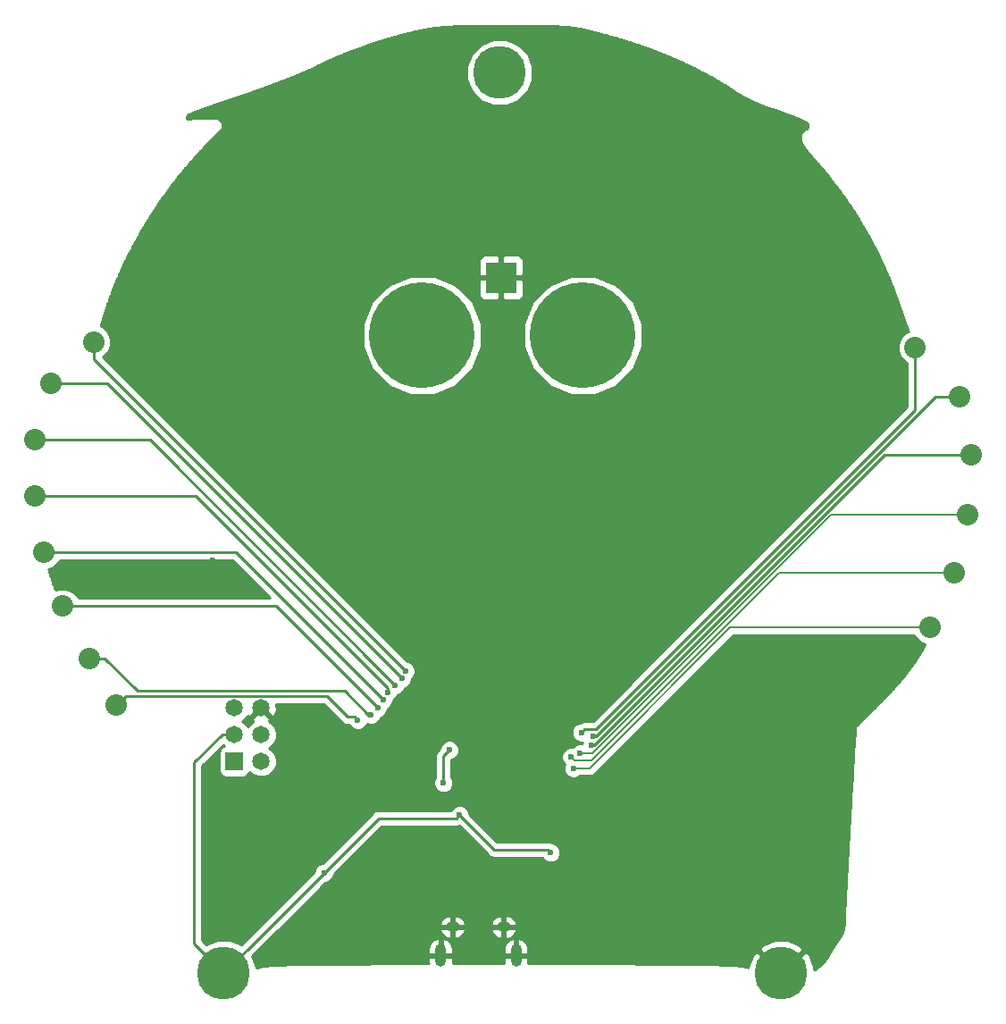
<source format=gbr>
G04 #@! TF.GenerationSoftware,KiCad,Pcbnew,(5.0.2)-1*
G04 #@! TF.CreationDate,2019-02-25T22:43:21-04:00*
G04 #@! TF.ProjectId,MegaBadge,4d656761-4261-4646-9765-2e6b69636164,rev?*
G04 #@! TF.SameCoordinates,Original*
G04 #@! TF.FileFunction,Copper,L1,Top*
G04 #@! TF.FilePolarity,Positive*
%FSLAX46Y46*%
G04 Gerber Fmt 4.6, Leading zero omitted, Abs format (unit mm)*
G04 Created by KiCad (PCBNEW (5.0.2)-1) date 2/25/2019 10:43:21 PM*
%MOMM*%
%LPD*%
G01*
G04 APERTURE LIST*
G04 #@! TA.AperFunction,ComponentPad*
%ADD10C,2.032000*%
G04 #@! TD*
G04 #@! TA.AperFunction,ComponentPad*
%ADD11C,10.000000*%
G04 #@! TD*
G04 #@! TA.AperFunction,ComponentPad*
%ADD12C,5.000000*%
G04 #@! TD*
G04 #@! TA.AperFunction,ComponentPad*
%ADD13O,1.050000X2.150000*%
G04 #@! TD*
G04 #@! TA.AperFunction,ComponentPad*
%ADD14O,1.305560X1.000000*%
G04 #@! TD*
G04 #@! TA.AperFunction,ComponentPad*
%ADD15C,1.651000*%
G04 #@! TD*
G04 #@! TA.AperFunction,ComponentPad*
%ADD16R,1.651000X1.651000*%
G04 #@! TD*
G04 #@! TA.AperFunction,SMDPad,CuDef*
%ADD17R,3.000000X3.000000*%
G04 #@! TD*
G04 #@! TA.AperFunction,ViaPad*
%ADD18C,0.600000*%
G04 #@! TD*
G04 #@! TA.AperFunction,Conductor*
%ADD19C,0.250000*%
G04 #@! TD*
G04 #@! TA.AperFunction,Conductor*
%ADD20C,0.200000*%
G04 #@! TD*
G04 #@! TA.AperFunction,Conductor*
%ADD21C,0.254000*%
G04 #@! TD*
G04 APERTURE END LIST*
D10*
G04 #@! TO.P,REF\002A\002A,23*
G04 #@! TO.N,Net-(U1-Pad23)*
X251079000Y-91440000D03*
G04 #@! TD*
G04 #@! TO.P,REF\002A\002A,22*
G04 #@! TO.N,Net-(U1-Pad22)*
X253365000Y-86233000D03*
G04 #@! TD*
G04 #@! TO.P,REF\002A\002A,21*
G04 #@! TO.N,Net-(U1-Pad21)*
X254635000Y-80772000D03*
G04 #@! TD*
G04 #@! TO.P,REF\002A\002A,6*
G04 #@! TO.N,Net-(U1-Pad6)*
X173990000Y-98806000D03*
G04 #@! TD*
G04 #@! TO.P,REF\002A\002A,7*
G04 #@! TO.N,Net-(U1-Pad7)*
X171450000Y-94361000D03*
G04 #@! TD*
G04 #@! TO.P,REF\002A\002A,8*
G04 #@! TO.N,Net-(U1-Pad8)*
X168910000Y-89408000D03*
G04 #@! TD*
G04 #@! TO.P,REF\002A\002A,9*
G04 #@! TO.N,Net-(U1-Pad9)*
X167132000Y-84328000D03*
G04 #@! TD*
G04 #@! TO.P,REF\002A\002A,10*
G04 #@! TO.N,Net-(U1-Pad10)*
X166243000Y-78994000D03*
G04 #@! TD*
G04 #@! TO.P,REF\002A\002A,20*
G04 #@! TO.N,Net-(U1-Pad20)*
X255016000Y-75057000D03*
G04 #@! TD*
G04 #@! TO.P,REF\002A\002A,19*
G04 #@! TO.N,Net-(U1-Pad19)*
X253873000Y-69596000D03*
G04 #@! TD*
G04 #@! TO.P,REF\002A\002A,18*
G04 #@! TO.N,Net-(U1-Pad18)*
X249682000Y-64897000D03*
G04 #@! TD*
G04 #@! TO.P,REF\002A\002A,11*
G04 #@! TO.N,Net-(U1-Pad11)*
X166243000Y-73660000D03*
G04 #@! TD*
G04 #@! TO.P,REF\002A\002A,12*
G04 #@! TO.N,Net-(U1-Pad12)*
X167767000Y-68326000D03*
G04 #@! TD*
D11*
G04 #@! TO.P,REF\002A\002A,1*
G04 #@! TO.N,N/C*
X218186000Y-63754000D03*
G04 #@! TD*
D12*
G04 #@! TO.P,REF\002A\002A,1*
G04 #@! TO.N,N/C*
X210312000Y-38862000D03*
G04 #@! TD*
D10*
G04 #@! TO.P,REF\002A\002A,13*
G04 #@! TO.N,Net-(U1-Pad13)*
X171831000Y-64389000D03*
G04 #@! TD*
D12*
G04 #@! TO.P,REF\002A\002A,1*
G04 #@! TO.N,GND*
X236982000Y-124206000D03*
G04 #@! TD*
G04 #@! TO.P,REF\002A\002A,1*
G04 #@! TO.N,VCC*
X184150000Y-124206000D03*
G04 #@! TD*
D13*
G04 #@! TO.P,USB1,7*
G04 #@! TO.N,GND*
X211855000Y-122537740D03*
G04 #@! TO.P,USB1,8*
X204705000Y-122537740D03*
D14*
G04 #@! TO.P,USB1,6*
X210705000Y-119807740D03*
G04 #@! TO.P,USB1,9*
X205855000Y-119807740D03*
G04 #@! TD*
D11*
G04 #@! TO.P,REF\002A\002A,1*
G04 #@! TO.N,N/C*
X202946000Y-63754000D03*
G04 #@! TD*
D15*
G04 #@! TO.P,CON1,4*
G04 #@! TO.N,/MOSI*
X187706000Y-104140000D03*
G04 #@! TO.P,CON1,5*
G04 #@! TO.N,/RST*
X187706000Y-101600000D03*
G04 #@! TO.P,CON1,6*
G04 #@! TO.N,GND*
X187706000Y-99060000D03*
G04 #@! TO.P,CON1,3*
G04 #@! TO.N,/SCK*
X185166000Y-99060000D03*
G04 #@! TO.P,CON1,2*
G04 #@! TO.N,VCC*
X185166000Y-101600000D03*
D16*
G04 #@! TO.P,CON1,1*
G04 #@! TO.N,/MISO*
X185166000Y-104140000D03*
G04 #@! TD*
D17*
G04 #@! TO.P,REF\002A\002A,ledGnd*
G04 #@! TO.N,GND*
X210439000Y-58293000D03*
G04 #@! TD*
D18*
G04 #@! TO.N,GND*
X209804000Y-101854000D03*
X208407000Y-102108000D03*
X209931000Y-102743000D03*
X211328000Y-95504000D03*
X209550000Y-93345000D03*
X215392000Y-95377000D03*
X183134000Y-85090000D03*
X199136000Y-103632000D03*
G04 #@! TO.N,VCC*
X215138000Y-112776000D03*
X206502000Y-109220000D03*
X205546942Y-103063058D03*
X204978000Y-106172000D03*
X193675000Y-114681000D03*
G04 #@! TO.N,Net-(U1-Pad23)*
X217297000Y-104775000D03*
G04 #@! TO.N,Net-(U1-Pad22)*
X217088603Y-103718074D03*
G04 #@! TO.N,Net-(U1-Pad21)*
X217932000Y-103368000D03*
G04 #@! TO.N,Net-(U1-Pad20)*
X219037528Y-102578528D03*
G04 #@! TO.N,Net-(U1-Pad19)*
X219201328Y-101721261D03*
G04 #@! TO.N,Net-(U1-Pad18)*
X218059000Y-101392937D03*
G04 #@! TO.N,Net-(U1-Pad13)*
X201393214Y-95557704D03*
G04 #@! TO.N,Net-(U1-Pad12)*
X201041000Y-96276000D03*
G04 #@! TO.N,Net-(U1-Pad11)*
X200406000Y-96901000D03*
G04 #@! TO.N,Net-(U1-Pad10)*
X199674598Y-97612004D03*
G04 #@! TO.N,Net-(U1-Pad9)*
X199263000Y-98298000D03*
G04 #@! TO.N,Net-(U1-Pad8)*
X198755000Y-99060000D03*
G04 #@! TO.N,Net-(U1-Pad7)*
X198120000Y-99695000D03*
G04 #@! TO.N,Net-(U1-Pad6)*
X196850000Y-100203000D03*
G04 #@! TD*
D19*
G04 #@! TO.N,VCC*
X214838001Y-112476001D02*
X209758001Y-112476001D01*
X215138000Y-112776000D02*
X214838001Y-112476001D01*
X209758001Y-112476001D02*
X206502000Y-109220000D01*
X205546942Y-103063058D02*
X204978000Y-103632000D01*
X204978000Y-103632000D02*
X204978000Y-106172000D01*
X183998567Y-101600000D02*
X181356000Y-104242567D01*
X185166000Y-101600000D02*
X183998567Y-101600000D01*
X181356000Y-121412000D02*
X184150000Y-124206000D01*
X181356000Y-104242567D02*
X181356000Y-121412000D01*
X186649999Y-121706001D02*
X184150000Y-124206000D01*
X198836001Y-109519999D02*
X193675000Y-114681000D01*
X206202001Y-109519999D02*
X198836001Y-109519999D01*
X206502000Y-109220000D02*
X206202001Y-109519999D01*
X193675000Y-114681000D02*
X186649999Y-121706001D01*
D20*
G04 #@! TO.N,Net-(U1-Pad23)*
X251079000Y-91440000D02*
X232156000Y-91440000D01*
X218821000Y-104775000D02*
X217721264Y-104775000D01*
X232156000Y-91440000D02*
X218821000Y-104775000D01*
X217721264Y-104775000D02*
X217297000Y-104775000D01*
G04 #@! TO.N,Net-(U1-Pad22)*
X219012227Y-104018073D02*
X236162300Y-86868000D01*
X217088603Y-103718074D02*
X217388602Y-104018073D01*
X251928160Y-86233000D02*
X253365000Y-86233000D01*
X236797300Y-86233000D02*
X251928160Y-86233000D01*
X217388602Y-104018073D02*
X219012227Y-104018073D01*
X236162300Y-86868000D02*
X236797300Y-86233000D01*
G04 #@! TO.N,Net-(U1-Pad21)*
X217932000Y-103368000D02*
X219096600Y-103368000D01*
X253198160Y-80772000D02*
X254635000Y-80772000D01*
X241692600Y-80772000D02*
X253198160Y-80772000D01*
X219096600Y-103368000D02*
X241692600Y-80772000D01*
D19*
G04 #@! TO.N,Net-(U1-Pad20)*
X219285016Y-102578528D02*
X219037528Y-102578528D01*
X255016000Y-75057000D02*
X246806544Y-75057000D01*
X246806544Y-75057000D02*
X219285016Y-102578528D01*
G04 #@! TO.N,Net-(U1-Pad19)*
X251588411Y-69596000D02*
X219463150Y-101721261D01*
X219463150Y-101721261D02*
X219201328Y-101721261D01*
X253873000Y-69596000D02*
X251588411Y-69596000D01*
G04 #@! TO.N,Net-(U1-Pad18)*
X218358999Y-101092938D02*
X218059000Y-101392937D01*
X249682000Y-64897000D02*
X249682000Y-70866000D01*
X249682000Y-70866000D02*
X219455062Y-101092938D01*
X219455062Y-101092938D02*
X218358999Y-101092938D01*
G04 #@! TO.N,Net-(U1-Pad13)*
X171831000Y-64389000D02*
X171831000Y-65995490D01*
X171831000Y-65995490D02*
X201393214Y-95557704D01*
G04 #@! TO.N,Net-(U1-Pad12)*
X173091000Y-68326000D02*
X167767000Y-68326000D01*
X201041000Y-96276000D02*
X173091000Y-68326000D01*
G04 #@! TO.N,Net-(U1-Pad11)*
X166243000Y-73660000D02*
X177165000Y-73660000D01*
X177165000Y-73660000D02*
X200406000Y-96901000D01*
G04 #@! TO.N,Net-(U1-Pad10)*
X167679840Y-78994000D02*
X166243000Y-78994000D01*
X181480858Y-78994000D02*
X167679840Y-78994000D01*
X199674598Y-97187740D02*
X181480858Y-78994000D01*
X199674598Y-97612004D02*
X199674598Y-97187740D01*
G04 #@! TO.N,Net-(U1-Pad9)*
X167132000Y-84328000D02*
X185293000Y-84328000D01*
X185293000Y-84328000D02*
X199263000Y-98298000D01*
G04 #@! TO.N,Net-(U1-Pad8)*
X189103000Y-89408000D02*
X168910000Y-89408000D01*
X198755000Y-99060000D02*
X189103000Y-89408000D01*
G04 #@! TO.N,Net-(U1-Pad7)*
X175985329Y-97459489D02*
X195630489Y-97459489D01*
X171450000Y-94361000D02*
X172886840Y-94361000D01*
X172886840Y-94361000D02*
X175985329Y-97459489D01*
X195630489Y-97459489D02*
X197866000Y-99695000D01*
X197866000Y-99695000D02*
X198120000Y-99695000D01*
G04 #@! TO.N,Net-(U1-Pad6)*
X196550001Y-99903001D02*
X195915001Y-99903001D01*
X196850000Y-100203000D02*
X196550001Y-99903001D01*
X174369161Y-98426838D02*
X174365026Y-98422624D01*
X174886501Y-97909499D02*
X174369161Y-98426838D01*
X193921499Y-97909499D02*
X174886501Y-97909499D01*
X195915001Y-99903001D02*
X193921499Y-97909499D01*
G04 #@! TD*
D21*
G04 #@! TO.N,GND*
G36*
X210298706Y-34416671D02*
X210411799Y-34416746D01*
X210523668Y-34416861D01*
X210639322Y-34417021D01*
X210756195Y-34417223D01*
X210869267Y-34417455D01*
X210988367Y-34417737D01*
X211127299Y-34418116D01*
X211271827Y-34418517D01*
X211410466Y-34418913D01*
X211542272Y-34419303D01*
X211676346Y-34419716D01*
X211811578Y-34420151D01*
X211942600Y-34420595D01*
X212067851Y-34421045D01*
X212192797Y-34421519D01*
X212317789Y-34422024D01*
X212438856Y-34422547D01*
X212557957Y-34423096D01*
X212676545Y-34423683D01*
X212791082Y-34424289D01*
X212904806Y-34424937D01*
X213017569Y-34425627D01*
X213127070Y-34426348D01*
X213234824Y-34427110D01*
X213342624Y-34427931D01*
X213448159Y-34428796D01*
X213549251Y-34429686D01*
X213651019Y-34430649D01*
X213751489Y-34431671D01*
X213848829Y-34432733D01*
X213945041Y-34433860D01*
X214041021Y-34435065D01*
X214134015Y-34436317D01*
X214225608Y-34437636D01*
X214315228Y-34439017D01*
X214404349Y-34440485D01*
X214491808Y-34442023D01*
X214577102Y-34443633D01*
X214661716Y-34445336D01*
X214744897Y-34447117D01*
X214825928Y-34448963D01*
X214906617Y-34450918D01*
X214985463Y-34452946D01*
X215062965Y-34455061D01*
X215139456Y-34457275D01*
X215214438Y-34459573D01*
X215288686Y-34461982D01*
X215361016Y-34464464D01*
X215432948Y-34467072D01*
X215503067Y-34469756D01*
X215572526Y-34472561D01*
X215640668Y-34475462D01*
X215707742Y-34478469D01*
X215774074Y-34481600D01*
X215838951Y-34484820D01*
X215903181Y-34488170D01*
X215966244Y-34491624D01*
X216028688Y-34495212D01*
X216089925Y-34498901D01*
X216150360Y-34502715D01*
X216210096Y-34506662D01*
X216268565Y-34510703D01*
X216326905Y-34514918D01*
X216384000Y-34519225D01*
X216440635Y-34523684D01*
X216496331Y-34528257D01*
X216551512Y-34532979D01*
X216605768Y-34537812D01*
X216659765Y-34542818D01*
X216712890Y-34547938D01*
X216765711Y-34553228D01*
X216817686Y-34558633D01*
X216869477Y-34564219D01*
X216920485Y-34569921D01*
X216971302Y-34575805D01*
X217021488Y-34581818D01*
X217071454Y-34588010D01*
X217121011Y-34594354D01*
X217170262Y-34600864D01*
X217219193Y-34607535D01*
X217267929Y-34614384D01*
X217316301Y-34621385D01*
X217364587Y-34628577D01*
X217412740Y-34635952D01*
X217460660Y-34643493D01*
X217508550Y-34651229D01*
X217556328Y-34659146D01*
X217604200Y-34667278D01*
X217651707Y-34675542D01*
X217699734Y-34684093D01*
X217747386Y-34692768D01*
X217795331Y-34701685D01*
X217843574Y-34710848D01*
X217891645Y-34720163D01*
X217940059Y-34729726D01*
X217988674Y-34739509D01*
X218037279Y-34749466D01*
X218086490Y-34759720D01*
X218135908Y-34770188D01*
X218185571Y-34780873D01*
X218235642Y-34791809D01*
X218286103Y-34802989D01*
X218337043Y-34814430D01*
X218388318Y-34826096D01*
X218439806Y-34837957D01*
X218492549Y-34850251D01*
X218544778Y-34862561D01*
X218598439Y-34875342D01*
X218652599Y-34888370D01*
X218706565Y-34901474D01*
X218762313Y-34915130D01*
X218817821Y-34928840D01*
X218874057Y-34942838D01*
X218931654Y-34957279D01*
X218989548Y-34971893D01*
X219047650Y-34986651D01*
X219107981Y-35002063D01*
X219167700Y-35017402D01*
X219229008Y-35033226D01*
X219290441Y-35049153D01*
X219353908Y-35065675D01*
X219417536Y-35082300D01*
X219481780Y-35099141D01*
X219548244Y-35116617D01*
X219613931Y-35133933D01*
X219681975Y-35151912D01*
X219750123Y-35169952D01*
X219818580Y-35188104D01*
X219893992Y-35208127D01*
X219962258Y-35226272D01*
X220082337Y-35258337D01*
X220200732Y-35290221D01*
X220318985Y-35322333D01*
X220437176Y-35354701D01*
X220554622Y-35387133D01*
X220672245Y-35419887D01*
X220788839Y-35452625D01*
X220906004Y-35485798D01*
X221021891Y-35518882D01*
X221138072Y-35552325D01*
X221253558Y-35585842D01*
X221369394Y-35619739D01*
X221484326Y-35653649D01*
X221598974Y-35687752D01*
X221713444Y-35722081D01*
X221827777Y-35756651D01*
X221941511Y-35791320D01*
X222054867Y-35826153D01*
X222168171Y-35861255D01*
X222280993Y-35896491D01*
X222393556Y-35931929D01*
X222506082Y-35967641D01*
X222617921Y-36003421D01*
X222729448Y-36039388D01*
X222840776Y-36075577D01*
X222951995Y-36112020D01*
X223062551Y-36148536D01*
X223172962Y-36185292D01*
X223283314Y-36222322D01*
X223393157Y-36259471D01*
X223502756Y-36296832D01*
X223611694Y-36334259D01*
X223720990Y-36372106D01*
X223829465Y-36409962D01*
X223937906Y-36448102D01*
X224046134Y-36486464D01*
X224153478Y-36524811D01*
X224261371Y-36563652D01*
X224368735Y-36602603D01*
X224475359Y-36641585D01*
X224582023Y-36680883D01*
X224688455Y-36720396D01*
X224794479Y-36760062D01*
X224900219Y-36799924D01*
X225005722Y-36840001D01*
X225111079Y-36880328D01*
X225215931Y-36920768D01*
X225320562Y-36961428D01*
X225424867Y-37002270D01*
X225529305Y-37043472D01*
X225633018Y-37084699D01*
X225736472Y-37126131D01*
X225839715Y-37167789D01*
X225942968Y-37209764D01*
X226045485Y-37251751D01*
X226148077Y-37294083D01*
X226250216Y-37336541D01*
X226352168Y-37379236D01*
X226453784Y-37422106D01*
X226555218Y-37465215D01*
X226656393Y-37508531D01*
X226757215Y-37552014D01*
X226857849Y-37595735D01*
X226958210Y-37639656D01*
X227058430Y-37683837D01*
X227158026Y-37728063D01*
X227257699Y-37772645D01*
X227357035Y-37817399D01*
X227455965Y-37862292D01*
X227554936Y-37907529D01*
X227653394Y-37952857D01*
X227751709Y-37998444D01*
X227849980Y-38044337D01*
X227947450Y-38090183D01*
X228045414Y-38136590D01*
X228142425Y-38182873D01*
X228239552Y-38229542D01*
X228336502Y-38276455D01*
X228432851Y-38323409D01*
X228529445Y-38370814D01*
X228625413Y-38418243D01*
X228721266Y-38465949D01*
X228816986Y-38513923D01*
X228912440Y-38562099D01*
X229007280Y-38610299D01*
X229102372Y-38658962D01*
X229196968Y-38707709D01*
X229291490Y-38756756D01*
X229385577Y-38805914D01*
X229479731Y-38855446D01*
X229573272Y-38904994D01*
X229667090Y-38955031D01*
X229760191Y-39005026D01*
X229853286Y-39055359D01*
X229946128Y-39105897D01*
X230038747Y-39156657D01*
X230131099Y-39207615D01*
X230223395Y-39258885D01*
X230315351Y-39310313D01*
X230406849Y-39361829D01*
X230498577Y-39413823D01*
X230589900Y-39465932D01*
X230680778Y-39518136D01*
X230771815Y-39570780D01*
X230862328Y-39623469D01*
X230952845Y-39676510D01*
X231043038Y-39729712D01*
X231133270Y-39783290D01*
X231223027Y-39836935D01*
X231312503Y-39890764D01*
X231401950Y-39944929D01*
X231491341Y-39999416D01*
X231580043Y-40053835D01*
X231669074Y-40108810D01*
X231757463Y-40163745D01*
X231845960Y-40219102D01*
X231934036Y-40274552D01*
X232022093Y-40330348D01*
X232109677Y-40386200D01*
X232197514Y-40442573D01*
X232284968Y-40499059D01*
X232372110Y-40555705D01*
X232459102Y-40612612D01*
X232486549Y-40630680D01*
X232486696Y-40630825D01*
X232505658Y-40643293D01*
X232506706Y-40644317D01*
X232525907Y-40656833D01*
X232526924Y-40657820D01*
X232546339Y-40670371D01*
X232547319Y-40671314D01*
X232567005Y-40683937D01*
X232567993Y-40684882D01*
X232587887Y-40697536D01*
X232588825Y-40698426D01*
X232604181Y-40708118D01*
X232607296Y-40710169D01*
X232607492Y-40710249D01*
X232609223Y-40711386D01*
X232609866Y-40711993D01*
X232615773Y-40715693D01*
X232625406Y-40722027D01*
X232626761Y-40722577D01*
X232630524Y-40725030D01*
X232631112Y-40725580D01*
X232636681Y-40729043D01*
X232645999Y-40735117D01*
X232647266Y-40735625D01*
X232647776Y-40735942D01*
X232652008Y-40738678D01*
X232652538Y-40739171D01*
X232657729Y-40742376D01*
X232666785Y-40748230D01*
X232667975Y-40748702D01*
X232668732Y-40749169D01*
X232673736Y-40752378D01*
X232674214Y-40752820D01*
X232679005Y-40755757D01*
X232687729Y-40761351D01*
X232688844Y-40761788D01*
X232690507Y-40762808D01*
X232695597Y-40766046D01*
X232696035Y-40766448D01*
X232700597Y-40769226D01*
X232708952Y-40774540D01*
X232709980Y-40774939D01*
X232711887Y-40776100D01*
X232717710Y-40779775D01*
X232718121Y-40780151D01*
X232722510Y-40782805D01*
X232730308Y-40787727D01*
X232731243Y-40788086D01*
X232733993Y-40789749D01*
X232739974Y-40793496D01*
X232740329Y-40793818D01*
X232744237Y-40796166D01*
X232751866Y-40800945D01*
X232752751Y-40801281D01*
X232755777Y-40803100D01*
X232762459Y-40807254D01*
X232762786Y-40807550D01*
X232766483Y-40809757D01*
X232773614Y-40814191D01*
X232774419Y-40814494D01*
X232777967Y-40816612D01*
X232785130Y-40821034D01*
X232785406Y-40821282D01*
X232788599Y-40823176D01*
X232795528Y-40827454D01*
X232796290Y-40827738D01*
X232800475Y-40830221D01*
X232807965Y-40834812D01*
X232808218Y-40835038D01*
X232811236Y-40836817D01*
X232817689Y-40840773D01*
X232818377Y-40841027D01*
X232822853Y-40843666D01*
X232831017Y-40848637D01*
X232831220Y-40848817D01*
X232833698Y-40850269D01*
X232839975Y-40854091D01*
X232840628Y-40854330D01*
X232845843Y-40857385D01*
X232854230Y-40862457D01*
X232854431Y-40862635D01*
X232856952Y-40864103D01*
X232862526Y-40867474D01*
X232863089Y-40867678D01*
X232868665Y-40870926D01*
X232877657Y-40876328D01*
X232877808Y-40876461D01*
X232879741Y-40877580D01*
X232885178Y-40880847D01*
X232885716Y-40881040D01*
X232891969Y-40884661D01*
X232901223Y-40890185D01*
X232901356Y-40890301D01*
X232903098Y-40891304D01*
X232908077Y-40894276D01*
X232908556Y-40894446D01*
X232915190Y-40898266D01*
X232924988Y-40904078D01*
X232925087Y-40904164D01*
X232926412Y-40904923D01*
X232931128Y-40907720D01*
X232931571Y-40907876D01*
X232938574Y-40911886D01*
X232948944Y-40917999D01*
X232949028Y-40918072D01*
X232950183Y-40918729D01*
X232954360Y-40921192D01*
X232954744Y-40921326D01*
X232962425Y-40925699D01*
X232973068Y-40931936D01*
X232973115Y-40931976D01*
X232973767Y-40932345D01*
X232977772Y-40934692D01*
X232978132Y-40934817D01*
X232986297Y-40939440D01*
X232997335Y-40945869D01*
X232997365Y-40945895D01*
X232997800Y-40946140D01*
X233001390Y-40948231D01*
X233001704Y-40948339D01*
X233010287Y-40953173D01*
X233021786Y-40959831D01*
X233021797Y-40959841D01*
X233021961Y-40959933D01*
X233025163Y-40961787D01*
X233025437Y-40961880D01*
X233034382Y-40966892D01*
X233049095Y-40975363D01*
X233049331Y-40975443D01*
X233058832Y-40980738D01*
X233073205Y-40988967D01*
X233073430Y-40989043D01*
X233083321Y-40994527D01*
X233097522Y-41002612D01*
X233097691Y-41002668D01*
X233108202Y-41008467D01*
X233121970Y-41016263D01*
X233122102Y-41016307D01*
X233133010Y-41022294D01*
X233146576Y-41029935D01*
X233146706Y-41029978D01*
X233157802Y-41036039D01*
X233171358Y-41043634D01*
X233171668Y-41043735D01*
X233171841Y-41043879D01*
X233183471Y-41050201D01*
X233196324Y-41057364D01*
X233196945Y-41057565D01*
X233197373Y-41057919D01*
X233208351Y-41063858D01*
X233221396Y-41071092D01*
X233222162Y-41071337D01*
X233222546Y-41071549D01*
X233223075Y-41071986D01*
X233234034Y-41077887D01*
X233246668Y-41084857D01*
X233247415Y-41085095D01*
X233248417Y-41085644D01*
X233248943Y-41086077D01*
X233259978Y-41091990D01*
X233272086Y-41098637D01*
X233272802Y-41098863D01*
X233272862Y-41098895D01*
X233274423Y-41099748D01*
X233274908Y-41100145D01*
X233285227Y-41105650D01*
X233297620Y-41112420D01*
X233298342Y-41112646D01*
X233298708Y-41112842D01*
X233300557Y-41113847D01*
X233301034Y-41114236D01*
X233311410Y-41119746D01*
X233323362Y-41126243D01*
X233324043Y-41126455D01*
X233324500Y-41126698D01*
X233326847Y-41127967D01*
X233327309Y-41128343D01*
X233337455Y-41133706D01*
X233349195Y-41140058D01*
X233349857Y-41140263D01*
X233350807Y-41140764D01*
X233353263Y-41142087D01*
X233353710Y-41142449D01*
X233363648Y-41147679D01*
X233375194Y-41153896D01*
X233375836Y-41154093D01*
X233377393Y-41154912D01*
X233379794Y-41156199D01*
X233380235Y-41156555D01*
X233390242Y-41161798D01*
X233401358Y-41167755D01*
X233401964Y-41167939D01*
X233403460Y-41168723D01*
X233406480Y-41170334D01*
X233406901Y-41170673D01*
X233416522Y-41175692D01*
X233427605Y-41181604D01*
X233428204Y-41181785D01*
X233429945Y-41182693D01*
X233433292Y-41184471D01*
X233433703Y-41184800D01*
X233443176Y-41189719D01*
X233454012Y-41195474D01*
X233454592Y-41195648D01*
X233456809Y-41196799D01*
X233460200Y-41198592D01*
X233460583Y-41198898D01*
X233469597Y-41203560D01*
X233480562Y-41209356D01*
X233481137Y-41209527D01*
X233483260Y-41210625D01*
X233487241Y-41212721D01*
X233487630Y-41213030D01*
X233496846Y-41217775D01*
X233507232Y-41223241D01*
X233507772Y-41223401D01*
X233510523Y-41224818D01*
X233514401Y-41226850D01*
X233514778Y-41227148D01*
X233523782Y-41231764D01*
X233534021Y-41237129D01*
X233534548Y-41237284D01*
X233537590Y-41238844D01*
X233541677Y-41240976D01*
X233542051Y-41241271D01*
X233551070Y-41245876D01*
X233560946Y-41251027D01*
X233561449Y-41251174D01*
X233565072Y-41253024D01*
X233569041Y-41255085D01*
X233569398Y-41255366D01*
X233578173Y-41259828D01*
X233588002Y-41264932D01*
X233588493Y-41265075D01*
X233591589Y-41266649D01*
X233596547Y-41269213D01*
X233596884Y-41269477D01*
X233605177Y-41273676D01*
X233615126Y-41278821D01*
X233615622Y-41278964D01*
X233619274Y-41280813D01*
X233624134Y-41283316D01*
X233624475Y-41283582D01*
X233632964Y-41287862D01*
X233642418Y-41292730D01*
X233642883Y-41292863D01*
X233646989Y-41294933D01*
X233651828Y-41297414D01*
X233652161Y-41297674D01*
X233660546Y-41301884D01*
X233669804Y-41306631D01*
X233670255Y-41306759D01*
X233674695Y-41308989D01*
X233679623Y-41311505D01*
X233679957Y-41311764D01*
X233688423Y-41315997D01*
X233697311Y-41320535D01*
X233697739Y-41320656D01*
X233702145Y-41322859D01*
X233707511Y-41325588D01*
X233707813Y-41325821D01*
X233715530Y-41329665D01*
X233724883Y-41334420D01*
X233725330Y-41334546D01*
X233729658Y-41336701D01*
X233735494Y-41339656D01*
X233735800Y-41339892D01*
X233743669Y-41343795D01*
X233752592Y-41348313D01*
X233753015Y-41348431D01*
X233757801Y-41350805D01*
X233763567Y-41353712D01*
X233763870Y-41353945D01*
X233771718Y-41357822D01*
X233780403Y-41362201D01*
X233780812Y-41362314D01*
X233785879Y-41364818D01*
X233791714Y-41367748D01*
X233792007Y-41367972D01*
X233799665Y-41371740D01*
X233808302Y-41376077D01*
X233808704Y-41376188D01*
X233814104Y-41378845D01*
X233819947Y-41381767D01*
X233820241Y-41381991D01*
X233827999Y-41385793D01*
X233836308Y-41389948D01*
X233836691Y-41390053D01*
X233841878Y-41392595D01*
X233848272Y-41395780D01*
X233848554Y-41395994D01*
X233855989Y-41399623D01*
X233864365Y-41403795D01*
X233864751Y-41403900D01*
X233870448Y-41406681D01*
X233876662Y-41409763D01*
X233876940Y-41409974D01*
X233884354Y-41413579D01*
X233892554Y-41417646D01*
X233892928Y-41417747D01*
X233898769Y-41420587D01*
X233905141Y-41423735D01*
X233905435Y-41423957D01*
X233913269Y-41427750D01*
X233920817Y-41431479D01*
X233921161Y-41431571D01*
X233927454Y-41434619D01*
X233933669Y-41437677D01*
X233933931Y-41437874D01*
X233940996Y-41441282D01*
X233949146Y-41445292D01*
X233949513Y-41445390D01*
X233955367Y-41448214D01*
X233962290Y-41451607D01*
X233962561Y-41451810D01*
X233969858Y-41455315D01*
X233977564Y-41459092D01*
X233977911Y-41459184D01*
X233984199Y-41462205D01*
X233990953Y-41465501D01*
X233991210Y-41465694D01*
X233998201Y-41469039D01*
X234006061Y-41472876D01*
X234006412Y-41472968D01*
X234012541Y-41475901D01*
X234019685Y-41479375D01*
X234019941Y-41479566D01*
X234026923Y-41482894D01*
X234034622Y-41486637D01*
X234034965Y-41486727D01*
X234041861Y-41490014D01*
X234048459Y-41493208D01*
X234048723Y-41493405D01*
X234056006Y-41496863D01*
X234063295Y-41500392D01*
X234063615Y-41500475D01*
X234069941Y-41503478D01*
X234077326Y-41507041D01*
X234077580Y-41507229D01*
X234084512Y-41510507D01*
X234091955Y-41514097D01*
X234092285Y-41514182D01*
X234099424Y-41517558D01*
X234106203Y-41520815D01*
X234106463Y-41521007D01*
X234113595Y-41524366D01*
X234120752Y-41527804D01*
X234121064Y-41527884D01*
X234127887Y-41531098D01*
X234135169Y-41534583D01*
X234135425Y-41534771D01*
X234142437Y-41538060D01*
X234149560Y-41541469D01*
X234149874Y-41541549D01*
X234156932Y-41544860D01*
X234164159Y-41548305D01*
X234164407Y-41548487D01*
X234171236Y-41551678D01*
X234178447Y-41555115D01*
X234178763Y-41555195D01*
X234185699Y-41558436D01*
X234193193Y-41561994D01*
X234193432Y-41562169D01*
X234200021Y-41565236D01*
X234207381Y-41568730D01*
X234207703Y-41568811D01*
X234214732Y-41572083D01*
X234222261Y-41575643D01*
X234222509Y-41575824D01*
X234229383Y-41579010D01*
X234236388Y-41582323D01*
X234236693Y-41582399D01*
X234243840Y-41585713D01*
X234251379Y-41589263D01*
X234251623Y-41589441D01*
X234258370Y-41592556D01*
X234265414Y-41595874D01*
X234265721Y-41595950D01*
X234273219Y-41599412D01*
X234280513Y-41602834D01*
X234280764Y-41603016D01*
X234287720Y-41606215D01*
X234294518Y-41609404D01*
X234294813Y-41609477D01*
X234302208Y-41612878D01*
X234309683Y-41616371D01*
X234309934Y-41616552D01*
X234316873Y-41619730D01*
X234323635Y-41622890D01*
X234323929Y-41622962D01*
X234331423Y-41626395D01*
X234338893Y-41629872D01*
X234339145Y-41630053D01*
X234346081Y-41633217D01*
X234352793Y-41636341D01*
X234353086Y-41636412D01*
X234360699Y-41639885D01*
X234368104Y-41643318D01*
X234368342Y-41643489D01*
X234374932Y-41646484D01*
X234381998Y-41649759D01*
X234382304Y-41649833D01*
X234389672Y-41653181D01*
X234397358Y-41656730D01*
X234397618Y-41656916D01*
X234404776Y-41660155D01*
X234411237Y-41663138D01*
X234411519Y-41663206D01*
X234419288Y-41666721D01*
X234426614Y-41670090D01*
X234426858Y-41670264D01*
X234433575Y-41673291D01*
X234440498Y-41676475D01*
X234440799Y-41676547D01*
X234448201Y-41679883D01*
X234455887Y-41683403D01*
X234456141Y-41683584D01*
X234463120Y-41686716D01*
X234469787Y-41689770D01*
X234470078Y-41689839D01*
X234477990Y-41693390D01*
X234485175Y-41696668D01*
X234485439Y-41696855D01*
X234492683Y-41700093D01*
X234499111Y-41703025D01*
X234499392Y-41703091D01*
X234506843Y-41706421D01*
X234514484Y-41709893D01*
X234514735Y-41710071D01*
X234521564Y-41713111D01*
X234528416Y-41716224D01*
X234528718Y-41716295D01*
X234536733Y-41719862D01*
X234543758Y-41723041D01*
X234544021Y-41723226D01*
X234551204Y-41726410D01*
X234557801Y-41729395D01*
X234558089Y-41729462D01*
X234565454Y-41732727D01*
X234573076Y-41736162D01*
X234573337Y-41736345D01*
X234580402Y-41739464D01*
X234587142Y-41742501D01*
X234587440Y-41742570D01*
X234595078Y-41745941D01*
X234602368Y-41749213D01*
X234602625Y-41749393D01*
X234609591Y-41752455D01*
X234616525Y-41755567D01*
X234616831Y-41755637D01*
X234624423Y-41758974D01*
X234631666Y-41762212D01*
X234631942Y-41762404D01*
X234639367Y-41765654D01*
X234645919Y-41768582D01*
X234646209Y-41768648D01*
X234654054Y-41772081D01*
X234660950Y-41775151D01*
X234661231Y-41775346D01*
X234668754Y-41778624D01*
X234675307Y-41781541D01*
X234675599Y-41781607D01*
X234683121Y-41784885D01*
X234690233Y-41788037D01*
X234690505Y-41788226D01*
X234697755Y-41791372D01*
X234704679Y-41794441D01*
X234704989Y-41794511D01*
X234712464Y-41797754D01*
X234719488Y-41800854D01*
X234719764Y-41801045D01*
X234727109Y-41804218D01*
X234734082Y-41807296D01*
X234734394Y-41807366D01*
X234741496Y-41810434D01*
X234748744Y-41813619D01*
X234749028Y-41813815D01*
X234756496Y-41817027D01*
X234763451Y-41820084D01*
X234763766Y-41820154D01*
X234771257Y-41823375D01*
X234777963Y-41826310D01*
X234778257Y-41826512D01*
X234785960Y-41829810D01*
X234792846Y-41832824D01*
X234793159Y-41832893D01*
X234800649Y-41836100D01*
X234807164Y-41838939D01*
X234807473Y-41839150D01*
X234815493Y-41842568D01*
X234822211Y-41845496D01*
X234822518Y-41845563D01*
X234829849Y-41848688D01*
X234836348Y-41851508D01*
X234836654Y-41851716D01*
X234844540Y-41855062D01*
X234851555Y-41858106D01*
X234851878Y-41858176D01*
X234858984Y-41861191D01*
X234865510Y-41864010D01*
X234865822Y-41864222D01*
X234873767Y-41867578D01*
X234880881Y-41870651D01*
X234881212Y-41870722D01*
X234888411Y-41873762D01*
X234894614Y-41876430D01*
X234894936Y-41876648D01*
X234903100Y-41880080D01*
X234910212Y-41883139D01*
X234910544Y-41883210D01*
X234917498Y-41886133D01*
X234923693Y-41888786D01*
X234924011Y-41889000D01*
X234932037Y-41892358D01*
X234939502Y-41895555D01*
X234939852Y-41895629D01*
X234946616Y-41898459D01*
X234952731Y-41901066D01*
X234953065Y-41901290D01*
X234961422Y-41904770D01*
X234968776Y-41907905D01*
X234969124Y-41907978D01*
X234975809Y-41910762D01*
X234981734Y-41913276D01*
X234982075Y-41913504D01*
X234990521Y-41917005D01*
X234998014Y-41920184D01*
X234998371Y-41920258D01*
X235005160Y-41923072D01*
X235010689Y-41925407D01*
X235011058Y-41925653D01*
X235020113Y-41929387D01*
X235027234Y-41932395D01*
X235027577Y-41932466D01*
X235034430Y-41935292D01*
X235039599Y-41937465D01*
X235039959Y-41937704D01*
X235048738Y-41941307D01*
X235056397Y-41944527D01*
X235056768Y-41944603D01*
X235062859Y-41947103D01*
X235068467Y-41949449D01*
X235068840Y-41949696D01*
X235077747Y-41953333D01*
X235085514Y-41956583D01*
X235085895Y-41956660D01*
X235092242Y-41959252D01*
X235097262Y-41961343D01*
X235097644Y-41961594D01*
X235106732Y-41965286D01*
X235114614Y-41968569D01*
X235115004Y-41968647D01*
X235120968Y-41971071D01*
X235126014Y-41973162D01*
X235126403Y-41973417D01*
X235135561Y-41977119D01*
X235143661Y-41980476D01*
X235144066Y-41980557D01*
X235150064Y-41982981D01*
X235154703Y-41984894D01*
X235155122Y-41985168D01*
X235164876Y-41989090D01*
X235172684Y-41992310D01*
X235173078Y-41992388D01*
X235178875Y-41994719D01*
X235183340Y-41996551D01*
X235183755Y-41996821D01*
X235193274Y-42000628D01*
X235201616Y-42004052D01*
X235202043Y-42004135D01*
X235207647Y-42006377D01*
X235211898Y-42008113D01*
X235212335Y-42008396D01*
X235222281Y-42012353D01*
X235230530Y-42015721D01*
X235230956Y-42015803D01*
X235236261Y-42017914D01*
X235240407Y-42019598D01*
X235240851Y-42019885D01*
X235250801Y-42023821D01*
X235259360Y-42027299D01*
X235259808Y-42027385D01*
X235264858Y-42029383D01*
X235268833Y-42030990D01*
X235269288Y-42031282D01*
X235279345Y-42035239D01*
X235288143Y-42038795D01*
X235288610Y-42038884D01*
X235293620Y-42040855D01*
X235297181Y-42042287D01*
X235297663Y-42042595D01*
X235308186Y-42046712D01*
X235316887Y-42050210D01*
X235317353Y-42050298D01*
X235322202Y-42052195D01*
X235325454Y-42053495D01*
X235325937Y-42053803D01*
X235336375Y-42057863D01*
X235345538Y-42061528D01*
X235346034Y-42061620D01*
X235350342Y-42063296D01*
X235353661Y-42064617D01*
X235354173Y-42064941D01*
X235365030Y-42069139D01*
X235374135Y-42072761D01*
X235374636Y-42072853D01*
X235379017Y-42074547D01*
X235381779Y-42075640D01*
X235382311Y-42075976D01*
X235393446Y-42080256D01*
X235402665Y-42083903D01*
X235403180Y-42083997D01*
X235407384Y-42085613D01*
X235409801Y-42086564D01*
X235410347Y-42086907D01*
X235421625Y-42091216D01*
X235431112Y-42094948D01*
X235431648Y-42095045D01*
X235435535Y-42096530D01*
X235437757Y-42097399D01*
X235438331Y-42097758D01*
X235449979Y-42102180D01*
X235459496Y-42105903D01*
X235460042Y-42106000D01*
X235463622Y-42107359D01*
X235465614Y-42108134D01*
X235466193Y-42108495D01*
X235477755Y-42112857D01*
X235487774Y-42116754D01*
X235488359Y-42116857D01*
X235491736Y-42118131D01*
X235493375Y-42118765D01*
X235493983Y-42119142D01*
X235505968Y-42123634D01*
X235516015Y-42127519D01*
X235516608Y-42127622D01*
X235519709Y-42128785D01*
X235521053Y-42129301D01*
X235521698Y-42129699D01*
X235534145Y-42134333D01*
X235544154Y-42138180D01*
X235544757Y-42138284D01*
X235547642Y-42139358D01*
X235548626Y-42139734D01*
X235549276Y-42140133D01*
X235561619Y-42144698D01*
X235572187Y-42148735D01*
X235572833Y-42148845D01*
X235575365Y-42149781D01*
X235576099Y-42150060D01*
X235576782Y-42150477D01*
X235589533Y-42155160D01*
X235600167Y-42159197D01*
X235600828Y-42159308D01*
X235602954Y-42160089D01*
X235603473Y-42160285D01*
X235604176Y-42160712D01*
X235617055Y-42165409D01*
X235628022Y-42169546D01*
X235628716Y-42169661D01*
X235630536Y-42170325D01*
X235630749Y-42170404D01*
X235631479Y-42170846D01*
X235644600Y-42175596D01*
X235655802Y-42179795D01*
X235656524Y-42179913D01*
X235657909Y-42180415D01*
X235658658Y-42180865D01*
X235672222Y-42185740D01*
X235683507Y-42189941D01*
X235684244Y-42190060D01*
X235684982Y-42190325D01*
X235685756Y-42190788D01*
X235699554Y-42195709D01*
X235711071Y-42199968D01*
X235711840Y-42200090D01*
X235711946Y-42200128D01*
X235712733Y-42200596D01*
X235726872Y-42205599D01*
X235738561Y-42209892D01*
X235739046Y-42209968D01*
X235739587Y-42210288D01*
X235753905Y-42215314D01*
X235765937Y-42219702D01*
X235766089Y-42219726D01*
X235766347Y-42219877D01*
X235781034Y-42224990D01*
X235792828Y-42229260D01*
X235792963Y-42229339D01*
X235807705Y-42234429D01*
X235820375Y-42238982D01*
X235820833Y-42239051D01*
X235827892Y-42241478D01*
X235847450Y-42248453D01*
X235848357Y-42248587D01*
X235874400Y-42257802D01*
X235875315Y-42257934D01*
X235901225Y-42267030D01*
X235902175Y-42267165D01*
X235927954Y-42276140D01*
X235928901Y-42276272D01*
X235954537Y-42285123D01*
X235954990Y-42285185D01*
X235977613Y-42292965D01*
X236067716Y-42323977D01*
X236157581Y-42354937D01*
X236245613Y-42385298D01*
X236331890Y-42415088D01*
X236414907Y-42443791D01*
X236501055Y-42473618D01*
X236581741Y-42501596D01*
X236661941Y-42529453D01*
X236743250Y-42557746D01*
X236819814Y-42584440D01*
X236896702Y-42611302D01*
X236973150Y-42638071D01*
X237047209Y-42664065D01*
X237120163Y-42689737D01*
X237191272Y-42714828D01*
X237262352Y-42739982D01*
X237331537Y-42764541D01*
X237399500Y-42788745D01*
X237465944Y-42812490D01*
X237531423Y-42835977D01*
X237596008Y-42859232D01*
X237659258Y-42882103D01*
X237720630Y-42904389D01*
X237781552Y-42926614D01*
X237840866Y-42948355D01*
X237899529Y-42969968D01*
X237956244Y-42990974D01*
X238012309Y-43011857D01*
X238067265Y-43032447D01*
X238120800Y-43052629D01*
X238173416Y-43072593D01*
X238224717Y-43092191D01*
X238274988Y-43111533D01*
X238323943Y-43130509D01*
X238372347Y-43149419D01*
X238418981Y-43167786D01*
X238464740Y-43185963D01*
X238509493Y-43203897D01*
X238553287Y-43221613D01*
X238595681Y-43238929D01*
X238637267Y-43256089D01*
X238677509Y-43272869D01*
X238716890Y-43289473D01*
X238755241Y-43305829D01*
X238792294Y-43321820D01*
X238828486Y-43337636D01*
X238863681Y-43353217D01*
X238897589Y-43368430D01*
X238930719Y-43383505D01*
X238962552Y-43398200D01*
X238993541Y-43412724D01*
X239023462Y-43426970D01*
X239052332Y-43440940D01*
X239080208Y-43454659D01*
X239107059Y-43468109D01*
X239132850Y-43481264D01*
X239157673Y-43494166D01*
X239181480Y-43506784D01*
X239204271Y-43519110D01*
X239226127Y-43531180D01*
X239246783Y-43542838D01*
X239266665Y-43554315D01*
X239285560Y-43565476D01*
X239303295Y-43576208D01*
X239320188Y-43586687D01*
X239336067Y-43596793D01*
X239351035Y-43606573D01*
X239365012Y-43615960D01*
X239378063Y-43624976D01*
X239390208Y-43633614D01*
X239401381Y-43641803D01*
X239411740Y-43649635D01*
X239421160Y-43656988D01*
X239429742Y-43663912D01*
X239437500Y-43670387D01*
X239444442Y-43676387D01*
X239450612Y-43681917D01*
X239456051Y-43686975D01*
X239460766Y-43691532D01*
X239464816Y-43695604D01*
X239468231Y-43699179D01*
X239471087Y-43702296D01*
X239473400Y-43704932D01*
X239475211Y-43707090D01*
X239476574Y-43708791D01*
X239477603Y-43710135D01*
X239478010Y-43710693D01*
X239478246Y-43711457D01*
X239478687Y-43712998D01*
X239479254Y-43715149D01*
X239479903Y-43717823D01*
X239480634Y-43721115D01*
X239481436Y-43725069D01*
X239482279Y-43729644D01*
X239483174Y-43735014D01*
X239484081Y-43741053D01*
X239484993Y-43747847D01*
X239485903Y-43755468D01*
X239486784Y-43763837D01*
X239487625Y-43772976D01*
X239488414Y-43782871D01*
X239489146Y-43793614D01*
X239489805Y-43805092D01*
X239490387Y-43817365D01*
X239490889Y-43830521D01*
X239491296Y-43844243D01*
X239491618Y-43858946D01*
X239491845Y-43874292D01*
X239491982Y-43890469D01*
X239492026Y-43907376D01*
X239492004Y-43917504D01*
X239491938Y-43927457D01*
X239491829Y-43937283D01*
X239491678Y-43946917D01*
X239491480Y-43956599D01*
X239491245Y-43965893D01*
X239490974Y-43974893D01*
X239490656Y-43983963D01*
X239490300Y-43992823D01*
X239489914Y-44001302D01*
X239489483Y-44009798D01*
X239489025Y-44017963D01*
X239488522Y-44026131D01*
X239487989Y-44034040D01*
X239487433Y-44041672D01*
X239486840Y-44049189D01*
X239486228Y-44056399D01*
X239485571Y-44063630D01*
X239484899Y-44070548D01*
X239484213Y-44077178D01*
X239483484Y-44083805D01*
X239482746Y-44090137D01*
X239481979Y-44096349D01*
X239481213Y-44102235D01*
X239480407Y-44108103D01*
X239479604Y-44113663D01*
X239478782Y-44119078D01*
X239477953Y-44124283D01*
X239477134Y-44129187D01*
X239476475Y-44132959D01*
X239471545Y-44134715D01*
X239464392Y-44135910D01*
X239452440Y-44140434D01*
X239444806Y-44142486D01*
X239444175Y-44142798D01*
X239440599Y-44143472D01*
X239430741Y-44147440D01*
X239425066Y-44149050D01*
X239422292Y-44150469D01*
X239416169Y-44151765D01*
X239408563Y-44155025D01*
X239404983Y-44156098D01*
X239400436Y-44158509D01*
X239399630Y-44158854D01*
X239391049Y-44160885D01*
X239385738Y-44163313D01*
X239384400Y-44163737D01*
X239382401Y-44164838D01*
X239376184Y-44167680D01*
X239371146Y-44169372D01*
X239365184Y-44170944D01*
X239352554Y-44177110D01*
X239341999Y-44180871D01*
X239341444Y-44181203D01*
X239338633Y-44182026D01*
X239328321Y-44187411D01*
X239324952Y-44188686D01*
X239324670Y-44188724D01*
X239324328Y-44188923D01*
X239320028Y-44190550D01*
X239317072Y-44192396D01*
X239311439Y-44194223D01*
X239303534Y-44198645D01*
X239297596Y-44201035D01*
X239293336Y-44203820D01*
X239289483Y-44204502D01*
X239285694Y-44206919D01*
X239283502Y-44207705D01*
X239278107Y-44210943D01*
X239274667Y-44212418D01*
X239267781Y-44217142D01*
X239267164Y-44217513D01*
X239263697Y-44219097D01*
X239258363Y-44221207D01*
X239253820Y-44222218D01*
X239239283Y-44232413D01*
X239227188Y-44238318D01*
X239227147Y-44238349D01*
X239225707Y-44238977D01*
X239223601Y-44240441D01*
X239217827Y-44242005D01*
X239205360Y-44251624D01*
X239202676Y-44253026D01*
X239200272Y-44254960D01*
X239196068Y-44256978D01*
X239190691Y-44261013D01*
X239182013Y-44263805D01*
X239167994Y-44275709D01*
X239165957Y-44276784D01*
X239158961Y-44282465D01*
X239156377Y-44284016D01*
X239146392Y-44287769D01*
X239129728Y-44303362D01*
X239126509Y-44305439D01*
X239123111Y-44308730D01*
X239111390Y-44313806D01*
X239090556Y-44335318D01*
X239077201Y-44341914D01*
X239057394Y-44364529D01*
X239044288Y-44371845D01*
X239025909Y-44395094D01*
X239024985Y-44395908D01*
X239012726Y-44403592D01*
X238996885Y-44425866D01*
X238995305Y-44427380D01*
X238994287Y-44428836D01*
X238982980Y-44436743D01*
X238970118Y-44456906D01*
X238969487Y-44457517D01*
X238968977Y-44458695D01*
X238966755Y-44462179D01*
X238955012Y-44471301D01*
X238940231Y-44497259D01*
X238929280Y-44506664D01*
X238917709Y-44529528D01*
X238910340Y-44538413D01*
X238905615Y-44542886D01*
X238897274Y-44561558D01*
X238888642Y-44572860D01*
X238887889Y-44575697D01*
X238884238Y-44579494D01*
X238878276Y-44594725D01*
X238870030Y-44606517D01*
X238868807Y-44612050D01*
X238865156Y-44616210D01*
X238860842Y-44628906D01*
X238852427Y-44642136D01*
X238851177Y-44649254D01*
X238848317Y-44652817D01*
X238845065Y-44663970D01*
X238836030Y-44679716D01*
X238835059Y-44687244D01*
X238833563Y-44689279D01*
X238831013Y-44699635D01*
X238821151Y-44718854D01*
X238820438Y-44727590D01*
X238818794Y-44735658D01*
X238807909Y-44759651D01*
X238807425Y-44774216D01*
X238796535Y-44801746D01*
X238796773Y-44816641D01*
X238787167Y-44844999D01*
X238788112Y-44859283D01*
X238787124Y-44862672D01*
X238787005Y-44864028D01*
X238779950Y-44888916D01*
X238781387Y-44901202D01*
X238781305Y-44901536D01*
X238781074Y-44906669D01*
X238774933Y-44933437D01*
X238777240Y-44947109D01*
X238777230Y-44949239D01*
X238772151Y-44977947D01*
X238775351Y-44992420D01*
X238771576Y-45022477D01*
X238775249Y-45035865D01*
X238775231Y-45036264D01*
X238774279Y-45046709D01*
X238774461Y-45048429D01*
X238773105Y-45066283D01*
X238776109Y-45075442D01*
X238775830Y-45080246D01*
X238776587Y-45085679D01*
X238776554Y-45092603D01*
X238777050Y-45095160D01*
X238776656Y-45109524D01*
X238778893Y-45115374D01*
X238779747Y-45120363D01*
X238780064Y-45129693D01*
X238781752Y-45136893D01*
X238782043Y-45151712D01*
X238784111Y-45156439D01*
X238784737Y-45165314D01*
X238786211Y-45170705D01*
X238786325Y-45174445D01*
X238788504Y-45183884D01*
X238789076Y-45192648D01*
X238789899Y-45194318D01*
X238790487Y-45199876D01*
X238791355Y-45202664D01*
X238791422Y-45203843D01*
X238794938Y-45217432D01*
X238797117Y-45233079D01*
X238798629Y-45237425D01*
X238801525Y-45247579D01*
X238803303Y-45257965D01*
X238803516Y-45259984D01*
X238803812Y-45260938D01*
X238804516Y-45265048D01*
X238807548Y-45272962D01*
X238808728Y-45276758D01*
X238809725Y-45281703D01*
X238810380Y-45286838D01*
X238811337Y-45289695D01*
X238812588Y-45295898D01*
X238816570Y-45305439D01*
X238816673Y-45305884D01*
X238817736Y-45313034D01*
X238819389Y-45317648D01*
X238821251Y-45325713D01*
X238824607Y-45333162D01*
X238825501Y-45338465D01*
X238827846Y-45344632D01*
X238830392Y-45354472D01*
X238833062Y-45360007D01*
X238833716Y-45363488D01*
X238836742Y-45371023D01*
X238839954Y-45382280D01*
X238841903Y-45386077D01*
X238842262Y-45387822D01*
X238845955Y-45396577D01*
X238849891Y-45409244D01*
X238851127Y-45411519D01*
X238851181Y-45411762D01*
X238855511Y-45421574D01*
X238860141Y-45435397D01*
X238861907Y-45438484D01*
X238865387Y-45446053D01*
X238870701Y-45460886D01*
X238873046Y-45464796D01*
X238875485Y-45469901D01*
X238881465Y-45485627D01*
X238884197Y-45489986D01*
X238885948Y-45493527D01*
X238890044Y-45503726D01*
X238890088Y-45503880D01*
X238890174Y-45504047D01*
X238892548Y-45509959D01*
X238895522Y-45514515D01*
X238896589Y-45516604D01*
X238900381Y-45525592D01*
X238900566Y-45526216D01*
X238900959Y-45526962D01*
X238903773Y-45533633D01*
X238906902Y-45538251D01*
X238907495Y-45539376D01*
X238911056Y-45547447D01*
X238911349Y-45548394D01*
X238912025Y-45549643D01*
X238915240Y-45556928D01*
X238918432Y-45561476D01*
X238918653Y-45561884D01*
X238922053Y-45569279D01*
X238922419Y-45570417D01*
X238923333Y-45572062D01*
X238926903Y-45579825D01*
X238930067Y-45584188D01*
X238933399Y-45591167D01*
X238933801Y-45592373D01*
X238934884Y-45594275D01*
X238938752Y-45602374D01*
X238941815Y-45606471D01*
X238945035Y-45612982D01*
X238945455Y-45614203D01*
X238946676Y-45616299D01*
X238950822Y-45624681D01*
X238953765Y-45628507D01*
X238957001Y-45634840D01*
X238957422Y-45636029D01*
X238958739Y-45638243D01*
X238963080Y-45646738D01*
X238965896Y-45650302D01*
X238969276Y-45656722D01*
X238969668Y-45657798D01*
X238970983Y-45659964D01*
X238975515Y-45668572D01*
X238978229Y-45671921D01*
X238981869Y-45678644D01*
X238982230Y-45679611D01*
X238983529Y-45681710D01*
X238988168Y-45690279D01*
X238990765Y-45693409D01*
X238994785Y-45700643D01*
X238995101Y-45701469D01*
X238996314Y-45703395D01*
X239001019Y-45711862D01*
X239003453Y-45714730D01*
X239003694Y-45715113D01*
X239007992Y-45722661D01*
X239008259Y-45723344D01*
X239009357Y-45725058D01*
X239014109Y-45733404D01*
X239016374Y-45736018D01*
X239016817Y-45736709D01*
X239021534Y-45744808D01*
X239021743Y-45745330D01*
X239022656Y-45746734D01*
X239027388Y-45754857D01*
X239029477Y-45757221D01*
X239030276Y-45758448D01*
X239035399Y-45767057D01*
X239035558Y-45767447D01*
X239036298Y-45768568D01*
X239040918Y-45776331D01*
X239042812Y-45778434D01*
X239044004Y-45780239D01*
X239049588Y-45789436D01*
X239049678Y-45789654D01*
X239050126Y-45790323D01*
X239054655Y-45797783D01*
X239056383Y-45799667D01*
X239057997Y-45802079D01*
X239064107Y-45811955D01*
X239064138Y-45812028D01*
X239064300Y-45812267D01*
X239068655Y-45819306D01*
X239070203Y-45820966D01*
X239072326Y-45824095D01*
X239082909Y-45840900D01*
X239084290Y-45842358D01*
X239086826Y-45846049D01*
X239097389Y-45862546D01*
X239098608Y-45863814D01*
X239101727Y-45868299D01*
X239112152Y-45884326D01*
X239113212Y-45885412D01*
X239116995Y-45890791D01*
X239127207Y-45906259D01*
X239128116Y-45907178D01*
X239132431Y-45913249D01*
X239142518Y-45928314D01*
X239143277Y-45929071D01*
X239148346Y-45936131D01*
X239158136Y-45950559D01*
X239158755Y-45951170D01*
X239164403Y-45958959D01*
X239174019Y-45972955D01*
X239174760Y-45973677D01*
X239174885Y-45973946D01*
X239180946Y-45982229D01*
X239190234Y-45995586D01*
X239191621Y-45996922D01*
X239192142Y-45998031D01*
X239197833Y-46005741D01*
X239206759Y-46018433D01*
X239208109Y-46019720D01*
X239209283Y-46021372D01*
X239209750Y-46022355D01*
X239214901Y-46029276D01*
X239223579Y-46041485D01*
X239224881Y-46042714D01*
X239227351Y-46046154D01*
X239227761Y-46047008D01*
X239232514Y-46053344D01*
X239240745Y-46064806D01*
X239241978Y-46065959D01*
X239242020Y-46066014D01*
X239245790Y-46071214D01*
X239246131Y-46071919D01*
X239250297Y-46077431D01*
X239258226Y-46088367D01*
X239259350Y-46089408D01*
X239260038Y-46090319D01*
X239264612Y-46096569D01*
X239264901Y-46097161D01*
X239268609Y-46102032D01*
X239276059Y-46112213D01*
X239277059Y-46113131D01*
X239278608Y-46115166D01*
X239283810Y-46122213D01*
X239284049Y-46122698D01*
X239287274Y-46126905D01*
X239294239Y-46136341D01*
X239295123Y-46137146D01*
X239297259Y-46139933D01*
X239303430Y-46148223D01*
X239303617Y-46148601D01*
X239306262Y-46152029D01*
X239312740Y-46160733D01*
X239313524Y-46161441D01*
X239316668Y-46165516D01*
X239323410Y-46174502D01*
X239323546Y-46174775D01*
X239325577Y-46177391D01*
X239331634Y-46185465D01*
X239332326Y-46186085D01*
X239336013Y-46190835D01*
X239343819Y-46201163D01*
X239343912Y-46201347D01*
X239345357Y-46203197D01*
X239350860Y-46210478D01*
X239351459Y-46211011D01*
X239356065Y-46216909D01*
X239364615Y-46228140D01*
X239364663Y-46228235D01*
X239365453Y-46229241D01*
X239370473Y-46235835D01*
X239370990Y-46236292D01*
X239376255Y-46242996D01*
X239385837Y-46255498D01*
X239385842Y-46255507D01*
X239385923Y-46255609D01*
X239390444Y-46261508D01*
X239390888Y-46261898D01*
X239397208Y-46269902D01*
X239410828Y-46287555D01*
X239411177Y-46287859D01*
X239418192Y-46296699D01*
X239431545Y-46313900D01*
X239431847Y-46314162D01*
X239439756Y-46324079D01*
X239452696Y-46340649D01*
X239452924Y-46340845D01*
X239461626Y-46351706D01*
X239474212Y-46367733D01*
X239474602Y-46368067D01*
X239474728Y-46368309D01*
X239484094Y-46379946D01*
X239496148Y-46395213D01*
X239496855Y-46395816D01*
X239497705Y-46396886D01*
X239498021Y-46397489D01*
X239506968Y-46408559D01*
X239518485Y-46423070D01*
X239519156Y-46423639D01*
X239521460Y-46426529D01*
X239521739Y-46427057D01*
X239530000Y-46437237D01*
X239541218Y-46451303D01*
X239541844Y-46451832D01*
X239542291Y-46452382D01*
X239545660Y-46456586D01*
X239545911Y-46457061D01*
X239553703Y-46466626D01*
X239564372Y-46479941D01*
X239564941Y-46480419D01*
X239566339Y-46482136D01*
X239570298Y-46487055D01*
X239570522Y-46487475D01*
X239577784Y-46496356D01*
X239587950Y-46508987D01*
X239588466Y-46509419D01*
X239590587Y-46512012D01*
X239595377Y-46517939D01*
X239595571Y-46518302D01*
X239602198Y-46526378D01*
X239611949Y-46538442D01*
X239612419Y-46538833D01*
X239615057Y-46542048D01*
X239620911Y-46549262D01*
X239621081Y-46549579D01*
X239627132Y-46556928D01*
X239636359Y-46568298D01*
X239636785Y-46568651D01*
X239640424Y-46573071D01*
X239646895Y-46581013D01*
X239647044Y-46581291D01*
X239652618Y-46588039D01*
X239661223Y-46598601D01*
X239661601Y-46598914D01*
X239666223Y-46604509D01*
X239673329Y-46613199D01*
X239673454Y-46613430D01*
X239678356Y-46619346D01*
X239686515Y-46629324D01*
X239686856Y-46629605D01*
X239691885Y-46635675D01*
X239700229Y-46645843D01*
X239700331Y-46646031D01*
X239704506Y-46651055D01*
X239712235Y-46660474D01*
X239712543Y-46660727D01*
X239718502Y-46667898D01*
X239727595Y-46678941D01*
X239727683Y-46679103D01*
X239731469Y-46683646D01*
X239738415Y-46692082D01*
X239738680Y-46692298D01*
X239745762Y-46700797D01*
X239755421Y-46712490D01*
X239755488Y-46712613D01*
X239758528Y-46716251D01*
X239765042Y-46724137D01*
X239765277Y-46724329D01*
X239772825Y-46733362D01*
X239783719Y-46746509D01*
X239783767Y-46746598D01*
X239786050Y-46749324D01*
X239792104Y-46756630D01*
X239792313Y-46756800D01*
X239800650Y-46766752D01*
X239812487Y-46780997D01*
X239812519Y-46781055D01*
X239814104Y-46782943D01*
X239819633Y-46789596D01*
X239819815Y-46789743D01*
X239829320Y-46801063D01*
X239841730Y-46815955D01*
X239841753Y-46815996D01*
X239842931Y-46817396D01*
X239847634Y-46823039D01*
X239847780Y-46823157D01*
X239857977Y-46835272D01*
X239871462Y-46851411D01*
X239871472Y-46851429D01*
X239872008Y-46852065D01*
X239876076Y-46856933D01*
X239876198Y-46857031D01*
X239887354Y-46870256D01*
X239904991Y-46891311D01*
X239905093Y-46891393D01*
X239916918Y-46905382D01*
X239934375Y-46926171D01*
X239934459Y-46926238D01*
X239947296Y-46941393D01*
X239964238Y-46961523D01*
X239964299Y-46961572D01*
X239978283Y-46978049D01*
X239994584Y-46997374D01*
X239994880Y-46997611D01*
X239995041Y-46997801D01*
X239995194Y-46998075D01*
X240009012Y-47014329D01*
X240025400Y-47033715D01*
X240025689Y-47033945D01*
X240027215Y-47035747D01*
X240027355Y-47035998D01*
X240040772Y-47051753D01*
X240056704Y-47070562D01*
X240056972Y-47070775D01*
X240057464Y-47071353D01*
X240059891Y-47074213D01*
X240060025Y-47074452D01*
X240073417Y-47090151D01*
X240088495Y-47107918D01*
X240088738Y-47108110D01*
X240090420Y-47110083D01*
X240093068Y-47113198D01*
X240093190Y-47113415D01*
X240105975Y-47128379D01*
X240120774Y-47145786D01*
X240121001Y-47145966D01*
X240122778Y-47148045D01*
X240126752Y-47152712D01*
X240126859Y-47152903D01*
X240138709Y-47166753D01*
X240153545Y-47184173D01*
X240153761Y-47184344D01*
X240156354Y-47187374D01*
X240160943Y-47192754D01*
X240161046Y-47192937D01*
X240173011Y-47206900D01*
X240186825Y-47223094D01*
X240187016Y-47223245D01*
X240190758Y-47227612D01*
X240195642Y-47233328D01*
X240195732Y-47233488D01*
X240206824Y-47246416D01*
X240220596Y-47262535D01*
X240220776Y-47262677D01*
X240224501Y-47267018D01*
X240230863Y-47274454D01*
X240230947Y-47274603D01*
X240241698Y-47287117D01*
X240254869Y-47302510D01*
X240255034Y-47302640D01*
X240260458Y-47308954D01*
X240266593Y-47316113D01*
X240266668Y-47316246D01*
X240276961Y-47328213D01*
X240289661Y-47343034D01*
X240289810Y-47343151D01*
X240294815Y-47348970D01*
X240302848Y-47358332D01*
X240302912Y-47358446D01*
X240312117Y-47369135D01*
X240324946Y-47384088D01*
X240325090Y-47384201D01*
X240331447Y-47391584D01*
X240339617Y-47401093D01*
X240339678Y-47401201D01*
X240349028Y-47412048D01*
X240360764Y-47425708D01*
X240360887Y-47425804D01*
X240368029Y-47434090D01*
X240376918Y-47444424D01*
X240376973Y-47444521D01*
X240385781Y-47454728D01*
X240397082Y-47467867D01*
X240397195Y-47467955D01*
X240405264Y-47477306D01*
X240414751Y-47488323D01*
X240414801Y-47488412D01*
X240423309Y-47498262D01*
X240433923Y-47510588D01*
X240434023Y-47510666D01*
X240442701Y-47520713D01*
X240471286Y-47553873D01*
X240471433Y-47553988D01*
X240509177Y-47597728D01*
X240509246Y-47597782D01*
X240585511Y-47686303D01*
X240670226Y-47785222D01*
X240754581Y-47884315D01*
X240838454Y-47983438D01*
X240922112Y-48082909D01*
X241005097Y-48182181D01*
X241087952Y-48281904D01*
X241170216Y-48381525D01*
X241252233Y-48481459D01*
X241333846Y-48581518D01*
X241415025Y-48681663D01*
X241495765Y-48781888D01*
X241576186Y-48882342D01*
X241656192Y-48982907D01*
X241735815Y-49083623D01*
X241815027Y-49184452D01*
X241893952Y-49285557D01*
X241972470Y-49386782D01*
X242050518Y-49488047D01*
X242128263Y-49589567D01*
X242205633Y-49691247D01*
X242282398Y-49792790D01*
X242359094Y-49894900D01*
X242435247Y-49996948D01*
X242511032Y-50099170D01*
X242586613Y-50201788D01*
X242661469Y-50304091D01*
X242736210Y-50406916D01*
X242810571Y-50509898D01*
X242884425Y-50612862D01*
X242957943Y-50716043D01*
X243031095Y-50819401D01*
X243103952Y-50923038D01*
X243176344Y-51026715D01*
X243248388Y-51130592D01*
X243320097Y-51234692D01*
X243391255Y-51338702D01*
X243462308Y-51443272D01*
X243532856Y-51547815D01*
X243603106Y-51652640D01*
X243672903Y-51757515D01*
X243742350Y-51862593D01*
X243811479Y-51967920D01*
X243880173Y-52073323D01*
X243948611Y-52179075D01*
X244016501Y-52284725D01*
X244084226Y-52390867D01*
X244151510Y-52497070D01*
X244218387Y-52603390D01*
X244284882Y-52709865D01*
X244351095Y-52816651D01*
X244417090Y-52923859D01*
X244482492Y-53030876D01*
X244547615Y-53138217D01*
X244612395Y-53245775D01*
X244676707Y-53353342D01*
X244740725Y-53461209D01*
X244804597Y-53569629D01*
X244867852Y-53677802D01*
X244930702Y-53786086D01*
X244993494Y-53895080D01*
X245055723Y-54003911D01*
X245117570Y-54112894D01*
X245179256Y-54222417D01*
X245240379Y-54331770D01*
X245301347Y-54441678D01*
X245361842Y-54551570D01*
X245421924Y-54661552D01*
X245481863Y-54772125D01*
X245541243Y-54882518D01*
X245600470Y-54993481D01*
X245659269Y-55104510D01*
X245717598Y-55215514D01*
X245775716Y-55326989D01*
X245833560Y-55438819D01*
X245890885Y-55550526D01*
X245948021Y-55662753D01*
X246004635Y-55774846D01*
X246061078Y-55887501D01*
X246117138Y-56000295D01*
X246172792Y-56113179D01*
X246228153Y-56226385D01*
X246283205Y-56339876D01*
X246337927Y-56453617D01*
X246392279Y-56567518D01*
X246446220Y-56681494D01*
X246499878Y-56795813D01*
X246553337Y-56910658D01*
X246606286Y-57025360D01*
X246658980Y-57140471D01*
X246711249Y-57255617D01*
X246763327Y-57371313D01*
X246814966Y-57487014D01*
X246866334Y-57603091D01*
X246917343Y-57719346D01*
X246968054Y-57835919D01*
X247018433Y-57952730D01*
X247068322Y-58069412D01*
X247118119Y-58186896D01*
X247167453Y-58304306D01*
X247216555Y-58422195D01*
X247265186Y-58539985D01*
X247313633Y-58658371D01*
X247361689Y-58776849D01*
X247409486Y-58895742D01*
X247456858Y-59014640D01*
X247503870Y-59133698D01*
X247550715Y-59253411D01*
X247597199Y-59373286D01*
X247643330Y-59493337D01*
X247689081Y-59613496D01*
X247734675Y-59734348D01*
X247779783Y-59855021D01*
X247824578Y-59975975D01*
X247869170Y-60097507D01*
X247913419Y-60219236D01*
X247957236Y-60340917D01*
X248000928Y-60463402D01*
X248044146Y-60585715D01*
X248087065Y-60708346D01*
X248129814Y-60831665D01*
X248172095Y-60954815D01*
X248214151Y-61078502D01*
X248255932Y-61202575D01*
X248256034Y-61202880D01*
X248256046Y-61202973D01*
X248277982Y-61268353D01*
X248278953Y-61271247D01*
X248278967Y-61271359D01*
X248291433Y-61308476D01*
X248301565Y-61338700D01*
X248301569Y-61338733D01*
X248313824Y-61375182D01*
X248323855Y-61405080D01*
X248323860Y-61405118D01*
X248336503Y-61442672D01*
X248345838Y-61470469D01*
X248345845Y-61470520D01*
X248358390Y-61507731D01*
X248367523Y-61534894D01*
X248367530Y-61534949D01*
X248380398Y-61573058D01*
X248388915Y-61598359D01*
X248388925Y-61598432D01*
X248401989Y-61637054D01*
X248410020Y-61660875D01*
X248410031Y-61660958D01*
X248413272Y-61670520D01*
X248413703Y-61671799D01*
X248413708Y-61671808D01*
X248422879Y-61698869D01*
X248430846Y-61722464D01*
X248430859Y-61722561D01*
X248434304Y-61732705D01*
X248435151Y-61735213D01*
X248435163Y-61735234D01*
X248444270Y-61762048D01*
X248451396Y-61783114D01*
X248451410Y-61783223D01*
X248455017Y-61793821D01*
X248456325Y-61797687D01*
X248456345Y-61797722D01*
X248464550Y-61821828D01*
X248471677Y-61842858D01*
X248471694Y-61842984D01*
X248475534Y-61854240D01*
X248477220Y-61859213D01*
X248477248Y-61859262D01*
X248485394Y-61883135D01*
X248491697Y-61901696D01*
X248491719Y-61901856D01*
X248496225Y-61915026D01*
X248497854Y-61919823D01*
X248497883Y-61919874D01*
X248505463Y-61942028D01*
X248511464Y-61959658D01*
X248511487Y-61959828D01*
X248515874Y-61972614D01*
X248518218Y-61979501D01*
X248518264Y-61979581D01*
X248525111Y-61999536D01*
X248530981Y-62016741D01*
X248531007Y-62016930D01*
X248535547Y-62030122D01*
X248538332Y-62038284D01*
X248538391Y-62038386D01*
X248544947Y-62057437D01*
X248550253Y-62072945D01*
X248550283Y-62073162D01*
X248555171Y-62087320D01*
X248558204Y-62096184D01*
X248558273Y-62096303D01*
X248564338Y-62113870D01*
X248569291Y-62128305D01*
X248569326Y-62128559D01*
X248574634Y-62143877D01*
X248577830Y-62153193D01*
X248577908Y-62153328D01*
X248583838Y-62170440D01*
X248588096Y-62182814D01*
X248588135Y-62183092D01*
X248593606Y-62198824D01*
X248597225Y-62209339D01*
X248597319Y-62209501D01*
X248602563Y-62224580D01*
X248606683Y-62236512D01*
X248606727Y-62236822D01*
X248612410Y-62253099D01*
X248616388Y-62264619D01*
X248616500Y-62264810D01*
X248621412Y-62278880D01*
X248625050Y-62289378D01*
X248625099Y-62289723D01*
X248631081Y-62306784D01*
X248635339Y-62319072D01*
X248635466Y-62319288D01*
X248639808Y-62331672D01*
X248643208Y-62341450D01*
X248643264Y-62341838D01*
X248649541Y-62359659D01*
X248654066Y-62372670D01*
X248654211Y-62372916D01*
X248658412Y-62384844D01*
X248661161Y-62392716D01*
X248661222Y-62393140D01*
X248667737Y-62411550D01*
X248672597Y-62425469D01*
X248672761Y-62425748D01*
X248676357Y-62435909D01*
X248678920Y-62443220D01*
X248678989Y-62443688D01*
X248685742Y-62462676D01*
X248690921Y-62477445D01*
X248691108Y-62477761D01*
X248694442Y-62487136D01*
X248696485Y-62492936D01*
X248696561Y-62493449D01*
X248703615Y-62513178D01*
X248709061Y-62528640D01*
X248709268Y-62528989D01*
X248711988Y-62536597D01*
X248713869Y-62541911D01*
X248713952Y-62542466D01*
X248721160Y-62562515D01*
X248727004Y-62579029D01*
X248727240Y-62579425D01*
X248729745Y-62586395D01*
X248731076Y-62590137D01*
X248731170Y-62590754D01*
X248738783Y-62611805D01*
X248744781Y-62628669D01*
X248745037Y-62629098D01*
X248747111Y-62634832D01*
X248748116Y-62637645D01*
X248748220Y-62638319D01*
X248756082Y-62659923D01*
X248762376Y-62677528D01*
X248762661Y-62678004D01*
X248764294Y-62682492D01*
X248764991Y-62684431D01*
X248765103Y-62685146D01*
X248773050Y-62706846D01*
X248779810Y-62725648D01*
X248780133Y-62726184D01*
X248781343Y-62729489D01*
X248781710Y-62730504D01*
X248781834Y-62731288D01*
X248790136Y-62753804D01*
X248797094Y-62773043D01*
X248797444Y-62773622D01*
X248798283Y-62775897D01*
X248798419Y-62776746D01*
X248807050Y-62799987D01*
X248814230Y-62819718D01*
X248814610Y-62820345D01*
X248814714Y-62820625D01*
X248814859Y-62821512D01*
X248823669Y-62845059D01*
X248831142Y-62865466D01*
X248831170Y-62865634D01*
X248840282Y-62889801D01*
X248847314Y-62908872D01*
X248847352Y-62909095D01*
X248856787Y-62933915D01*
X248863367Y-62951632D01*
X248863415Y-62951915D01*
X248873010Y-62976946D01*
X248879312Y-62993788D01*
X248879373Y-62994140D01*
X248889361Y-63019963D01*
X248895148Y-63035312D01*
X248895222Y-63035727D01*
X248897655Y-63041960D01*
X248897914Y-63042647D01*
X248897938Y-63042686D01*
X248905427Y-63061871D01*
X248910891Y-63076244D01*
X248910980Y-63076738D01*
X248913753Y-63083773D01*
X248914311Y-63085242D01*
X248914366Y-63085330D01*
X248921430Y-63103253D01*
X248926544Y-63116594D01*
X248926646Y-63117146D01*
X248929619Y-63124616D01*
X248930608Y-63127195D01*
X248930711Y-63127358D01*
X248937372Y-63144093D01*
X248942114Y-63156354D01*
X248942236Y-63157001D01*
X248945591Y-63165342D01*
X248946833Y-63168554D01*
X248946968Y-63168767D01*
X248953217Y-63184305D01*
X248957614Y-63195568D01*
X248957752Y-63196288D01*
X248961337Y-63205107D01*
X248962966Y-63209280D01*
X248963152Y-63209571D01*
X248969028Y-63224026D01*
X248973045Y-63234219D01*
X248973207Y-63235043D01*
X248977156Y-63244650D01*
X248979039Y-63249427D01*
X248979264Y-63249776D01*
X248984755Y-63263134D01*
X248988425Y-63272353D01*
X248988607Y-63273264D01*
X248992807Y-63283365D01*
X248995041Y-63288976D01*
X248995320Y-63289406D01*
X249000429Y-63301691D01*
X249003749Y-63309946D01*
X249003955Y-63310953D01*
X249008440Y-63321611D01*
X249010997Y-63327968D01*
X249011330Y-63328478D01*
X249016036Y-63339661D01*
X249019034Y-63347035D01*
X249019266Y-63348142D01*
X249024024Y-63359311D01*
X249026904Y-63366394D01*
X249027296Y-63366989D01*
X249031640Y-63377186D01*
X249032403Y-63379042D01*
X248746784Y-63497350D01*
X248282350Y-63961784D01*
X248031000Y-64568596D01*
X248031000Y-65225404D01*
X248282350Y-65832216D01*
X248746784Y-66296650D01*
X248922000Y-66369227D01*
X248922001Y-70551197D01*
X219140261Y-100332938D01*
X218433847Y-100332938D01*
X218358999Y-100318050D01*
X218284151Y-100332938D01*
X218284147Y-100332938D01*
X218110604Y-100367458D01*
X218062461Y-100377034D01*
X217968717Y-100439672D01*
X217941382Y-100457937D01*
X217873017Y-100457937D01*
X217529365Y-100600282D01*
X217266345Y-100863302D01*
X217124000Y-101206954D01*
X217124000Y-101578920D01*
X217266345Y-101922572D01*
X217529365Y-102185592D01*
X217873017Y-102327937D01*
X218129289Y-102327937D01*
X218102528Y-102392545D01*
X218102528Y-102433000D01*
X217746017Y-102433000D01*
X217402365Y-102575345D01*
X217194636Y-102783074D01*
X216902620Y-102783074D01*
X216558968Y-102925419D01*
X216295948Y-103188439D01*
X216153603Y-103532091D01*
X216153603Y-103904057D01*
X216295948Y-104247709D01*
X216442620Y-104394381D01*
X216362000Y-104589017D01*
X216362000Y-104960983D01*
X216504345Y-105304635D01*
X216767365Y-105567655D01*
X217111017Y-105710000D01*
X217482983Y-105710000D01*
X217826635Y-105567655D01*
X217884290Y-105510000D01*
X218748616Y-105510000D01*
X218821000Y-105524398D01*
X218893384Y-105510000D01*
X218893388Y-105510000D01*
X219107783Y-105467354D01*
X219350905Y-105304905D01*
X219391911Y-105243535D01*
X232460447Y-92175000D01*
X249596418Y-92175000D01*
X249679350Y-92375216D01*
X250143784Y-92839650D01*
X250616327Y-93035384D01*
X250616176Y-93035655D01*
X250581917Y-93096868D01*
X250547897Y-93157309D01*
X250513991Y-93217204D01*
X250479946Y-93276994D01*
X250446166Y-93335971D01*
X250412365Y-93394630D01*
X250378556Y-93452950D01*
X250344652Y-93511074D01*
X250310883Y-93568605D01*
X250277051Y-93625883D01*
X250243517Y-93682297D01*
X250209587Y-93739010D01*
X250175772Y-93795163D01*
X250142125Y-93850673D01*
X250108244Y-93906200D01*
X250074486Y-93961156D01*
X250040538Y-94016050D01*
X250006712Y-94070376D01*
X249972734Y-94124574D01*
X249938591Y-94178661D01*
X249904645Y-94232064D01*
X249870485Y-94285430D01*
X249836324Y-94338426D01*
X249801992Y-94391315D01*
X249767627Y-94443879D01*
X249733099Y-94496319D01*
X249698640Y-94548284D01*
X249663840Y-94600390D01*
X249629034Y-94652132D01*
X249594165Y-94703599D01*
X249559162Y-94754892D01*
X249523913Y-94806176D01*
X249488514Y-94857311D01*
X249453167Y-94908004D01*
X249417395Y-94958940D01*
X249381618Y-95009517D01*
X249345714Y-95059913D01*
X249309485Y-95110401D01*
X249273168Y-95160654D01*
X249236571Y-95210934D01*
X249199907Y-95260953D01*
X249162975Y-95310984D01*
X249125706Y-95361113D01*
X249088355Y-95411006D01*
X249050791Y-95460836D01*
X249012914Y-95510733D01*
X248974929Y-95560430D01*
X248936450Y-95610431D01*
X248898018Y-95660035D01*
X248859033Y-95710014D01*
X248819842Y-95759921D01*
X248780459Y-95809745D01*
X248740714Y-95859694D01*
X248700794Y-95909542D01*
X248660367Y-95959697D01*
X248619864Y-96009630D01*
X248578828Y-96059899D01*
X248537695Y-96109976D01*
X248496100Y-96160305D01*
X248454171Y-96210728D01*
X248411900Y-96261260D01*
X248369272Y-96311917D01*
X248326280Y-96362708D01*
X248282973Y-96413577D01*
X248239307Y-96464577D01*
X248195293Y-96515697D01*
X248150589Y-96567331D01*
X248105932Y-96618631D01*
X248060608Y-96670421D01*
X248014851Y-96722430D01*
X247968877Y-96774416D01*
X247922388Y-96826718D01*
X247875492Y-96879216D01*
X247827993Y-96932129D01*
X247780295Y-96985006D01*
X247732060Y-97038228D01*
X247683470Y-97091594D01*
X247634199Y-97145461D01*
X247584539Y-97199512D01*
X247534329Y-97253924D01*
X247483995Y-97308239D01*
X247432757Y-97363298D01*
X247381259Y-97418410D01*
X247329134Y-97473970D01*
X247276684Y-97529659D01*
X247223560Y-97585849D01*
X247169779Y-97642520D01*
X247115799Y-97699195D01*
X247061267Y-97756247D01*
X247005902Y-97813971D01*
X246950384Y-97871660D01*
X246894032Y-97930020D01*
X246837074Y-97988820D01*
X246780001Y-98047556D01*
X246721643Y-98107434D01*
X246663554Y-98166859D01*
X246603993Y-98227616D01*
X246544414Y-98288220D01*
X246484140Y-98349368D01*
X246423125Y-98411103D01*
X246361769Y-98473027D01*
X246300182Y-98535029D01*
X245815824Y-99022077D01*
X245815819Y-99022081D01*
X245280995Y-99559877D01*
X244746165Y-100097667D01*
X244746159Y-100097671D01*
X244227180Y-100619534D01*
X244182929Y-100645547D01*
X244124997Y-100722285D01*
X244109242Y-100738127D01*
X244081472Y-100779938D01*
X244006752Y-100878913D01*
X244000989Y-100901114D01*
X243988301Y-100920218D01*
X243964447Y-101041899D01*
X243951833Y-101090497D01*
X243950546Y-101112809D01*
X243932051Y-101207155D01*
X243942204Y-101257468D01*
X243826448Y-103264676D01*
X243826448Y-103264677D01*
X243701063Y-105438866D01*
X243701063Y-105438867D01*
X243575678Y-107613046D01*
X243575678Y-107613047D01*
X243450292Y-109787243D01*
X243450289Y-109787256D01*
X243446399Y-109854757D01*
X243443621Y-109902925D01*
X243443616Y-109902944D01*
X243439228Y-109979183D01*
X243436965Y-110018440D01*
X243436964Y-110018446D01*
X243436487Y-110026744D01*
X243435295Y-110047426D01*
X243435297Y-110047441D01*
X243433828Y-110072998D01*
X243430332Y-110133750D01*
X243430328Y-110133764D01*
X243429272Y-110152153D01*
X243428652Y-110162932D01*
X243428653Y-110162940D01*
X243426182Y-110205995D01*
X243423717Y-110248866D01*
X243423715Y-110248873D01*
X243423204Y-110257787D01*
X243422028Y-110278241D01*
X243422030Y-110278257D01*
X243419684Y-110319182D01*
X243417125Y-110363754D01*
X243417124Y-110363759D01*
X243416708Y-110371024D01*
X243415426Y-110393355D01*
X243415428Y-110393370D01*
X243413960Y-110419012D01*
X243410554Y-110478418D01*
X243410550Y-110478435D01*
X243409226Y-110501595D01*
X243408844Y-110508251D01*
X243408845Y-110508256D01*
X243406474Y-110549717D01*
X243404003Y-110592854D01*
X243404001Y-110592864D01*
X243403429Y-110602883D01*
X243402282Y-110622913D01*
X243402284Y-110622927D01*
X243399995Y-110663005D01*
X243397477Y-110707040D01*
X243397473Y-110707057D01*
X243396187Y-110729598D01*
X243395744Y-110737352D01*
X243395745Y-110737358D01*
X243393195Y-110782059D01*
X243390973Y-110820970D01*
X243390971Y-110820977D01*
X243390529Y-110828735D01*
X243389227Y-110851537D01*
X243389229Y-110851551D01*
X243387112Y-110888712D01*
X243384493Y-110934627D01*
X243384489Y-110934644D01*
X243383284Y-110955829D01*
X243382734Y-110965474D01*
X243382735Y-110965478D01*
X243380708Y-111001100D01*
X243378035Y-111048021D01*
X243378033Y-111048029D01*
X243377408Y-111059023D01*
X243376263Y-111079125D01*
X243376265Y-111079141D01*
X243374462Y-111110875D01*
X243371604Y-111161111D01*
X243371601Y-111161122D01*
X243370827Y-111174758D01*
X243369817Y-111192515D01*
X243369819Y-111192528D01*
X243367469Y-111233941D01*
X243365199Y-111273901D01*
X243365196Y-111273912D01*
X243364459Y-111286918D01*
X243363397Y-111305611D01*
X243363399Y-111305622D01*
X243361159Y-111345132D01*
X243358818Y-111386384D01*
X243358814Y-111386400D01*
X243357536Y-111408986D01*
X243357001Y-111418406D01*
X243357002Y-111418413D01*
X243354628Y-111460345D01*
X243352463Y-111498555D01*
X243352460Y-111498565D01*
X243351801Y-111510230D01*
X243350630Y-111530886D01*
X243350632Y-111530900D01*
X243348819Y-111562966D01*
X243346135Y-111610389D01*
X243346132Y-111610401D01*
X243345264Y-111625770D01*
X243344286Y-111643054D01*
X243344288Y-111643067D01*
X243342381Y-111676848D01*
X243339835Y-111721880D01*
X243339834Y-111721884D01*
X243339595Y-111726130D01*
X243337969Y-111754888D01*
X243337972Y-111754908D01*
X243336130Y-111787566D01*
X243333565Y-111833010D01*
X243333561Y-111833025D01*
X243332355Y-111854445D01*
X243331681Y-111866382D01*
X243331682Y-111866390D01*
X243329330Y-111908159D01*
X243327321Y-111943787D01*
X243327318Y-111943798D01*
X243326458Y-111959082D01*
X243325419Y-111977514D01*
X243325421Y-111977528D01*
X243323809Y-112006192D01*
X243321107Y-112054187D01*
X243321103Y-112054201D01*
X243320065Y-112072683D01*
X243319186Y-112088292D01*
X243319188Y-112088304D01*
X243317176Y-112124126D01*
X243314922Y-112164206D01*
X243314919Y-112164216D01*
X243314302Y-112175224D01*
X243312982Y-112198692D01*
X243312984Y-112198708D01*
X243310721Y-112239058D01*
X243308768Y-112273825D01*
X243308765Y-112273838D01*
X243307774Y-112291528D01*
X243306809Y-112308711D01*
X243306811Y-112308723D01*
X243305354Y-112334732D01*
X243302644Y-112383044D01*
X243302641Y-112383057D01*
X243301740Y-112399164D01*
X243300665Y-112418331D01*
X243300667Y-112418345D01*
X243299047Y-112447310D01*
X243296552Y-112491842D01*
X243296550Y-112491851D01*
X243296058Y-112500659D01*
X243294552Y-112527547D01*
X243294555Y-112527565D01*
X243292925Y-112556739D01*
X243290494Y-112600207D01*
X243290489Y-112600226D01*
X243289053Y-112625971D01*
X243288472Y-112636352D01*
X243288473Y-112636359D01*
X243286221Y-112676717D01*
X243284465Y-112708147D01*
X243284462Y-112708160D01*
X243283538Y-112724749D01*
X243282422Y-112744718D01*
X243282424Y-112744734D01*
X243281128Y-112768005D01*
X243278471Y-112815632D01*
X243278468Y-112815643D01*
X243277648Y-112830382D01*
X243276405Y-112852657D01*
X243276407Y-112852673D01*
X243274450Y-112887842D01*
X243272510Y-112922661D01*
X243272506Y-112922678D01*
X243271212Y-112945971D01*
X243270422Y-112960143D01*
X243270424Y-112960154D01*
X243268554Y-112993801D01*
X243266583Y-113029220D01*
X243266580Y-113029231D01*
X243265876Y-113041923D01*
X243264471Y-113067169D01*
X243264474Y-113067187D01*
X243262972Y-113094244D01*
X243260691Y-113135299D01*
X243260687Y-113135314D01*
X243259626Y-113154456D01*
X243258555Y-113173733D01*
X243258557Y-113173748D01*
X243257181Y-113198587D01*
X243254834Y-113240886D01*
X243254831Y-113240897D01*
X243253971Y-113256440D01*
X243252674Y-113279806D01*
X243252676Y-113279824D01*
X243251351Y-113303780D01*
X243249013Y-113345974D01*
X243249009Y-113345989D01*
X243247886Y-113366303D01*
X243246828Y-113385401D01*
X243246830Y-113385416D01*
X243245900Y-113402254D01*
X243243227Y-113450552D01*
X243243224Y-113450564D01*
X243242611Y-113461678D01*
X243241017Y-113490482D01*
X243241020Y-113490502D01*
X243239404Y-113519780D01*
X243237480Y-113554601D01*
X243237475Y-113554621D01*
X243236200Y-113577760D01*
X243235244Y-113595062D01*
X243235246Y-113595076D01*
X243233476Y-113627193D01*
X243231769Y-113658125D01*
X243231767Y-113658133D01*
X243231147Y-113669394D01*
X243229507Y-113699115D01*
X243229510Y-113699138D01*
X243228225Y-113722495D01*
X243226098Y-113761091D01*
X243226093Y-113761112D01*
X243224583Y-113788587D01*
X243223809Y-113802639D01*
X243223811Y-113802650D01*
X243222323Y-113829729D01*
X243220463Y-113863524D01*
X243220459Y-113863540D01*
X243219440Y-113882120D01*
X243218147Y-113905607D01*
X243218150Y-113905628D01*
X243216800Y-113930225D01*
X243214869Y-113965376D01*
X243214865Y-113965391D01*
X243213812Y-113984619D01*
X243212525Y-114008032D01*
X243212528Y-114008051D01*
X243210479Y-114045446D01*
X243209315Y-114066653D01*
X243209309Y-114066678D01*
X243207747Y-114095240D01*
X243206943Y-114109896D01*
X243206944Y-114109906D01*
X243205612Y-114134270D01*
X243203800Y-114167354D01*
X243203796Y-114167368D01*
X243202802Y-114185566D01*
X243201399Y-114211171D01*
X243201402Y-114211192D01*
X243199893Y-114238815D01*
X243198327Y-114267446D01*
X243198321Y-114267470D01*
X243196689Y-114297394D01*
X243195897Y-114311874D01*
X243195899Y-114311886D01*
X243194468Y-114338119D01*
X243192893Y-114366946D01*
X243192889Y-114366963D01*
X243191936Y-114384463D01*
X243190434Y-114411965D01*
X243190437Y-114411987D01*
X243189357Y-114431828D01*
X243187503Y-114465819D01*
X243187498Y-114465840D01*
X243186176Y-114490165D01*
X243185014Y-114511463D01*
X243185017Y-114511482D01*
X243183645Y-114536721D01*
X243182156Y-114564063D01*
X243182152Y-114564078D01*
X243181245Y-114580784D01*
X243179636Y-114610336D01*
X243179639Y-114610359D01*
X243178246Y-114636018D01*
X243176852Y-114661669D01*
X243176845Y-114661695D01*
X243175287Y-114690444D01*
X243174301Y-114708586D01*
X243174303Y-114708600D01*
X243173259Y-114727862D01*
X243171589Y-114758632D01*
X243171584Y-114758651D01*
X243170488Y-114778912D01*
X243169007Y-114806184D01*
X243169011Y-114806210D01*
X243167662Y-114831130D01*
X243166373Y-114854923D01*
X243166368Y-114854942D01*
X243165405Y-114872773D01*
X243163759Y-114903152D01*
X243163762Y-114903174D01*
X243162584Y-114924980D01*
X243161201Y-114950546D01*
X243161194Y-114950573D01*
X243159740Y-114977538D01*
X243158555Y-114999447D01*
X243158557Y-114999464D01*
X243157311Y-115022576D01*
X243156073Y-115045495D01*
X243156067Y-115045519D01*
X243154665Y-115071553D01*
X243153395Y-115095067D01*
X243153398Y-115095089D01*
X243152361Y-115114353D01*
X243150992Y-115139749D01*
X243150987Y-115139768D01*
X243149799Y-115161872D01*
X243148281Y-115190017D01*
X243148285Y-115190042D01*
X243147587Y-115203029D01*
X243145957Y-115233294D01*
X243145951Y-115233319D01*
X243144426Y-115261733D01*
X243143213Y-115284270D01*
X243143216Y-115284291D01*
X243142236Y-115302560D01*
X243140969Y-115326131D01*
X243140962Y-115326160D01*
X243139407Y-115355200D01*
X243138191Y-115377818D01*
X243138194Y-115377839D01*
X243137173Y-115396903D01*
X243136028Y-115418250D01*
X243136022Y-115418273D01*
X243134689Y-115443197D01*
X243133216Y-115470655D01*
X243133220Y-115470681D01*
X243132688Y-115480633D01*
X243131136Y-115509624D01*
X243131128Y-115509654D01*
X243129521Y-115539761D01*
X243128289Y-115562772D01*
X243128292Y-115562794D01*
X243127263Y-115582080D01*
X243126291Y-115600262D01*
X243126285Y-115600287D01*
X243124940Y-115625543D01*
X243123410Y-115654149D01*
X243123414Y-115654177D01*
X243122652Y-115668474D01*
X243121496Y-115690140D01*
X243121489Y-115690168D01*
X243119969Y-115718759D01*
X243118580Y-115744786D01*
X243118584Y-115744812D01*
X243117711Y-115761224D01*
X243116751Y-115779257D01*
X243116745Y-115779279D01*
X243115557Y-115801655D01*
X243113799Y-115834663D01*
X243113804Y-115834697D01*
X243113221Y-115845684D01*
X243112056Y-115867587D01*
X243112049Y-115867616D01*
X243110546Y-115895991D01*
X243109069Y-115923779D01*
X243109073Y-115923806D01*
X243108286Y-115938664D01*
X243107412Y-115955140D01*
X243107404Y-115955170D01*
X243105930Y-115983048D01*
X243104388Y-116012111D01*
X243104393Y-116012143D01*
X243103703Y-116025190D01*
X243102819Y-116041892D01*
X243102811Y-116041922D01*
X243101442Y-116067880D01*
X243099759Y-116099661D01*
X243099764Y-116099693D01*
X243099181Y-116110749D01*
X243098278Y-116127830D01*
X243098270Y-116127860D01*
X243096857Y-116154706D01*
X243095181Y-116186416D01*
X243095186Y-116186448D01*
X243094271Y-116203826D01*
X243093790Y-116212951D01*
X243093781Y-116212985D01*
X243092107Y-116244858D01*
X243090656Y-116272359D01*
X243090660Y-116272389D01*
X243090359Y-116278125D01*
X243089353Y-116297250D01*
X243089344Y-116297284D01*
X243087764Y-116327434D01*
X243086182Y-116357479D01*
X243086187Y-116357514D01*
X243085774Y-116365397D01*
X243084970Y-116380706D01*
X243084962Y-116380738D01*
X243083525Y-116408210D01*
X243081762Y-116441774D01*
X243081768Y-116441812D01*
X243081743Y-116442291D01*
X243080642Y-116463307D01*
X243080632Y-116463346D01*
X243079030Y-116494055D01*
X243077396Y-116525233D01*
X243077401Y-116525267D01*
X243076787Y-116537041D01*
X243076368Y-116545054D01*
X243076357Y-116545096D01*
X243074598Y-116578878D01*
X243073084Y-116607834D01*
X243073089Y-116607871D01*
X243072537Y-116618489D01*
X243072148Y-116625929D01*
X243072138Y-116625970D01*
X243070469Y-116658111D01*
X243068827Y-116689581D01*
X243068833Y-116689622D01*
X243068452Y-116696960D01*
X243067985Y-116705920D01*
X243067976Y-116705957D01*
X243066515Y-116734162D01*
X243064626Y-116770458D01*
X243064632Y-116770501D01*
X243064185Y-116779141D01*
X243063880Y-116785012D01*
X243063869Y-116785055D01*
X243062066Y-116819951D01*
X243060482Y-116850449D01*
X243060488Y-116850487D01*
X243060249Y-116855103D01*
X243059829Y-116863213D01*
X243059816Y-116863265D01*
X243058034Y-116897857D01*
X243056393Y-116929542D01*
X243056399Y-116929582D01*
X243056033Y-116936684D01*
X243055836Y-116940496D01*
X243055826Y-116940535D01*
X243054329Y-116969660D01*
X243052361Y-117007736D01*
X243052369Y-117007788D01*
X243052336Y-117008424D01*
X243051902Y-117016847D01*
X243051890Y-117016896D01*
X243050123Y-117051372D01*
X243048389Y-117085031D01*
X243048395Y-117085072D01*
X243048266Y-117087596D01*
X243048025Y-117092273D01*
X243048012Y-117092326D01*
X243046198Y-117127825D01*
X243044473Y-117161376D01*
X243044481Y-117161429D01*
X243044208Y-117166750D01*
X243044196Y-117166797D01*
X243042532Y-117199442D01*
X243040617Y-117236799D01*
X243040625Y-117236854D01*
X243040451Y-117240271D01*
X243040437Y-117240326D01*
X243038539Y-117277678D01*
X243036822Y-117311283D01*
X243036829Y-117311330D01*
X243036752Y-117312830D01*
X243036739Y-117312883D01*
X243035060Y-117346029D01*
X243033101Y-117384468D01*
X243031323Y-117419686D01*
X243029409Y-117457357D01*
X243029410Y-117457362D01*
X243027696Y-117491398D01*
X243026012Y-117524645D01*
X243026008Y-117524662D01*
X243023947Y-117565769D01*
X243022560Y-117593230D01*
X243022558Y-117593239D01*
X243022385Y-117596701D01*
X243022242Y-117599532D01*
X243022243Y-117599539D01*
X243020797Y-117628473D01*
X243019169Y-117660806D01*
X243019165Y-117660823D01*
X243018876Y-117666627D01*
X243018751Y-117669115D01*
X243018752Y-117669121D01*
X243017100Y-117702293D01*
X243015844Y-117727338D01*
X243015841Y-117727352D01*
X243015585Y-117732511D01*
X243015324Y-117737716D01*
X243015326Y-117737730D01*
X243014091Y-117762613D01*
X243012580Y-117792849D01*
X243012575Y-117792869D01*
X243012274Y-117798967D01*
X243011959Y-117805271D01*
X243011961Y-117805288D01*
X243010516Y-117834553D01*
X243009384Y-117857287D01*
X243009376Y-117857318D01*
X243008862Y-117867774D01*
X243008660Y-117871824D01*
X243008662Y-117871835D01*
X243007491Y-117895627D01*
X243006248Y-117920691D01*
X243006242Y-117920714D01*
X243005885Y-117927991D01*
X243005423Y-117937311D01*
X243005427Y-117937340D01*
X243004229Y-117961808D01*
X243003181Y-117983005D01*
X243003171Y-117983046D01*
X243002538Y-117996021D01*
X243002254Y-118001774D01*
X243002257Y-118001793D01*
X243001101Y-118025486D01*
X243000178Y-118044253D01*
X243000168Y-118044292D01*
X242999601Y-118055974D01*
X242999149Y-118065162D01*
X242999153Y-118065192D01*
X242998113Y-118086625D01*
X242997242Y-118104406D01*
X242997230Y-118104453D01*
X242996585Y-118117812D01*
X242996111Y-118127483D01*
X242996116Y-118127516D01*
X242995152Y-118147467D01*
X242994373Y-118163451D01*
X242994362Y-118163495D01*
X242993791Y-118175378D01*
X242993140Y-118188732D01*
X242993146Y-118188776D01*
X242992379Y-118204743D01*
X242991570Y-118221395D01*
X242991555Y-118221457D01*
X242990764Y-118238002D01*
X242990236Y-118248882D01*
X242990242Y-118248923D01*
X242989352Y-118267544D01*
X242988837Y-118278212D01*
X242988820Y-118278280D01*
X242987977Y-118296017D01*
X242987401Y-118307937D01*
X242987408Y-118307983D01*
X242986829Y-118320160D01*
X242986168Y-118333912D01*
X242986152Y-118333977D01*
X242985421Y-118349448D01*
X242984632Y-118365863D01*
X242984642Y-118365930D01*
X242984050Y-118378467D01*
X242983573Y-118388451D01*
X242983551Y-118388540D01*
X242982567Y-118409507D01*
X242981936Y-118422699D01*
X242981944Y-118422756D01*
X242981379Y-118434806D01*
X242981043Y-118441860D01*
X242981022Y-118441946D01*
X242980121Y-118461271D01*
X242979307Y-118478384D01*
X242979319Y-118478462D01*
X242978901Y-118487411D01*
X242978585Y-118494093D01*
X242978563Y-118494184D01*
X242977680Y-118513246D01*
X242976750Y-118532933D01*
X242976763Y-118533022D01*
X242976525Y-118538171D01*
X242976197Y-118545163D01*
X242976170Y-118545273D01*
X242975133Y-118567836D01*
X242974264Y-118586337D01*
X242974278Y-118586429D01*
X242973978Y-118592953D01*
X242973881Y-118595040D01*
X242973851Y-118595160D01*
X242972770Y-118618856D01*
X242971850Y-118638574D01*
X242971865Y-118638676D01*
X242971696Y-118642385D01*
X242971634Y-118643737D01*
X242971602Y-118643865D01*
X242970523Y-118667694D01*
X242969507Y-118689632D01*
X242969525Y-118689752D01*
X242969458Y-118691242D01*
X242969420Y-118691395D01*
X242968165Y-118719393D01*
X242967326Y-118737646D01*
X242967314Y-118737693D01*
X242966093Y-118765185D01*
X242965292Y-118782729D01*
X242965279Y-118782784D01*
X242964106Y-118809474D01*
X242963332Y-118826576D01*
X242963317Y-118826639D01*
X242963008Y-118833750D01*
X242962919Y-118835710D01*
X242962922Y-118835728D01*
X242962024Y-118856365D01*
X242961450Y-118869172D01*
X242961426Y-118869270D01*
X242960971Y-118879847D01*
X242960874Y-118882019D01*
X242960877Y-118882040D01*
X242960108Y-118899924D01*
X242959637Y-118910545D01*
X242959607Y-118910667D01*
X242959089Y-118922872D01*
X242958902Y-118927086D01*
X242958909Y-118927129D01*
X242958237Y-118942958D01*
X242957898Y-118950664D01*
X242957859Y-118950825D01*
X242957234Y-118965779D01*
X242957007Y-118970934D01*
X242957016Y-118970991D01*
X242956451Y-118984501D01*
X242956233Y-118989518D01*
X242956189Y-118989698D01*
X242955543Y-119005373D01*
X242955188Y-119013536D01*
X242955203Y-119013632D01*
X242954778Y-119023935D01*
X242954642Y-119027107D01*
X242954591Y-119027317D01*
X242953899Y-119044396D01*
X242953447Y-119054904D01*
X242953467Y-119055036D01*
X242953159Y-119062649D01*
X242953126Y-119063427D01*
X242953061Y-119063696D01*
X242952262Y-119083790D01*
X242951785Y-119095027D01*
X242951809Y-119095180D01*
X242951678Y-119098473D01*
X242951612Y-119098747D01*
X242950763Y-119120519D01*
X242950265Y-119132418D01*
X242950228Y-119132573D01*
X242949326Y-119156236D01*
X242948970Y-119164877D01*
X242948921Y-119165083D01*
X242947984Y-119190302D01*
X242947751Y-119196054D01*
X242947682Y-119196345D01*
X242946669Y-119224389D01*
X242946609Y-119225903D01*
X242946519Y-119226286D01*
X242945974Y-119241879D01*
X242945935Y-119242854D01*
X242945939Y-119242878D01*
X242945532Y-119254500D01*
X242945425Y-119254959D01*
X242944839Y-119272338D01*
X242944674Y-119276579D01*
X242944693Y-119276696D01*
X242944519Y-119281850D01*
X242944398Y-119282370D01*
X242943734Y-119302952D01*
X242943538Y-119308091D01*
X242943436Y-119308534D01*
X242942726Y-119331736D01*
X242942687Y-119332789D01*
X242942546Y-119333403D01*
X242941885Y-119356332D01*
X242941712Y-119357097D01*
X242941135Y-119378710D01*
X242940939Y-119379584D01*
X242940445Y-119399918D01*
X242940216Y-119400954D01*
X242939808Y-119420026D01*
X242939544Y-119421236D01*
X242939221Y-119439089D01*
X242938912Y-119440537D01*
X242938676Y-119457298D01*
X242938298Y-119459112D01*
X242938009Y-119490880D01*
X242937739Y-119500260D01*
X242937870Y-119501034D01*
X242937296Y-119522536D01*
X242937447Y-119523417D01*
X242936957Y-119543594D01*
X242937139Y-119544639D01*
X242936734Y-119563527D01*
X242936949Y-119564746D01*
X242936631Y-119582361D01*
X242936770Y-119583132D01*
X242936735Y-119584302D01*
X242936382Y-119593908D01*
X242935960Y-119603651D01*
X242935471Y-119613504D01*
X242934911Y-119623485D01*
X242934303Y-119633252D01*
X242933602Y-119643466D01*
X242932845Y-119653570D01*
X242932009Y-119663892D01*
X242931110Y-119674212D01*
X242930139Y-119684623D01*
X242929102Y-119695064D01*
X242927992Y-119705613D01*
X242926819Y-119716157D01*
X242925558Y-119726926D01*
X242924245Y-119737594D01*
X242922852Y-119748412D01*
X242921387Y-119759291D01*
X242919842Y-119770294D01*
X242918243Y-119781238D01*
X242916568Y-119792277D01*
X242914810Y-119803442D01*
X242912985Y-119814635D01*
X242911087Y-119825882D01*
X242909129Y-119837114D01*
X242907071Y-119848557D01*
X242904971Y-119859892D01*
X242902784Y-119871350D01*
X242900531Y-119882823D01*
X242898175Y-119894503D01*
X242895795Y-119905988D01*
X242893342Y-119917523D01*
X242890768Y-119929333D01*
X242888151Y-119941053D01*
X242885501Y-119952639D01*
X242882730Y-119964484D01*
X242879884Y-119976375D01*
X242876972Y-119988276D01*
X242873986Y-120000227D01*
X242870969Y-120012049D01*
X242867846Y-120024039D01*
X242864619Y-120036186D01*
X242861425Y-120047975D01*
X242858085Y-120060071D01*
X242854699Y-120072108D01*
X242851208Y-120084292D01*
X242847631Y-120096550D01*
X242844073Y-120108533D01*
X242840365Y-120120804D01*
X242836654Y-120132878D01*
X242832779Y-120145278D01*
X242828931Y-120157388D01*
X242825005Y-120169548D01*
X242820956Y-120181892D01*
X242816878Y-120194130D01*
X242812740Y-120206361D01*
X242808487Y-120218737D01*
X242804210Y-120231000D01*
X242799858Y-120243296D01*
X242795431Y-120255623D01*
X242790984Y-120267832D01*
X242786385Y-120280278D01*
X242781788Y-120292546D01*
X242777076Y-120304948D01*
X242772399Y-120317093D01*
X242767530Y-120329566D01*
X242762686Y-120341811D01*
X242757747Y-120354131D01*
X242752685Y-120366597D01*
X242747711Y-120378687D01*
X242742496Y-120391203D01*
X242737336Y-120403430D01*
X242732105Y-120415672D01*
X242726823Y-120427881D01*
X242721408Y-120440244D01*
X242715975Y-120452496D01*
X242710518Y-120464658D01*
X242704999Y-120476807D01*
X242699367Y-120489059D01*
X242693687Y-120501272D01*
X242687947Y-120513470D01*
X242682176Y-120525592D01*
X242676358Y-120537671D01*
X242670456Y-120549787D01*
X242664571Y-120561729D01*
X242658593Y-120573722D01*
X242652420Y-120585969D01*
X242646359Y-120597860D01*
X242640229Y-120609752D01*
X242633954Y-120621791D01*
X242627695Y-120633670D01*
X242621418Y-120645451D01*
X242614950Y-120657459D01*
X242608544Y-120669223D01*
X242602034Y-120681048D01*
X242595601Y-120692608D01*
X242588930Y-120704468D01*
X242582307Y-120716115D01*
X242575687Y-120727635D01*
X242568967Y-120739205D01*
X242562156Y-120750806D01*
X242555338Y-120762296D01*
X242548487Y-120773721D01*
X242541633Y-120785031D01*
X242534628Y-120796470D01*
X242527603Y-120807819D01*
X242520599Y-120819017D01*
X242513536Y-120830192D01*
X242506361Y-120841424D01*
X242499143Y-120852606D01*
X242492015Y-120863533D01*
X242484763Y-120874536D01*
X242477507Y-120885429D01*
X242470076Y-120896469D01*
X242462709Y-120907300D01*
X242455372Y-120917973D01*
X242447870Y-120928775D01*
X242440417Y-120939392D01*
X242434968Y-120947074D01*
X242432074Y-120951078D01*
X242431691Y-120951435D01*
X242422622Y-120964022D01*
X242422248Y-120964371D01*
X242413155Y-120977027D01*
X242412770Y-120977388D01*
X242403702Y-120990048D01*
X242403360Y-120990369D01*
X242394237Y-121003140D01*
X242393845Y-121003509D01*
X242384762Y-121016263D01*
X242384425Y-121016581D01*
X242376239Y-121028105D01*
X242375237Y-121029483D01*
X242374947Y-121029758D01*
X242371546Y-121034559D01*
X242366152Y-121041978D01*
X242365918Y-121042485D01*
X242365771Y-121042688D01*
X242365476Y-121042968D01*
X242361969Y-121047933D01*
X242356855Y-121054989D01*
X242356640Y-121055457D01*
X242356281Y-121055954D01*
X242355993Y-121056228D01*
X242352541Y-121061128D01*
X242347581Y-121067992D01*
X242347361Y-121068473D01*
X242346812Y-121069235D01*
X242346536Y-121069498D01*
X242343179Y-121074277D01*
X242338287Y-121081066D01*
X242338075Y-121081530D01*
X242337342Y-121082551D01*
X242337095Y-121082787D01*
X242334044Y-121087141D01*
X242328992Y-121094173D01*
X242328773Y-121094655D01*
X242327871Y-121095914D01*
X242327593Y-121096181D01*
X242324132Y-121101134D01*
X242319669Y-121107365D01*
X242319476Y-121107790D01*
X242318381Y-121109324D01*
X242318152Y-121109544D01*
X242315286Y-121113655D01*
X242310394Y-121120504D01*
X242310175Y-121120990D01*
X242310098Y-121121101D01*
X242308947Y-121122716D01*
X242308695Y-121122959D01*
X242305472Y-121127595D01*
X242301041Y-121133817D01*
X242300853Y-121134235D01*
X242299470Y-121136182D01*
X242299257Y-121136388D01*
X242296520Y-121140335D01*
X242291756Y-121147042D01*
X242291553Y-121147494D01*
X242290010Y-121149673D01*
X242289778Y-121149898D01*
X242286776Y-121154239D01*
X242282427Y-121160379D01*
X242282239Y-121160799D01*
X242281948Y-121161220D01*
X242280567Y-121163175D01*
X242280346Y-121163390D01*
X242277442Y-121167599D01*
X242273102Y-121173744D01*
X242272917Y-121174159D01*
X242272525Y-121174728D01*
X242271130Y-121176708D01*
X242270902Y-121176930D01*
X242267875Y-121181330D01*
X242263768Y-121187160D01*
X242263596Y-121187548D01*
X242263160Y-121188182D01*
X242261690Y-121190275D01*
X242261471Y-121190488D01*
X242258545Y-121194751D01*
X242254453Y-121200576D01*
X242254283Y-121200961D01*
X242253956Y-121201437D01*
X242252246Y-121203878D01*
X242252037Y-121204082D01*
X242249239Y-121208169D01*
X242245149Y-121214006D01*
X242244979Y-121214391D01*
X242244163Y-121215583D01*
X242242846Y-121217469D01*
X242242619Y-121217691D01*
X242239535Y-121222207D01*
X242235801Y-121227551D01*
X242235649Y-121227897D01*
X242234913Y-121228976D01*
X242233431Y-121231102D01*
X242233225Y-121231304D01*
X242230410Y-121235437D01*
X242226498Y-121241049D01*
X242226340Y-121241410D01*
X242225721Y-121242319D01*
X242224024Y-121244760D01*
X242223822Y-121244959D01*
X242221044Y-121249047D01*
X242217183Y-121254601D01*
X242217028Y-121254956D01*
X242216413Y-121255862D01*
X242214619Y-121258449D01*
X242214419Y-121258646D01*
X242211665Y-121262708D01*
X242207883Y-121268163D01*
X242207731Y-121268512D01*
X242206732Y-121269986D01*
X242205268Y-121272103D01*
X242205077Y-121272292D01*
X242202393Y-121276260D01*
X242198556Y-121281809D01*
X242198406Y-121282156D01*
X242197777Y-121283086D01*
X242195887Y-121285826D01*
X242195686Y-121286025D01*
X242192877Y-121290189D01*
X242189263Y-121295428D01*
X242189121Y-121295756D01*
X242188119Y-121297242D01*
X242186535Y-121299545D01*
X242186332Y-121299746D01*
X242183477Y-121303989D01*
X242179962Y-121309097D01*
X242179825Y-121309415D01*
X242178798Y-121310942D01*
X242177198Y-121313273D01*
X242177007Y-121313463D01*
X242174303Y-121317491D01*
X242170674Y-121322778D01*
X242170534Y-121323105D01*
X242169526Y-121324606D01*
X242167882Y-121327008D01*
X242167686Y-121327203D01*
X242164887Y-121331382D01*
X242161386Y-121336496D01*
X242161252Y-121336809D01*
X242160204Y-121338375D01*
X242158589Y-121340739D01*
X242158412Y-121340916D01*
X242155848Y-121344752D01*
X242152111Y-121350225D01*
X242151970Y-121350556D01*
X242151270Y-121351603D01*
X242149286Y-121354516D01*
X242149103Y-121354699D01*
X242146460Y-121358664D01*
X242142856Y-121363954D01*
X242142720Y-121364274D01*
X242141753Y-121365725D01*
X242140014Y-121368284D01*
X242139817Y-121368482D01*
X242136977Y-121372753D01*
X242133598Y-121377725D01*
X242133471Y-121378025D01*
X242132123Y-121380053D01*
X242130775Y-121382041D01*
X242130573Y-121382244D01*
X242127615Y-121386703D01*
X242124344Y-121391528D01*
X242124222Y-121391816D01*
X242123285Y-121393229D01*
X242121525Y-121395832D01*
X242121345Y-121396013D01*
X242118723Y-121399974D01*
X242115136Y-121405278D01*
X242115003Y-121405595D01*
X242113857Y-121407326D01*
X242112321Y-121409603D01*
X242112118Y-121409808D01*
X242109136Y-121414324D01*
X242105898Y-121419124D01*
X242105779Y-121419409D01*
X242104418Y-121421469D01*
X242103128Y-121423386D01*
X242102919Y-121423598D01*
X242099837Y-121428277D01*
X242096690Y-121432953D01*
X242096575Y-121433229D01*
X242095267Y-121435215D01*
X242093966Y-121437152D01*
X242093771Y-121437350D01*
X242090906Y-121441709D01*
X242087508Y-121446771D01*
X242087385Y-121447066D01*
X242086263Y-121448773D01*
X242084808Y-121450945D01*
X242084595Y-121451162D01*
X242081440Y-121455975D01*
X242078333Y-121460613D01*
X242078220Y-121460886D01*
X242077153Y-121462512D01*
X242075659Y-121464748D01*
X242075464Y-121464947D01*
X242072593Y-121469337D01*
X242069197Y-121474418D01*
X242069073Y-121474718D01*
X242067855Y-121476580D01*
X242066562Y-121478519D01*
X242066346Y-121478740D01*
X242063158Y-121483625D01*
X242060040Y-121488303D01*
X242059926Y-121488578D01*
X242058462Y-121490823D01*
X242057498Y-121492271D01*
X242057285Y-121492490D01*
X242054107Y-121497372D01*
X242050906Y-121502185D01*
X242050791Y-121502465D01*
X242049677Y-121504175D01*
X242048430Y-121506055D01*
X242048214Y-121506277D01*
X242045013Y-121511206D01*
X242041807Y-121516038D01*
X242041691Y-121516321D01*
X242040550Y-121518078D01*
X242039408Y-121519803D01*
X242039200Y-121520017D01*
X242036117Y-121524774D01*
X242032726Y-121529898D01*
X242032604Y-121530197D01*
X242031504Y-121531894D01*
X242030413Y-121533546D01*
X242030194Y-121533772D01*
X242026933Y-121538817D01*
X242023653Y-121543784D01*
X242023535Y-121544073D01*
X242022422Y-121545795D01*
X242021438Y-121547289D01*
X242021206Y-121547529D01*
X242017776Y-121552848D01*
X242014605Y-121557662D01*
X242014491Y-121557942D01*
X242013541Y-121559416D01*
X242012468Y-121561048D01*
X242012238Y-121561286D01*
X242008878Y-121566509D01*
X242005602Y-121571494D01*
X242005483Y-121571786D01*
X242004221Y-121573750D01*
X242003584Y-121574721D01*
X242003362Y-121574951D01*
X242000064Y-121580089D01*
X241996584Y-121585397D01*
X241996460Y-121585705D01*
X241995649Y-121586968D01*
X241994688Y-121588437D01*
X241994449Y-121588686D01*
X241990917Y-121594203D01*
X241987607Y-121599263D01*
X241987488Y-121599558D01*
X241986362Y-121601317D01*
X241985849Y-121602104D01*
X241985598Y-121602365D01*
X241981885Y-121608178D01*
X241978648Y-121613139D01*
X241978532Y-121613428D01*
X241977660Y-121614793D01*
X241977018Y-121615779D01*
X241976776Y-121616032D01*
X241973211Y-121621628D01*
X241969737Y-121626963D01*
X241969612Y-121627275D01*
X241968663Y-121628764D01*
X241968232Y-121629428D01*
X241967961Y-121629712D01*
X241963995Y-121635951D01*
X241960827Y-121640830D01*
X241960713Y-121641117D01*
X241959786Y-121642575D01*
X241959478Y-121643049D01*
X241959227Y-121643313D01*
X241955549Y-121649114D01*
X241951966Y-121654643D01*
X241951837Y-121654968D01*
X241951244Y-121655903D01*
X241950754Y-121656661D01*
X241950492Y-121656937D01*
X241946679Y-121662966D01*
X241943120Y-121668471D01*
X241942991Y-121668796D01*
X241942254Y-121669962D01*
X241942068Y-121670249D01*
X241941782Y-121670551D01*
X241937639Y-121677118D01*
X241934296Y-121682302D01*
X241934174Y-121682609D01*
X241933424Y-121683799D01*
X241933156Y-121684082D01*
X241928994Y-121690695D01*
X241925495Y-121696134D01*
X241925369Y-121696454D01*
X241925032Y-121696989D01*
X241924805Y-121697343D01*
X241924515Y-121697650D01*
X241920374Y-121704246D01*
X241916771Y-121709860D01*
X241916639Y-121710197D01*
X241916227Y-121710853D01*
X241915943Y-121711154D01*
X241911629Y-121718043D01*
X241908029Y-121723666D01*
X241907897Y-121724002D01*
X241907691Y-121724332D01*
X241907406Y-121724635D01*
X241903135Y-121731472D01*
X241899342Y-121737411D01*
X241899203Y-121737768D01*
X241899185Y-121737796D01*
X241898883Y-121738118D01*
X241894406Y-121745304D01*
X241890687Y-121751141D01*
X241890609Y-121751340D01*
X241890431Y-121751531D01*
X241885766Y-121759038D01*
X241882053Y-121764880D01*
X241882000Y-121764937D01*
X241877429Y-121772313D01*
X241873675Y-121778233D01*
X241873642Y-121778269D01*
X241869025Y-121785737D01*
X241865340Y-121791563D01*
X241865275Y-121791633D01*
X241860222Y-121799830D01*
X241857076Y-121804816D01*
X241856998Y-121804900D01*
X241852162Y-121812765D01*
X241848817Y-121818079D01*
X241848745Y-121818157D01*
X241843619Y-121826516D01*
X241840637Y-121831265D01*
X241840537Y-121831374D01*
X241835354Y-121839848D01*
X241832472Y-121844451D01*
X241832354Y-121844579D01*
X241826988Y-121853378D01*
X241824366Y-121857576D01*
X241824239Y-121857714D01*
X241822746Y-121860169D01*
X241822721Y-121860209D01*
X241822720Y-121860212D01*
X241818599Y-121866987D01*
X241816320Y-121870647D01*
X241816172Y-121870808D01*
X241814440Y-121873663D01*
X241814387Y-121873749D01*
X241814385Y-121873755D01*
X241810550Y-121880078D01*
X241808298Y-121883702D01*
X241808131Y-121883885D01*
X241806202Y-121887075D01*
X241806117Y-121887212D01*
X241806113Y-121887222D01*
X241802236Y-121893635D01*
X241800348Y-121896681D01*
X241800171Y-121896875D01*
X241798147Y-121900232D01*
X241797876Y-121900669D01*
X241797864Y-121900701D01*
X241794388Y-121906466D01*
X241792413Y-121909661D01*
X241792223Y-121909870D01*
X241790088Y-121913422D01*
X241789702Y-121914046D01*
X241789685Y-121914093D01*
X241786014Y-121920199D01*
X241784578Y-121922528D01*
X241784375Y-121922752D01*
X241782093Y-121926559D01*
X241781535Y-121927464D01*
X241781510Y-121927532D01*
X241778410Y-121932703D01*
X241776736Y-121935426D01*
X241776506Y-121935680D01*
X241773993Y-121939886D01*
X241773447Y-121940774D01*
X241773422Y-121940842D01*
X241770213Y-121946212D01*
X241768991Y-121948205D01*
X241768770Y-121948450D01*
X241766361Y-121952493D01*
X241765391Y-121954075D01*
X241765346Y-121954197D01*
X241762591Y-121958821D01*
X241761261Y-121960996D01*
X241761000Y-121961286D01*
X241758216Y-121965975D01*
X241757382Y-121967338D01*
X241757343Y-121967445D01*
X241754329Y-121972520D01*
X241753632Y-121973663D01*
X241753365Y-121973961D01*
X241750526Y-121978756D01*
X241749407Y-121980591D01*
X241749354Y-121980736D01*
X241746807Y-121985038D01*
X241746017Y-121986337D01*
X241745712Y-121986678D01*
X241742534Y-121992063D01*
X241741497Y-121993769D01*
X241741447Y-121993906D01*
X241738867Y-121998279D01*
X241738467Y-121998938D01*
X241738146Y-121999298D01*
X241734849Y-122004903D01*
X241733636Y-122006904D01*
X241733577Y-122007067D01*
X241731063Y-122011341D01*
X241730981Y-122011477D01*
X241730629Y-122011873D01*
X241727064Y-122017955D01*
X241725811Y-122020027D01*
X241725749Y-122020198D01*
X241723575Y-122023907D01*
X241723535Y-122023973D01*
X241723185Y-122024368D01*
X241719690Y-122030350D01*
X241718059Y-122033055D01*
X241717977Y-122033282D01*
X241716140Y-122036427D01*
X241715757Y-122036860D01*
X241711833Y-122043600D01*
X241710334Y-122046094D01*
X241710258Y-122046306D01*
X241708788Y-122048832D01*
X241708420Y-122049249D01*
X241704578Y-122055871D01*
X241702696Y-122059011D01*
X241702598Y-122059284D01*
X241701496Y-122061184D01*
X241701100Y-122061635D01*
X241696722Y-122069209D01*
X241695063Y-122071986D01*
X241694976Y-122072230D01*
X241694264Y-122073463D01*
X241693888Y-122073892D01*
X241689719Y-122081130D01*
X241687541Y-122084786D01*
X241687425Y-122085114D01*
X241687087Y-122085700D01*
X241686678Y-122086169D01*
X241681973Y-122094370D01*
X241680014Y-122097669D01*
X241679929Y-122097911D01*
X241679578Y-122098314D01*
X241675030Y-122106271D01*
X241672689Y-122110225D01*
X241672526Y-122110413D01*
X241667733Y-122118831D01*
X241665716Y-122122249D01*
X241665492Y-122122509D01*
X241660398Y-122131492D01*
X241658806Y-122134198D01*
X241658553Y-122134493D01*
X241653305Y-122143784D01*
X241651959Y-122146082D01*
X241651680Y-122146407D01*
X241646415Y-122155768D01*
X241645141Y-122157948D01*
X241644826Y-122158317D01*
X241639188Y-122168385D01*
X241638421Y-122169704D01*
X241638056Y-122170132D01*
X241632297Y-122180461D01*
X241631737Y-122181427D01*
X241631332Y-122181905D01*
X241625250Y-122192864D01*
X241625153Y-122193032D01*
X241624709Y-122193558D01*
X241618667Y-122204494D01*
X241618582Y-122204641D01*
X241618105Y-122205209D01*
X241612072Y-122216182D01*
X241611583Y-122216766D01*
X241605624Y-122227657D01*
X241605128Y-122228252D01*
X241601559Y-122234807D01*
X241601386Y-122235110D01*
X241601373Y-122235149D01*
X241599223Y-122239098D01*
X241598691Y-122239739D01*
X241594884Y-122246769D01*
X241594613Y-122247245D01*
X241594592Y-122247309D01*
X241592883Y-122250465D01*
X241592372Y-122251083D01*
X241588345Y-122258558D01*
X241587876Y-122259385D01*
X241587839Y-122259498D01*
X241586613Y-122261773D01*
X241586053Y-122262454D01*
X241581793Y-122270406D01*
X241581228Y-122271407D01*
X241581182Y-122271548D01*
X241580386Y-122273034D01*
X241579834Y-122273708D01*
X241575468Y-122281904D01*
X241574650Y-122283359D01*
X241574581Y-122283570D01*
X241574251Y-122284189D01*
X241573700Y-122284866D01*
X241569141Y-122293475D01*
X241568110Y-122295315D01*
X241568074Y-122295427D01*
X241567564Y-122296056D01*
X241562739Y-122305224D01*
X241562009Y-122306535D01*
X241561529Y-122307130D01*
X241556488Y-122316768D01*
X241556089Y-122317487D01*
X241555526Y-122318189D01*
X241550352Y-122328146D01*
X241550214Y-122328396D01*
X241549606Y-122329159D01*
X241544406Y-122339233D01*
X241543770Y-122340036D01*
X241538628Y-122350066D01*
X241537943Y-122350936D01*
X241532882Y-122360882D01*
X241532181Y-122361777D01*
X241527208Y-122371624D01*
X241526501Y-122372533D01*
X241521588Y-122382337D01*
X241520827Y-122383322D01*
X241516011Y-122393013D01*
X241515251Y-122394004D01*
X241510515Y-122403614D01*
X241509735Y-122404639D01*
X241505064Y-122414201D01*
X241504240Y-122415292D01*
X241499652Y-122424774D01*
X241498800Y-122425910D01*
X241494287Y-122435328D01*
X241493398Y-122436524D01*
X241488979Y-122445841D01*
X241488086Y-122447053D01*
X241483733Y-122456328D01*
X241482788Y-122457622D01*
X241478508Y-122466844D01*
X241477514Y-122468219D01*
X241473315Y-122477376D01*
X241472290Y-122478808D01*
X241465495Y-122493815D01*
X241462462Y-122499821D01*
X241462152Y-122500935D01*
X241457278Y-122510661D01*
X241456949Y-122511858D01*
X241452134Y-122521547D01*
X241451808Y-122522749D01*
X241447090Y-122532323D01*
X241446758Y-122533565D01*
X241442122Y-122543055D01*
X241441772Y-122544382D01*
X241437206Y-122553817D01*
X241436849Y-122555189D01*
X241432365Y-122564547D01*
X241431996Y-122565988D01*
X241429937Y-122570330D01*
X241428579Y-122572835D01*
X241426556Y-122576501D01*
X241424416Y-122580317D01*
X241421973Y-122584605D01*
X241419430Y-122589002D01*
X241416729Y-122593603D01*
X241413808Y-122598510D01*
X241410745Y-122603586D01*
X241407527Y-122608852D01*
X241404081Y-122614418D01*
X241400635Y-122619919D01*
X241396806Y-122625958D01*
X241393022Y-122631860D01*
X241389038Y-122638007D01*
X241384823Y-122644440D01*
X241380620Y-122650789D01*
X241376114Y-122657529D01*
X241371566Y-122664263D01*
X241366795Y-122671263D01*
X241361876Y-122678414D01*
X241356972Y-122685479D01*
X241351915Y-122692700D01*
X241346517Y-122700343D01*
X241341247Y-122707743D01*
X241335660Y-122715525D01*
X241330060Y-122723264D01*
X241324314Y-122731141D01*
X241318380Y-122739217D01*
X241312510Y-122747145D01*
X241306361Y-122755389D01*
X241300275Y-122763492D01*
X241293884Y-122771941D01*
X241287406Y-122780446D01*
X241280898Y-122788933D01*
X241274290Y-122797494D01*
X241267568Y-122806146D01*
X241260752Y-122814861D01*
X241253762Y-122823744D01*
X241246748Y-122832600D01*
X241239638Y-122841524D01*
X241232491Y-122850441D01*
X241225262Y-122859407D01*
X241217676Y-122868760D01*
X241210272Y-122877836D01*
X241202744Y-122887011D01*
X241195044Y-122896343D01*
X241187152Y-122905854D01*
X241179531Y-122914989D01*
X241171639Y-122924396D01*
X241163597Y-122933930D01*
X241155629Y-122943326D01*
X241147451Y-122952920D01*
X241139253Y-122962487D01*
X241131034Y-122972028D01*
X241122659Y-122981701D01*
X241114468Y-122991114D01*
X241105719Y-123001117D01*
X241097536Y-123010425D01*
X241088660Y-123020472D01*
X241080078Y-123030137D01*
X241071395Y-123039868D01*
X241062708Y-123049555D01*
X241053758Y-123059486D01*
X241044920Y-123069247D01*
X241036038Y-123079008D01*
X241026927Y-123088971D01*
X241018027Y-123098658D01*
X241009078Y-123108350D01*
X240999636Y-123118529D01*
X240990848Y-123127957D01*
X240981417Y-123138027D01*
X240972211Y-123147809D01*
X240962959Y-123157592D01*
X240953714Y-123167323D01*
X240944120Y-123177374D01*
X240934871Y-123187018D01*
X240925506Y-123196735D01*
X240915908Y-123206648D01*
X240906549Y-123216268D01*
X240897065Y-123225970D01*
X240887407Y-123235802D01*
X240878049Y-123245283D01*
X240868214Y-123255202D01*
X240858615Y-123264834D01*
X240849206Y-123274231D01*
X240839361Y-123284016D01*
X240829798Y-123293474D01*
X240820097Y-123303022D01*
X240810368Y-123312551D01*
X240800682Y-123321990D01*
X240790898Y-123331478D01*
X240781236Y-123340801D01*
X240771361Y-123350283D01*
X240761684Y-123359527D01*
X240752085Y-123368650D01*
X240742296Y-123377906D01*
X240732411Y-123387205D01*
X240722950Y-123396058D01*
X240713028Y-123405295D01*
X240703360Y-123414248D01*
X240693507Y-123423323D01*
X240683965Y-123432066D01*
X240674153Y-123441007D01*
X240664570Y-123449692D01*
X240654889Y-123458416D01*
X240645198Y-123467101D01*
X240635655Y-123475605D01*
X240625828Y-123484312D01*
X240616463Y-123492562D01*
X240606705Y-123501109D01*
X240597327Y-123509273D01*
X240587679Y-123517622D01*
X240578362Y-123525636D01*
X240568865Y-123533755D01*
X240559392Y-123541803D01*
X240549725Y-123549963D01*
X240531491Y-123565288D01*
X240513019Y-123580770D01*
X240495263Y-123595600D01*
X240477572Y-123610317D01*
X240460591Y-123624379D01*
X240443717Y-123638280D01*
X240427462Y-123651592D01*
X240411345Y-123664704D01*
X240395733Y-123677315D01*
X240380489Y-123689530D01*
X240365445Y-123701481D01*
X240350977Y-123712864D01*
X240336739Y-123723955D01*
X240322813Y-123734684D01*
X240309306Y-123744968D01*
X240296006Y-123754967D01*
X240283065Y-123764567D01*
X240270436Y-123773803D01*
X240258044Y-123782730D01*
X240246077Y-123791215D01*
X240234240Y-123799467D01*
X240222640Y-123807413D01*
X240211431Y-123814949D01*
X240200361Y-123822249D01*
X240189480Y-123829281D01*
X240178889Y-123835981D01*
X240168394Y-123842475D01*
X240158116Y-123848692D01*
X240147963Y-123854688D01*
X240137874Y-123860501D01*
X240127953Y-123866074D01*
X240118095Y-123871467D01*
X240116843Y-123872134D01*
X240116705Y-123580928D01*
X239640564Y-122431421D01*
X239217880Y-122149725D01*
X237286594Y-124081011D01*
X237267304Y-124081034D01*
X237197931Y-124081095D01*
X237123386Y-124081141D01*
X237050440Y-124081170D01*
X236974971Y-124081187D01*
X236898912Y-124081191D01*
X236833602Y-124081178D01*
X236768087Y-124081140D01*
X236705833Y-124081078D01*
X236677432Y-124081037D01*
X234746120Y-122149725D01*
X234323436Y-122431421D01*
X233846706Y-123583892D01*
X233846744Y-123664158D01*
X233843249Y-123663512D01*
X233838027Y-123660757D01*
X233829409Y-123655442D01*
X233824458Y-123653600D01*
X233816438Y-123649369D01*
X233806136Y-123646305D01*
X233789746Y-123637607D01*
X233785817Y-123637232D01*
X233779609Y-123635149D01*
X233767114Y-123629325D01*
X233755593Y-123626508D01*
X233749191Y-123623081D01*
X233736355Y-123619180D01*
X233720130Y-123612445D01*
X233712849Y-123610991D01*
X233709724Y-123609419D01*
X233694218Y-123605131D01*
X233675070Y-123598005D01*
X233670945Y-123597340D01*
X233670258Y-123597013D01*
X233652701Y-123592579D01*
X233631309Y-123585403D01*
X233627245Y-123584883D01*
X233611605Y-123581263D01*
X233588533Y-123574250D01*
X233584121Y-123573813D01*
X233570463Y-123570907D01*
X233546232Y-123564206D01*
X233542069Y-123563900D01*
X233528991Y-123561335D01*
X233504078Y-123555043D01*
X233500451Y-123554858D01*
X233487018Y-123552424D01*
X233461794Y-123546585D01*
X233458762Y-123546491D01*
X233444312Y-123544065D01*
X233419058Y-123538692D01*
X233416702Y-123538661D01*
X233400526Y-123536142D01*
X233375637Y-123531261D01*
X233373906Y-123531266D01*
X233355688Y-123528628D01*
X233331322Y-123524213D01*
X233328682Y-123524258D01*
X233327579Y-123523880D01*
X233309579Y-123521453D01*
X233285968Y-123517490D01*
X233281620Y-123517621D01*
X233278792Y-123516679D01*
X233261847Y-123514548D01*
X233239313Y-123511039D01*
X233235355Y-123511205D01*
X233230640Y-123510522D01*
X233228269Y-123509754D01*
X233212708Y-123507926D01*
X233191300Y-123504826D01*
X233187865Y-123505007D01*
X233185973Y-123504785D01*
X233177825Y-123503686D01*
X233175884Y-123503073D01*
X233161818Y-123501527D01*
X233141735Y-123498819D01*
X233138826Y-123499000D01*
X233134094Y-123498480D01*
X233123118Y-123497100D01*
X233121554Y-123496618D01*
X233109065Y-123495333D01*
X233090503Y-123492998D01*
X233088070Y-123493172D01*
X233080524Y-123492395D01*
X233066408Y-123490736D01*
X233065192Y-123490370D01*
X233054538Y-123489342D01*
X233037510Y-123487341D01*
X233035482Y-123487502D01*
X233024954Y-123486486D01*
X233007632Y-123484583D01*
X233006714Y-123484312D01*
X232997914Y-123483515D01*
X232982630Y-123481835D01*
X232980971Y-123481980D01*
X232967291Y-123480740D01*
X232946685Y-123478619D01*
X232946027Y-123478429D01*
X232939151Y-123477844D01*
X232925776Y-123476467D01*
X232924447Y-123476592D01*
X232907461Y-123475146D01*
X232883492Y-123472832D01*
X232883081Y-123472716D01*
X232878409Y-123472342D01*
X232866858Y-123471227D01*
X232865806Y-123471333D01*
X232845655Y-123469719D01*
X232817989Y-123467212D01*
X232817790Y-123467157D01*
X232815334Y-123466972D01*
X232805789Y-123466107D01*
X232804990Y-123466192D01*
X232781279Y-123464404D01*
X232750090Y-123461749D01*
X232750063Y-123461742D01*
X232749706Y-123461717D01*
X232742474Y-123461101D01*
X232741916Y-123461163D01*
X232714476Y-123459215D01*
X232676863Y-123456203D01*
X232676498Y-123456246D01*
X232645731Y-123454185D01*
X232608867Y-123451406D01*
X232607866Y-123451528D01*
X232607124Y-123451331D01*
X232573875Y-123449230D01*
X232538396Y-123446711D01*
X232536927Y-123446896D01*
X232536303Y-123446857D01*
X232532962Y-123446633D01*
X232531762Y-123446319D01*
X232499880Y-123444418D01*
X232465424Y-123442110D01*
X232464094Y-123442283D01*
X232460790Y-123442086D01*
X232454811Y-123441708D01*
X232453740Y-123441432D01*
X232423129Y-123439707D01*
X232389843Y-123437604D01*
X232388651Y-123437764D01*
X232382596Y-123437423D01*
X232373938Y-123436906D01*
X232372976Y-123436661D01*
X232343470Y-123435089D01*
X232311611Y-123433189D01*
X232310549Y-123433335D01*
X232301768Y-123432867D01*
X232290284Y-123432220D01*
X232289425Y-123432004D01*
X232261316Y-123430588D01*
X232230676Y-123428861D01*
X232229720Y-123428996D01*
X232218174Y-123428414D01*
X232203788Y-123427648D01*
X232203026Y-123427458D01*
X232176374Y-123426187D01*
X232146956Y-123424620D01*
X232146098Y-123424744D01*
X232131696Y-123424057D01*
X232114394Y-123423185D01*
X232113715Y-123423018D01*
X232088374Y-123421874D01*
X232060405Y-123420465D01*
X232059641Y-123420577D01*
X232042339Y-123419796D01*
X232022048Y-123418829D01*
X232021454Y-123418684D01*
X231997774Y-123417671D01*
X231970961Y-123416393D01*
X231970276Y-123416496D01*
X231950074Y-123415632D01*
X231926696Y-123414577D01*
X231926163Y-123414448D01*
X231903593Y-123413534D01*
X231878561Y-123412404D01*
X231877960Y-123412496D01*
X231854632Y-123411551D01*
X231828271Y-123410424D01*
X231827813Y-123410314D01*
X231807180Y-123409522D01*
X231783167Y-123408495D01*
X231782625Y-123408579D01*
X231756362Y-123407571D01*
X231726741Y-123406371D01*
X231726341Y-123406276D01*
X231707125Y-123405576D01*
X231684698Y-123404668D01*
X231684224Y-123404743D01*
X231654894Y-123403675D01*
X231622042Y-123402413D01*
X231621696Y-123402332D01*
X231604079Y-123401724D01*
X231583124Y-123400919D01*
X231582707Y-123400985D01*
X231550206Y-123399863D01*
X231514112Y-123398549D01*
X231513808Y-123398478D01*
X231497452Y-123397942D01*
X231478383Y-123397248D01*
X231478024Y-123397306D01*
X231442011Y-123396126D01*
X231402909Y-123394776D01*
X231402658Y-123394718D01*
X231388333Y-123394273D01*
X231370421Y-123393654D01*
X231370104Y-123393706D01*
X231330724Y-123392481D01*
X231288385Y-123391095D01*
X231288164Y-123391044D01*
X231274777Y-123390649D01*
X231259176Y-123390138D01*
X231258916Y-123390181D01*
X231216126Y-123388918D01*
X231170469Y-123387499D01*
X231170295Y-123387459D01*
X231159113Y-123387146D01*
X231144618Y-123386695D01*
X231144389Y-123386733D01*
X231098381Y-123385444D01*
X231049129Y-123383991D01*
X231048989Y-123383959D01*
X231039499Y-123383706D01*
X231026672Y-123383328D01*
X231026481Y-123383360D01*
X230977493Y-123382057D01*
X230924312Y-123380567D01*
X230924208Y-123380543D01*
X230916700Y-123380353D01*
X230905307Y-123380034D01*
X230905147Y-123380061D01*
X230852242Y-123378724D01*
X230795965Y-123377227D01*
X230795882Y-123377208D01*
X230789577Y-123377057D01*
X230780457Y-123376814D01*
X230780335Y-123376835D01*
X230723967Y-123375482D01*
X230664030Y-123373967D01*
X230663986Y-123373957D01*
X230660421Y-123373876D01*
X230652086Y-123373665D01*
X230651981Y-123373683D01*
X230592447Y-123372325D01*
X230528474Y-123370789D01*
X230528441Y-123370782D01*
X230525614Y-123370721D01*
X230520125Y-123370589D01*
X230520059Y-123370600D01*
X230456356Y-123369220D01*
X230384546Y-123367582D01*
X230384492Y-123367591D01*
X230317249Y-123366206D01*
X230245273Y-123364647D01*
X230245256Y-123364650D01*
X230173855Y-123363253D01*
X230102290Y-123361779D01*
X230101916Y-123361845D01*
X230099903Y-123361806D01*
X230099550Y-123361729D01*
X230027445Y-123360388D01*
X229955515Y-123358981D01*
X229955160Y-123359044D01*
X229949330Y-123358936D01*
X229948994Y-123358863D01*
X229876479Y-123357581D01*
X229804920Y-123356251D01*
X229804586Y-123356311D01*
X229794872Y-123356139D01*
X229794547Y-123356069D01*
X229722227Y-123354855D01*
X229650450Y-123353587D01*
X229650125Y-123353646D01*
X229636491Y-123353417D01*
X229636190Y-123353352D01*
X229564403Y-123352207D01*
X229492043Y-123350993D01*
X229491738Y-123351048D01*
X229474145Y-123350768D01*
X229473862Y-123350707D01*
X229401477Y-123349609D01*
X229329679Y-123348464D01*
X229329396Y-123348516D01*
X229307778Y-123348188D01*
X229307504Y-123348129D01*
X229235521Y-123347092D01*
X229163298Y-123345996D01*
X229163021Y-123346047D01*
X229137340Y-123345677D01*
X229137079Y-123345621D01*
X229064255Y-123344623D01*
X228992841Y-123343594D01*
X228992584Y-123343641D01*
X228962782Y-123343233D01*
X228962533Y-123343180D01*
X228889614Y-123342230D01*
X228818271Y-123341253D01*
X228818026Y-123341298D01*
X228784056Y-123340856D01*
X228783820Y-123340806D01*
X228711559Y-123339912D01*
X228639533Y-123338974D01*
X228639297Y-123339018D01*
X228601117Y-123338545D01*
X228600893Y-123338498D01*
X228528413Y-123337646D01*
X228456581Y-123336757D01*
X228456358Y-123336799D01*
X228413912Y-123336300D01*
X228413701Y-123336255D01*
X228342385Y-123335459D01*
X228269369Y-123334600D01*
X228269152Y-123334641D01*
X228222404Y-123334119D01*
X228222202Y-123334076D01*
X228150090Y-123333311D01*
X228077845Y-123332504D01*
X228077641Y-123332542D01*
X228026537Y-123332000D01*
X228026342Y-123331959D01*
X227953536Y-123331225D01*
X227881968Y-123330466D01*
X227881775Y-123330502D01*
X227826259Y-123329943D01*
X227826073Y-123329904D01*
X227754398Y-123329219D01*
X227681683Y-123328486D01*
X227681494Y-123328522D01*
X227621531Y-123327948D01*
X227621356Y-123327912D01*
X227549638Y-123327261D01*
X227476943Y-123326566D01*
X227476765Y-123326600D01*
X227412308Y-123326015D01*
X227412137Y-123325979D01*
X227338593Y-123325345D01*
X227267707Y-123324702D01*
X227267542Y-123324733D01*
X227198528Y-123324139D01*
X227198365Y-123324105D01*
X227126230Y-123323516D01*
X227053925Y-123322893D01*
X227053761Y-123322924D01*
X226980157Y-123322323D01*
X226980002Y-123322291D01*
X226907156Y-123321727D01*
X226835542Y-123321142D01*
X226835390Y-123321171D01*
X226757141Y-123320565D01*
X226756996Y-123320535D01*
X226684990Y-123320006D01*
X226612520Y-123319445D01*
X226612373Y-123319473D01*
X226529441Y-123318864D01*
X226529295Y-123318834D01*
X226455476Y-123318321D01*
X226384811Y-123317802D01*
X226384671Y-123317829D01*
X226296995Y-123317219D01*
X226296862Y-123317192D01*
X226224502Y-123316715D01*
X226152358Y-123316214D01*
X226152225Y-123316239D01*
X226059771Y-123315631D01*
X226059642Y-123315604D01*
X225985905Y-123315144D01*
X225915128Y-123314678D01*
X225915003Y-123314702D01*
X225817706Y-123314095D01*
X225817584Y-123314070D01*
X225746741Y-123313653D01*
X225673064Y-123313193D01*
X225672936Y-123313218D01*
X225570773Y-123312615D01*
X225570658Y-123312592D01*
X225497793Y-123312185D01*
X225426117Y-123311763D01*
X225426004Y-123311785D01*
X225318911Y-123311187D01*
X225318797Y-123311164D01*
X225246189Y-123310781D01*
X225174253Y-123310380D01*
X225174140Y-123310402D01*
X225062070Y-123309811D01*
X225061966Y-123309790D01*
X224990958Y-123309437D01*
X224917408Y-123309049D01*
X224917300Y-123309070D01*
X224800216Y-123308487D01*
X224800112Y-123308466D01*
X224727852Y-123308127D01*
X224655546Y-123307767D01*
X224655442Y-123307787D01*
X224533290Y-123307214D01*
X224533192Y-123307194D01*
X224460237Y-123306871D01*
X224388615Y-123306535D01*
X224388519Y-123306554D01*
X224261249Y-123305990D01*
X224261159Y-123305972D01*
X224190286Y-123305676D01*
X224116571Y-123305350D01*
X224116477Y-123305368D01*
X223984053Y-123304816D01*
X223983961Y-123304797D01*
X223909928Y-123304506D01*
X223839369Y-123304212D01*
X223839281Y-123304229D01*
X223701640Y-123303689D01*
X223701557Y-123303672D01*
X223629701Y-123303407D01*
X223556954Y-123303121D01*
X223556870Y-123303137D01*
X223413976Y-123302610D01*
X223413894Y-123302593D01*
X223342546Y-123302346D01*
X223269287Y-123302075D01*
X223269203Y-123302091D01*
X223121010Y-123301578D01*
X223120933Y-123301562D01*
X223048192Y-123301325D01*
X222976313Y-123301076D01*
X222976237Y-123301091D01*
X222822719Y-123300591D01*
X222822664Y-123300580D01*
X222746479Y-123300343D01*
X222677995Y-123300120D01*
X222677945Y-123300130D01*
X222519025Y-123299635D01*
X222518955Y-123299621D01*
X222445811Y-123299407D01*
X222374324Y-123299185D01*
X222374255Y-123299198D01*
X222209866Y-123298719D01*
X222209799Y-123298705D01*
X222140372Y-123298516D01*
X222065165Y-123298296D01*
X222065092Y-123298310D01*
X221895223Y-123297847D01*
X221895155Y-123297833D01*
X221819063Y-123297639D01*
X221750512Y-123297452D01*
X221750450Y-123297464D01*
X221575032Y-123297017D01*
X221574973Y-123297005D01*
X221506931Y-123296843D01*
X221430326Y-123296648D01*
X221430259Y-123296661D01*
X221249269Y-123296231D01*
X221249210Y-123296219D01*
X221175744Y-123296056D01*
X221104554Y-123295887D01*
X221104496Y-123295898D01*
X220917874Y-123295485D01*
X220917816Y-123295473D01*
X220842959Y-123295319D01*
X220773153Y-123295164D01*
X220773099Y-123295175D01*
X220580797Y-123294778D01*
X220580741Y-123294767D01*
X220505804Y-123294624D01*
X220436077Y-123294480D01*
X220436025Y-123294490D01*
X220237993Y-123294112D01*
X220237945Y-123294102D01*
X220168323Y-123293978D01*
X220093271Y-123293835D01*
X220093219Y-123293845D01*
X219889423Y-123293484D01*
X219889374Y-123293474D01*
X219818914Y-123293359D01*
X219744700Y-123293227D01*
X219744649Y-123293237D01*
X219535035Y-123292894D01*
X219534990Y-123292885D01*
X219463584Y-123292777D01*
X219390307Y-123292657D01*
X219390261Y-123292666D01*
X219174782Y-123292340D01*
X219174737Y-123292331D01*
X219102385Y-123292230D01*
X219030053Y-123292121D01*
X219030008Y-123292130D01*
X218808619Y-123291822D01*
X218808578Y-123291814D01*
X218734215Y-123291719D01*
X218663885Y-123291621D01*
X218663846Y-123291629D01*
X218436495Y-123291337D01*
X218436453Y-123291329D01*
X218364626Y-123291245D01*
X218291761Y-123291152D01*
X218291718Y-123291160D01*
X218058366Y-123290889D01*
X218058328Y-123290881D01*
X217983063Y-123290801D01*
X217913628Y-123290720D01*
X217913593Y-123290727D01*
X217674185Y-123290472D01*
X217674150Y-123290465D01*
X217601023Y-123290394D01*
X217529446Y-123290318D01*
X217529411Y-123290325D01*
X217283909Y-123290087D01*
X217283873Y-123290080D01*
X217206829Y-123290013D01*
X217139167Y-123289947D01*
X217139136Y-123289953D01*
X216887477Y-123289733D01*
X216887448Y-123289727D01*
X216823715Y-123289677D01*
X216742740Y-123289606D01*
X216742703Y-123289613D01*
X216484864Y-123289411D01*
X216484835Y-123289405D01*
X216414644Y-123289356D01*
X216340119Y-123289297D01*
X216340089Y-123289303D01*
X216076011Y-123289117D01*
X216075981Y-123289111D01*
X215999202Y-123289063D01*
X215931263Y-123289015D01*
X215931236Y-123289020D01*
X215660868Y-123288851D01*
X215660839Y-123288845D01*
X215587053Y-123288804D01*
X215516120Y-123288760D01*
X215516092Y-123288765D01*
X215239395Y-123288614D01*
X215239367Y-123288608D01*
X215159741Y-123288570D01*
X215094643Y-123288534D01*
X215094620Y-123288538D01*
X214811539Y-123288403D01*
X214811516Y-123288398D01*
X214739149Y-123288368D01*
X214666788Y-123288333D01*
X214666765Y-123288338D01*
X214377260Y-123288216D01*
X214377237Y-123288212D01*
X214307513Y-123288187D01*
X214232508Y-123288156D01*
X214232484Y-123288161D01*
X213936506Y-123288056D01*
X213936485Y-123288052D01*
X213864521Y-123288031D01*
X213791754Y-123288005D01*
X213791733Y-123288009D01*
X213489235Y-123287920D01*
X213489216Y-123287916D01*
X213418286Y-123287899D01*
X213344479Y-123287877D01*
X213344459Y-123287881D01*
X213035399Y-123287806D01*
X213035379Y-123287802D01*
X212991969Y-123287794D01*
X213015000Y-123214740D01*
X213015000Y-122664740D01*
X211982000Y-122664740D01*
X211982000Y-122684740D01*
X211728000Y-122684740D01*
X211728000Y-122664740D01*
X210695000Y-122664740D01*
X210695000Y-123214740D01*
X210717955Y-123287554D01*
X210666077Y-123287553D01*
X210666063Y-123287550D01*
X210593689Y-123287551D01*
X210521315Y-123287550D01*
X210521301Y-123287553D01*
X210178705Y-123287559D01*
X210178689Y-123287556D01*
X210100858Y-123287561D01*
X210033945Y-123287562D01*
X210033931Y-123287565D01*
X209698131Y-123287585D01*
X209698115Y-123287582D01*
X209625809Y-123287590D01*
X209553373Y-123287594D01*
X209553357Y-123287597D01*
X209224311Y-123287632D01*
X209224297Y-123287629D01*
X209160371Y-123287639D01*
X209079555Y-123287647D01*
X209079537Y-123287651D01*
X208757201Y-123287698D01*
X208757184Y-123287695D01*
X208689360Y-123287709D01*
X208612445Y-123287720D01*
X208612425Y-123287724D01*
X208296749Y-123287787D01*
X208296729Y-123287783D01*
X208221505Y-123287802D01*
X208151994Y-123287816D01*
X208151975Y-123287820D01*
X207842911Y-123287898D01*
X207842890Y-123287894D01*
X207765937Y-123287918D01*
X207698155Y-123287935D01*
X207698136Y-123287939D01*
X207395637Y-123288032D01*
X207395616Y-123288028D01*
X207322278Y-123288055D01*
X207250885Y-123288077D01*
X207250864Y-123288081D01*
X206954886Y-123288190D01*
X206954862Y-123288185D01*
X206879687Y-123288217D01*
X206810133Y-123288243D01*
X206810110Y-123288247D01*
X206520604Y-123288373D01*
X206520581Y-123288368D01*
X206448387Y-123288404D01*
X206375854Y-123288435D01*
X206375831Y-123288440D01*
X206092747Y-123288579D01*
X206092725Y-123288575D01*
X206031229Y-123288610D01*
X205948002Y-123288651D01*
X205947972Y-123288657D01*
X205841678Y-123288717D01*
X205865000Y-123214740D01*
X205865000Y-122664740D01*
X204832000Y-122664740D01*
X204832000Y-122684740D01*
X204578000Y-122684740D01*
X204578000Y-122664740D01*
X203545000Y-122664740D01*
X203545000Y-123214740D01*
X203568881Y-123290488D01*
X203513223Y-123290543D01*
X203513189Y-123290550D01*
X203273783Y-123290807D01*
X203273746Y-123290800D01*
X203200833Y-123290886D01*
X203129046Y-123290963D01*
X203129010Y-123290970D01*
X202895655Y-123291245D01*
X202895616Y-123291237D01*
X202823774Y-123291329D01*
X202750920Y-123291415D01*
X202750880Y-123291423D01*
X202523534Y-123291715D01*
X202523493Y-123291707D01*
X202450465Y-123291809D01*
X202378800Y-123291901D01*
X202378760Y-123291909D01*
X202157371Y-123292218D01*
X202157330Y-123292210D01*
X202087510Y-123292316D01*
X202012640Y-123292420D01*
X202012597Y-123292429D01*
X201797122Y-123292754D01*
X201797075Y-123292745D01*
X201722662Y-123292867D01*
X201652393Y-123292973D01*
X201652348Y-123292982D01*
X201442735Y-123293325D01*
X201442689Y-123293316D01*
X201370528Y-123293443D01*
X201298007Y-123293562D01*
X201297961Y-123293571D01*
X201094166Y-123293931D01*
X201094117Y-123293921D01*
X201023915Y-123294055D01*
X200949443Y-123294186D01*
X200949391Y-123294197D01*
X200751374Y-123294573D01*
X200751321Y-123294563D01*
X200675113Y-123294719D01*
X200606648Y-123294849D01*
X200606600Y-123294859D01*
X200414303Y-123295251D01*
X200414245Y-123295240D01*
X200338768Y-123295406D01*
X200269582Y-123295547D01*
X200269529Y-123295558D01*
X200082907Y-123295967D01*
X200082849Y-123295956D01*
X200009424Y-123296129D01*
X199938188Y-123296285D01*
X199938132Y-123296296D01*
X199757144Y-123296722D01*
X199757084Y-123296710D01*
X199683452Y-123296895D01*
X199612429Y-123297062D01*
X199612371Y-123297074D01*
X199436963Y-123297514D01*
X199436900Y-123297502D01*
X199364835Y-123297696D01*
X199292254Y-123297878D01*
X199292190Y-123297891D01*
X199122322Y-123298347D01*
X199122255Y-123298334D01*
X199048000Y-123298547D01*
X198977613Y-123298736D01*
X198977549Y-123298749D01*
X198813168Y-123299220D01*
X198813101Y-123299207D01*
X198741628Y-123299425D01*
X198668464Y-123299635D01*
X198668395Y-123299649D01*
X198509440Y-123300134D01*
X198509342Y-123300115D01*
X198435742Y-123300359D01*
X198364761Y-123300576D01*
X198364666Y-123300595D01*
X198211105Y-123301105D01*
X198211029Y-123301090D01*
X198136954Y-123301351D01*
X198066405Y-123301585D01*
X198066333Y-123301600D01*
X197918141Y-123302121D01*
X197918062Y-123302106D01*
X197845532Y-123302377D01*
X197773448Y-123302631D01*
X197773369Y-123302647D01*
X197630480Y-123303181D01*
X197630397Y-123303165D01*
X197559393Y-123303447D01*
X197485792Y-123303722D01*
X197485706Y-123303739D01*
X197348075Y-123304286D01*
X197347989Y-123304269D01*
X197275280Y-123304575D01*
X197203390Y-123304860D01*
X197203305Y-123304877D01*
X197070882Y-123305434D01*
X197070790Y-123305416D01*
X196998349Y-123305739D01*
X196926199Y-123306042D01*
X196926108Y-123306061D01*
X196798842Y-123306627D01*
X196798747Y-123306609D01*
X196727205Y-123306947D01*
X196654169Y-123307272D01*
X196654072Y-123307292D01*
X196531924Y-123307868D01*
X196531825Y-123307849D01*
X196459660Y-123308209D01*
X196387251Y-123308551D01*
X196387152Y-123308571D01*
X196270071Y-123309156D01*
X196269964Y-123309135D01*
X196196923Y-123309521D01*
X196125406Y-123309878D01*
X196125301Y-123309899D01*
X196013235Y-123310492D01*
X196013128Y-123310471D01*
X195942242Y-123310867D01*
X195868575Y-123311256D01*
X195868464Y-123311279D01*
X195761376Y-123311876D01*
X195761260Y-123311854D01*
X195689264Y-123312279D01*
X195616722Y-123312684D01*
X195616605Y-123312708D01*
X195514442Y-123313311D01*
X195514322Y-123313288D01*
X195441866Y-123313740D01*
X195369792Y-123314165D01*
X195369673Y-123314189D01*
X195272386Y-123314796D01*
X195272258Y-123314771D01*
X195199868Y-123315248D01*
X195127744Y-123315697D01*
X195127616Y-123315723D01*
X195035164Y-123316332D01*
X195035029Y-123316306D01*
X194961859Y-123316814D01*
X194890524Y-123317284D01*
X194890393Y-123317311D01*
X194802721Y-123317920D01*
X194802579Y-123317893D01*
X194729990Y-123318425D01*
X194658092Y-123318925D01*
X194657952Y-123318954D01*
X194575015Y-123319562D01*
X194574873Y-123319535D01*
X194503553Y-123320086D01*
X194430394Y-123320623D01*
X194430248Y-123320653D01*
X194352005Y-123321258D01*
X194351848Y-123321228D01*
X194279278Y-123321820D01*
X194207391Y-123322376D01*
X194207236Y-123322408D01*
X194133633Y-123323009D01*
X194133471Y-123322978D01*
X194059901Y-123323611D01*
X193989024Y-123324189D01*
X193988868Y-123324221D01*
X193919856Y-123324815D01*
X193919683Y-123324782D01*
X193846915Y-123325442D01*
X193775259Y-123326058D01*
X193775090Y-123326093D01*
X193710621Y-123326678D01*
X193710447Y-123326645D01*
X193638913Y-123327328D01*
X193566034Y-123327989D01*
X193565858Y-123328026D01*
X193505898Y-123328598D01*
X193505711Y-123328563D01*
X193433312Y-123329291D01*
X193361317Y-123329979D01*
X193361131Y-123330018D01*
X193305617Y-123330576D01*
X193305423Y-123330540D01*
X193233990Y-123331297D01*
X193161052Y-123332031D01*
X193160855Y-123332072D01*
X193109749Y-123332614D01*
X193109542Y-123332575D01*
X193036728Y-123333388D01*
X192965189Y-123334146D01*
X192964986Y-123334189D01*
X192918231Y-123334711D01*
X192918014Y-123334670D01*
X192845890Y-123335518D01*
X192773686Y-123336324D01*
X192773470Y-123336370D01*
X192731022Y-123336869D01*
X192730798Y-123336827D01*
X192659597Y-123337708D01*
X192586490Y-123338568D01*
X192586261Y-123338616D01*
X192548083Y-123339089D01*
X192547846Y-123339045D01*
X192475642Y-123339986D01*
X192403559Y-123340878D01*
X192403324Y-123340928D01*
X192369349Y-123341370D01*
X192369098Y-123341324D01*
X192297284Y-123342309D01*
X192224845Y-123343253D01*
X192224593Y-123343307D01*
X192194788Y-123343716D01*
X192194524Y-123343667D01*
X192121900Y-123344716D01*
X192050290Y-123345698D01*
X192050031Y-123345753D01*
X192024340Y-123346124D01*
X192024061Y-123346073D01*
X191951628Y-123347174D01*
X191879861Y-123348210D01*
X191879586Y-123348269D01*
X191857960Y-123348597D01*
X191857672Y-123348545D01*
X191786180Y-123349688D01*
X191713498Y-123350793D01*
X191713207Y-123350855D01*
X191695605Y-123351137D01*
X191695297Y-123351081D01*
X191623138Y-123352296D01*
X191551161Y-123353447D01*
X191550856Y-123353513D01*
X191537246Y-123353742D01*
X191536947Y-123353688D01*
X191464947Y-123354959D01*
X191392793Y-123356174D01*
X191392496Y-123356238D01*
X191382808Y-123356409D01*
X191382472Y-123356349D01*
X191310630Y-123357684D01*
X191238402Y-123358959D01*
X191238066Y-123359032D01*
X191232232Y-123359140D01*
X191231877Y-123359077D01*
X191159979Y-123360483D01*
X191087842Y-123361823D01*
X191087489Y-123361900D01*
X191085486Y-123361939D01*
X191085113Y-123361873D01*
X191013021Y-123363356D01*
X190942145Y-123364742D01*
X190942112Y-123364736D01*
X190869585Y-123366307D01*
X190802891Y-123367679D01*
X190802846Y-123367671D01*
X190798895Y-123367761D01*
X190798169Y-123367776D01*
X190798161Y-123367778D01*
X190731341Y-123369301D01*
X190667334Y-123370687D01*
X190667269Y-123370676D01*
X190661812Y-123370807D01*
X190658945Y-123370869D01*
X190658911Y-123370876D01*
X190595523Y-123372397D01*
X190535408Y-123373767D01*
X190535307Y-123373750D01*
X190527303Y-123373952D01*
X190523407Y-123374041D01*
X190523358Y-123374052D01*
X190463357Y-123375568D01*
X190407053Y-123376918D01*
X190406930Y-123376897D01*
X190397690Y-123377143D01*
X190391510Y-123377291D01*
X190391428Y-123377309D01*
X190335137Y-123378806D01*
X190282237Y-123380143D01*
X190282080Y-123380116D01*
X190270924Y-123380428D01*
X190263185Y-123380624D01*
X190263077Y-123380648D01*
X190210358Y-123382125D01*
X190160902Y-123383440D01*
X190160709Y-123383408D01*
X190147791Y-123383789D01*
X190138398Y-123384039D01*
X190138259Y-123384070D01*
X190088530Y-123385538D01*
X190042999Y-123386813D01*
X190042769Y-123386775D01*
X190028211Y-123387228D01*
X190017092Y-123387539D01*
X190016919Y-123387579D01*
X189971014Y-123389005D01*
X189928470Y-123390261D01*
X189928205Y-123390217D01*
X189912287Y-123390738D01*
X189899218Y-123391124D01*
X189899003Y-123391173D01*
X189856791Y-123392556D01*
X189817280Y-123393784D01*
X189816966Y-123393733D01*
X189799264Y-123394344D01*
X189784730Y-123394796D01*
X189784476Y-123394855D01*
X189745190Y-123396211D01*
X189709362Y-123397385D01*
X189709004Y-123397327D01*
X189689935Y-123398021D01*
X189673572Y-123398557D01*
X189673269Y-123398628D01*
X189637461Y-123399931D01*
X189604671Y-123401063D01*
X189604250Y-123400996D01*
X189583170Y-123401806D01*
X189565693Y-123402409D01*
X189565349Y-123402490D01*
X189532585Y-123403748D01*
X189503150Y-123404820D01*
X189502682Y-123404746D01*
X189480615Y-123405640D01*
X189461047Y-123406352D01*
X189460638Y-123406449D01*
X189430942Y-123407652D01*
X189404758Y-123408657D01*
X189404214Y-123408573D01*
X189380079Y-123409605D01*
X189359560Y-123410393D01*
X189359105Y-123410502D01*
X189332762Y-123411628D01*
X189309413Y-123412574D01*
X189308810Y-123412482D01*
X189283747Y-123413613D01*
X189261217Y-123414526D01*
X189260684Y-123414655D01*
X189237391Y-123415706D01*
X189217098Y-123416574D01*
X189216418Y-123416472D01*
X189189800Y-123417741D01*
X189165926Y-123418762D01*
X189165327Y-123418908D01*
X189145021Y-123419876D01*
X189127733Y-123420657D01*
X189126966Y-123420544D01*
X189098911Y-123421958D01*
X189073657Y-123423098D01*
X189072980Y-123423265D01*
X189055872Y-123424127D01*
X189041270Y-123424823D01*
X189040415Y-123424700D01*
X189011146Y-123426260D01*
X188984354Y-123427537D01*
X188983587Y-123427728D01*
X188969033Y-123428503D01*
X188957658Y-123429077D01*
X188956695Y-123428941D01*
X188925845Y-123430680D01*
X188897947Y-123432086D01*
X188897095Y-123432301D01*
X188885475Y-123432956D01*
X188876816Y-123433417D01*
X188875740Y-123433269D01*
X188843669Y-123435183D01*
X188814395Y-123436743D01*
X188813435Y-123436988D01*
X188804760Y-123437506D01*
X188798710Y-123437847D01*
X188797527Y-123437688D01*
X188764522Y-123439774D01*
X188733632Y-123441515D01*
X188732551Y-123441794D01*
X188726484Y-123442178D01*
X188723268Y-123442370D01*
X188721935Y-123442196D01*
X188687327Y-123444515D01*
X188655589Y-123446409D01*
X188654397Y-123446721D01*
X188651211Y-123446934D01*
X188650429Y-123446984D01*
X188648963Y-123446799D01*
X188613600Y-123449311D01*
X188580246Y-123451419D01*
X188579495Y-123451618D01*
X188578488Y-123451496D01*
X188541597Y-123454278D01*
X188510865Y-123456337D01*
X188510494Y-123456294D01*
X188472791Y-123459314D01*
X188445431Y-123461258D01*
X188444868Y-123461195D01*
X188437581Y-123461816D01*
X188437295Y-123461836D01*
X188437274Y-123461842D01*
X188406047Y-123464502D01*
X188382350Y-123466289D01*
X188381552Y-123466204D01*
X188372029Y-123467067D01*
X188369567Y-123467253D01*
X188369367Y-123467309D01*
X188341785Y-123469809D01*
X188321549Y-123471430D01*
X188320521Y-123471327D01*
X188309214Y-123472418D01*
X188304275Y-123472814D01*
X188303842Y-123472937D01*
X188280010Y-123475237D01*
X188262929Y-123476692D01*
X188261601Y-123476567D01*
X188248188Y-123477948D01*
X188241315Y-123478533D01*
X188240659Y-123478723D01*
X188219945Y-123480855D01*
X188206433Y-123482080D01*
X188204763Y-123481934D01*
X188189319Y-123483631D01*
X188180627Y-123484419D01*
X188179724Y-123484685D01*
X188162418Y-123486587D01*
X188151903Y-123487602D01*
X188149868Y-123487440D01*
X188132788Y-123489447D01*
X188122187Y-123490470D01*
X188120977Y-123490835D01*
X188106783Y-123492502D01*
X188099326Y-123493270D01*
X188096892Y-123493096D01*
X188078298Y-123495434D01*
X188065825Y-123496718D01*
X188064265Y-123497199D01*
X188053336Y-123498573D01*
X188048559Y-123499098D01*
X188045660Y-123498917D01*
X188025631Y-123501617D01*
X188011510Y-123503169D01*
X188009563Y-123503784D01*
X188001405Y-123504884D01*
X187999537Y-123505103D01*
X187996096Y-123504922D01*
X187974631Y-123508029D01*
X187959110Y-123509853D01*
X187956748Y-123510618D01*
X187952031Y-123511301D01*
X187948066Y-123511135D01*
X187925519Y-123514646D01*
X187908603Y-123516773D01*
X187905779Y-123517713D01*
X187901451Y-123517583D01*
X187877887Y-123521537D01*
X187859816Y-123523973D01*
X187858710Y-123524352D01*
X187856061Y-123524307D01*
X187831703Y-123528720D01*
X187813484Y-123531358D01*
X187811759Y-123531353D01*
X187786823Y-123536243D01*
X187770705Y-123538752D01*
X187768326Y-123538784D01*
X187743096Y-123544152D01*
X187728632Y-123546579D01*
X187725634Y-123546672D01*
X187700417Y-123552507D01*
X187686948Y-123554948D01*
X187683299Y-123555134D01*
X187658365Y-123561431D01*
X187645326Y-123563988D01*
X187641166Y-123564294D01*
X187616922Y-123570998D01*
X187603309Y-123573894D01*
X187598885Y-123574332D01*
X187575846Y-123581333D01*
X187560072Y-123584983D01*
X187556037Y-123585500D01*
X187534635Y-123592680D01*
X187517119Y-123597104D01*
X187516442Y-123597426D01*
X187512330Y-123598089D01*
X187493196Y-123605209D01*
X187477674Y-123609501D01*
X187474530Y-123611083D01*
X187467228Y-123612541D01*
X187451047Y-123619258D01*
X187438223Y-123623155D01*
X187431794Y-123626595D01*
X187420264Y-123629415D01*
X187407743Y-123635252D01*
X187401564Y-123637325D01*
X187397624Y-123637701D01*
X187381231Y-123646402D01*
X187370920Y-123649468D01*
X187362930Y-123653683D01*
X187357990Y-123655521D01*
X187349379Y-123660831D01*
X187344072Y-123663631D01*
X187326286Y-123666921D01*
X187291818Y-123689288D01*
X187285000Y-123692466D01*
X187285000Y-123582410D01*
X186864227Y-122566576D01*
X187240328Y-122190475D01*
X187240332Y-122190469D01*
X187570061Y-121860740D01*
X203545000Y-121860740D01*
X203545000Y-122410740D01*
X204578000Y-122410740D01*
X204578000Y-120994577D01*
X204832000Y-120994577D01*
X204832000Y-122410740D01*
X205865000Y-122410740D01*
X205865000Y-121860740D01*
X210695000Y-121860740D01*
X210695000Y-122410740D01*
X211728000Y-122410740D01*
X211728000Y-120994577D01*
X211982000Y-120994577D01*
X211982000Y-122410740D01*
X213015000Y-122410740D01*
X213015000Y-121970120D01*
X234925725Y-121970120D01*
X236982000Y-124026395D01*
X239038275Y-121970120D01*
X238756579Y-121547436D01*
X237604108Y-121070706D01*
X236356928Y-121071295D01*
X235207421Y-121547436D01*
X234925725Y-121970120D01*
X213015000Y-121970120D01*
X213015000Y-121860740D01*
X212878099Y-121426495D01*
X212585441Y-121077694D01*
X212160810Y-120868776D01*
X211982000Y-120994577D01*
X211728000Y-120994577D01*
X211549190Y-120868776D01*
X211124559Y-121077694D01*
X210831901Y-121426495D01*
X210695000Y-121860740D01*
X205865000Y-121860740D01*
X205728099Y-121426495D01*
X205435441Y-121077694D01*
X205010810Y-120868776D01*
X204832000Y-120994577D01*
X204578000Y-120994577D01*
X204399190Y-120868776D01*
X203974559Y-121077694D01*
X203681901Y-121426495D01*
X203545000Y-121860740D01*
X187570061Y-121860740D01*
X189321187Y-120109614D01*
X204608101Y-120109614D01*
X204797975Y-120496578D01*
X205130413Y-120790183D01*
X205549904Y-120934220D01*
X205728000Y-120785429D01*
X205728000Y-119934740D01*
X205982000Y-119934740D01*
X205982000Y-120785429D01*
X206160096Y-120934220D01*
X206579587Y-120790183D01*
X206912025Y-120496578D01*
X207101899Y-120109614D01*
X209458101Y-120109614D01*
X209647975Y-120496578D01*
X209980413Y-120790183D01*
X210399904Y-120934220D01*
X210578000Y-120785429D01*
X210578000Y-119934740D01*
X210832000Y-119934740D01*
X210832000Y-120785429D01*
X211010096Y-120934220D01*
X211429587Y-120790183D01*
X211762025Y-120496578D01*
X211951899Y-120109614D01*
X211825734Y-119934740D01*
X210832000Y-119934740D01*
X210578000Y-119934740D01*
X209584266Y-119934740D01*
X209458101Y-120109614D01*
X207101899Y-120109614D01*
X206975734Y-119934740D01*
X205982000Y-119934740D01*
X205728000Y-119934740D01*
X204734266Y-119934740D01*
X204608101Y-120109614D01*
X189321187Y-120109614D01*
X189924935Y-119505866D01*
X204608101Y-119505866D01*
X204734266Y-119680740D01*
X205728000Y-119680740D01*
X205728000Y-118830051D01*
X205982000Y-118830051D01*
X205982000Y-119680740D01*
X206975734Y-119680740D01*
X207101899Y-119505866D01*
X209458101Y-119505866D01*
X209584266Y-119680740D01*
X210578000Y-119680740D01*
X210578000Y-118830051D01*
X210832000Y-118830051D01*
X210832000Y-119680740D01*
X211825734Y-119680740D01*
X211951899Y-119505866D01*
X211762025Y-119118902D01*
X211429587Y-118825297D01*
X211010096Y-118681260D01*
X210832000Y-118830051D01*
X210578000Y-118830051D01*
X210399904Y-118681260D01*
X209980413Y-118825297D01*
X209647975Y-119118902D01*
X209458101Y-119505866D01*
X207101899Y-119505866D01*
X206912025Y-119118902D01*
X206579587Y-118825297D01*
X206160096Y-118681260D01*
X205982000Y-118830051D01*
X205728000Y-118830051D01*
X205549904Y-118681260D01*
X205130413Y-118825297D01*
X204797975Y-119118902D01*
X204608101Y-119505866D01*
X189924935Y-119505866D01*
X193814802Y-115616000D01*
X193860983Y-115616000D01*
X194204635Y-115473655D01*
X194467655Y-115210635D01*
X194610000Y-114866983D01*
X194610000Y-114820801D01*
X199150803Y-110279999D01*
X206127154Y-110279999D01*
X206202001Y-110294887D01*
X206276848Y-110279999D01*
X206276853Y-110279999D01*
X206452299Y-110245100D01*
X209167671Y-112960473D01*
X209210072Y-113023930D01*
X209273528Y-113066330D01*
X209461463Y-113191905D01*
X209509606Y-113201481D01*
X209683149Y-113236001D01*
X209683153Y-113236001D01*
X209758001Y-113250889D01*
X209832849Y-113236001D01*
X214316502Y-113236001D01*
X214345345Y-113305635D01*
X214608365Y-113568655D01*
X214952017Y-113711000D01*
X215323983Y-113711000D01*
X215667635Y-113568655D01*
X215930655Y-113305635D01*
X216073000Y-112961983D01*
X216073000Y-112590017D01*
X215930655Y-112246365D01*
X215667635Y-111983345D01*
X215323983Y-111841000D01*
X215255618Y-111841000D01*
X215134538Y-111760097D01*
X214912853Y-111716001D01*
X214912848Y-111716001D01*
X214838001Y-111701113D01*
X214763154Y-111716001D01*
X210072803Y-111716001D01*
X207437000Y-109080199D01*
X207437000Y-109034017D01*
X207294655Y-108690365D01*
X207031635Y-108427345D01*
X206687983Y-108285000D01*
X206316017Y-108285000D01*
X205972365Y-108427345D01*
X205709345Y-108690365D01*
X205680502Y-108759999D01*
X198910849Y-108759999D01*
X198836001Y-108745111D01*
X198761153Y-108759999D01*
X198761149Y-108759999D01*
X198539464Y-108804095D01*
X198288072Y-108972070D01*
X198245672Y-109035526D01*
X193535199Y-113746000D01*
X193489017Y-113746000D01*
X193145365Y-113888345D01*
X192882345Y-114151365D01*
X192740000Y-114495017D01*
X192740000Y-114541198D01*
X186165531Y-121115668D01*
X186165525Y-121115672D01*
X185789424Y-121491773D01*
X184773590Y-121071000D01*
X183526410Y-121071000D01*
X182510575Y-121491773D01*
X182116000Y-121097199D01*
X182116000Y-105986017D01*
X204043000Y-105986017D01*
X204043000Y-106357983D01*
X204185345Y-106701635D01*
X204448365Y-106964655D01*
X204792017Y-107107000D01*
X205163983Y-107107000D01*
X205507635Y-106964655D01*
X205770655Y-106701635D01*
X205913000Y-106357983D01*
X205913000Y-105986017D01*
X205770655Y-105642365D01*
X205738000Y-105609710D01*
X205738000Y-103995956D01*
X206076577Y-103855713D01*
X206339597Y-103592693D01*
X206481942Y-103249041D01*
X206481942Y-102877075D01*
X206339597Y-102533423D01*
X206076577Y-102270403D01*
X205732925Y-102128058D01*
X205360959Y-102128058D01*
X205017307Y-102270403D01*
X204754287Y-102533423D01*
X204611942Y-102877075D01*
X204611942Y-102923256D01*
X204493529Y-103041670D01*
X204430071Y-103084071D01*
X204262096Y-103335464D01*
X204218000Y-103557149D01*
X204218000Y-103557153D01*
X204203112Y-103632000D01*
X204218000Y-103706847D01*
X204218001Y-105609709D01*
X204185345Y-105642365D01*
X204043000Y-105986017D01*
X182116000Y-105986017D01*
X182116000Y-104557368D01*
X184086955Y-102586414D01*
X184196287Y-102695746D01*
X184092735Y-102716343D01*
X183882691Y-102856691D01*
X183742343Y-103066735D01*
X183693060Y-103314500D01*
X183693060Y-104965500D01*
X183742343Y-105213265D01*
X183882691Y-105423309D01*
X184092735Y-105563657D01*
X184340500Y-105612940D01*
X185991500Y-105612940D01*
X186239265Y-105563657D01*
X186449309Y-105423309D01*
X186589657Y-105213265D01*
X186610254Y-105109713D01*
X186878693Y-105378152D01*
X187415488Y-105600500D01*
X187996512Y-105600500D01*
X188533307Y-105378152D01*
X188944152Y-104967307D01*
X189166500Y-104430512D01*
X189166500Y-103849488D01*
X188944152Y-103312693D01*
X188533307Y-102901848D01*
X188456419Y-102870000D01*
X188533307Y-102838152D01*
X188944152Y-102427307D01*
X189166500Y-101890512D01*
X189166500Y-101309488D01*
X188944152Y-100772693D01*
X188533307Y-100361848D01*
X188471888Y-100336407D01*
X188475344Y-100334976D01*
X188552610Y-100086215D01*
X187706000Y-99239605D01*
X186859390Y-100086215D01*
X186936656Y-100334976D01*
X186940348Y-100336310D01*
X186878693Y-100361848D01*
X186467848Y-100772693D01*
X186436000Y-100849581D01*
X186404152Y-100772693D01*
X185993307Y-100361848D01*
X185916419Y-100330000D01*
X185993307Y-100298152D01*
X186404152Y-99887307D01*
X186429593Y-99825888D01*
X186431024Y-99829344D01*
X186679785Y-99906610D01*
X187526395Y-99060000D01*
X187512253Y-99045858D01*
X187691858Y-98866253D01*
X187706000Y-98880395D01*
X187720143Y-98866253D01*
X187899748Y-99045858D01*
X187885605Y-99060000D01*
X188732215Y-99906610D01*
X188980976Y-99829344D01*
X189178340Y-99282869D01*
X189151553Y-98702465D01*
X189137898Y-98669499D01*
X193606698Y-98669499D01*
X195324671Y-100387473D01*
X195367072Y-100450930D01*
X195618464Y-100618905D01*
X195840149Y-100663001D01*
X195840153Y-100663001D01*
X195915001Y-100677889D01*
X195989849Y-100663001D01*
X196028502Y-100663001D01*
X196057345Y-100732635D01*
X196320365Y-100995655D01*
X196664017Y-101138000D01*
X197035983Y-101138000D01*
X197379635Y-100995655D01*
X197642655Y-100732635D01*
X197721611Y-100542019D01*
X197934017Y-100630000D01*
X198305983Y-100630000D01*
X198649635Y-100487655D01*
X198912655Y-100224635D01*
X199021605Y-99961605D01*
X199284635Y-99852655D01*
X199547655Y-99589635D01*
X199690000Y-99245983D01*
X199690000Y-99133168D01*
X199792635Y-99090655D01*
X200055655Y-98827635D01*
X200198000Y-98483983D01*
X200198000Y-98407241D01*
X200204233Y-98404659D01*
X200467253Y-98141639D01*
X200594240Y-97835065D01*
X200935635Y-97693655D01*
X201198655Y-97430635D01*
X201302605Y-97179676D01*
X201570635Y-97068655D01*
X201833655Y-96805635D01*
X201976000Y-96461983D01*
X201976000Y-96297208D01*
X202185869Y-96087339D01*
X202328214Y-95743687D01*
X202328214Y-95371721D01*
X202185869Y-95028069D01*
X201922849Y-94765049D01*
X201579197Y-94622704D01*
X201533016Y-94622704D01*
X172718660Y-65808349D01*
X172766216Y-65788650D01*
X173230650Y-65324216D01*
X173482000Y-64717404D01*
X173482000Y-64060596D01*
X173230650Y-63453784D01*
X172766216Y-62989350D01*
X172487932Y-62874081D01*
X172489304Y-62869869D01*
X172489346Y-62869512D01*
X172493556Y-62856262D01*
X172499535Y-62837778D01*
X172499555Y-62837741D01*
X172499905Y-62836634D01*
X172502532Y-62828512D01*
X172502568Y-62828207D01*
X172507025Y-62814103D01*
X172515874Y-62786572D01*
X172515905Y-62786307D01*
X172520708Y-62771028D01*
X172529344Y-62744000D01*
X172529369Y-62743782D01*
X172534617Y-62727010D01*
X172542944Y-62700799D01*
X172542963Y-62700631D01*
X172548614Y-62682492D01*
X172556678Y-62656973D01*
X172556695Y-62656822D01*
X172562461Y-62638238D01*
X172564067Y-62633129D01*
X197311000Y-62633129D01*
X197311000Y-64874871D01*
X198168878Y-66945971D01*
X199754029Y-68531122D01*
X201825129Y-69389000D01*
X204066871Y-69389000D01*
X206137971Y-68531122D01*
X207723122Y-66945971D01*
X208581000Y-64874871D01*
X208581000Y-62633129D01*
X212551000Y-62633129D01*
X212551000Y-64874871D01*
X213408878Y-66945971D01*
X214994029Y-68531122D01*
X217065129Y-69389000D01*
X219306871Y-69389000D01*
X221377971Y-68531122D01*
X222963122Y-66945971D01*
X223821000Y-64874871D01*
X223821000Y-62633129D01*
X222963122Y-60562029D01*
X221377971Y-58976878D01*
X219306871Y-58119000D01*
X217065129Y-58119000D01*
X214994029Y-58976878D01*
X213408878Y-60562029D01*
X212551000Y-62633129D01*
X208581000Y-62633129D01*
X207723122Y-60562029D01*
X206137971Y-58976878D01*
X205176806Y-58578750D01*
X208304000Y-58578750D01*
X208304000Y-59919310D01*
X208400673Y-60152699D01*
X208579302Y-60331327D01*
X208812691Y-60428000D01*
X210153250Y-60428000D01*
X210312000Y-60269250D01*
X210312000Y-58420000D01*
X210566000Y-58420000D01*
X210566000Y-60269250D01*
X210724750Y-60428000D01*
X212065309Y-60428000D01*
X212298698Y-60331327D01*
X212477327Y-60152699D01*
X212574000Y-59919310D01*
X212574000Y-58578750D01*
X212415250Y-58420000D01*
X210566000Y-58420000D01*
X210312000Y-58420000D01*
X208462750Y-58420000D01*
X208304000Y-58578750D01*
X205176806Y-58578750D01*
X204066871Y-58119000D01*
X201825129Y-58119000D01*
X199754029Y-58976878D01*
X198168878Y-60562029D01*
X197311000Y-62633129D01*
X172564067Y-62633129D01*
X172570556Y-62612491D01*
X172570569Y-62612372D01*
X172576741Y-62592400D01*
X172584581Y-62567348D01*
X172584632Y-62566876D01*
X172584968Y-62565796D01*
X172585135Y-62565487D01*
X172591205Y-62545777D01*
X172598759Y-62521528D01*
X172598805Y-62521099D01*
X172599774Y-62517974D01*
X172599921Y-62517701D01*
X172605650Y-62499035D01*
X172613093Y-62475046D01*
X172613135Y-62474650D01*
X172613395Y-62473800D01*
X172614745Y-62469434D01*
X172614877Y-62469188D01*
X172620456Y-62450955D01*
X172627595Y-62427855D01*
X172627632Y-62427503D01*
X172628338Y-62425194D01*
X172629883Y-62420176D01*
X172629997Y-62419964D01*
X172635222Y-62402841D01*
X172642264Y-62379972D01*
X172642297Y-62379652D01*
X172643125Y-62376939D01*
X172645201Y-62370176D01*
X172645300Y-62369990D01*
X172650247Y-62353733D01*
X172657108Y-62331380D01*
X172657137Y-62331092D01*
X172658356Y-62327088D01*
X172660695Y-62319443D01*
X172660782Y-62319280D01*
X172665540Y-62303607D01*
X172672134Y-62282057D01*
X172672159Y-62281804D01*
X172673664Y-62276848D01*
X172676381Y-62267943D01*
X172676453Y-62267809D01*
X172680738Y-62253664D01*
X172687343Y-62232017D01*
X172687366Y-62231785D01*
X172689191Y-62225762D01*
X172692256Y-62215688D01*
X172692320Y-62215569D01*
X172696567Y-62201523D01*
X172702745Y-62181222D01*
X172702765Y-62181023D01*
X172704779Y-62174362D01*
X172708335Y-62162649D01*
X172708385Y-62162555D01*
X172712052Y-62150406D01*
X172718342Y-62129687D01*
X172718360Y-62129505D01*
X172720757Y-62121564D01*
X172724611Y-62108841D01*
X172724653Y-62108762D01*
X172728065Y-62097439D01*
X172734141Y-62077383D01*
X172734156Y-62077226D01*
X172736869Y-62068225D01*
X172741099Y-62054234D01*
X172741133Y-62054170D01*
X172744262Y-62043772D01*
X172750147Y-62024308D01*
X172750160Y-62024173D01*
X172753355Y-62013556D01*
X172757799Y-61998833D01*
X172757825Y-61998784D01*
X172760606Y-61989531D01*
X172766365Y-61970451D01*
X172766376Y-61970336D01*
X172769671Y-61959374D01*
X172782799Y-61915811D01*
X172782813Y-61915670D01*
X172797955Y-61865354D01*
X172837050Y-61736341D01*
X172879312Y-61599241D01*
X172922349Y-61461927D01*
X172966189Y-61324321D01*
X173010757Y-61186647D01*
X173056098Y-61048764D01*
X173102117Y-60910948D01*
X173148971Y-60772730D01*
X173196575Y-60634363D01*
X173244853Y-60496057D01*
X173293972Y-60357328D01*
X173343721Y-60218777D01*
X173394211Y-60080084D01*
X173445480Y-59941135D01*
X173497433Y-59802197D01*
X173550152Y-59663045D01*
X173603536Y-59523936D01*
X173657626Y-59384765D01*
X173712434Y-59245496D01*
X173767942Y-59106169D01*
X173824190Y-58966689D01*
X173881067Y-58827320D01*
X173938681Y-58687798D01*
X173996903Y-58548434D01*
X174055942Y-58408722D01*
X174115497Y-58269377D01*
X174175917Y-58129577D01*
X174236873Y-57990085D01*
X174298516Y-57850547D01*
X174360799Y-57711068D01*
X174423795Y-57571486D01*
X174487492Y-57431830D01*
X174551647Y-57292620D01*
X174616667Y-57152975D01*
X174682184Y-57013688D01*
X174748372Y-56874386D01*
X174815228Y-56735071D01*
X174848369Y-56666690D01*
X208304000Y-56666690D01*
X208304000Y-58007250D01*
X208462750Y-58166000D01*
X210312000Y-58166000D01*
X210312000Y-56316750D01*
X210566000Y-56316750D01*
X210566000Y-58166000D01*
X212415250Y-58166000D01*
X212574000Y-58007250D01*
X212574000Y-56666690D01*
X212477327Y-56433301D01*
X212298698Y-56254673D01*
X212065309Y-56158000D01*
X210724750Y-56158000D01*
X210566000Y-56316750D01*
X210312000Y-56316750D01*
X210153250Y-56158000D01*
X208812691Y-56158000D01*
X208579302Y-56254673D01*
X208400673Y-56433301D01*
X208304000Y-56666690D01*
X174848369Y-56666690D01*
X174882732Y-56595788D01*
X174950879Y-56456543D01*
X175019457Y-56317765D01*
X175088846Y-56178689D01*
X175158796Y-56039811D01*
X175229384Y-55900980D01*
X175300568Y-55762277D01*
X175372357Y-55623685D01*
X175444628Y-55485436D01*
X175517663Y-55346992D01*
X175591195Y-55208862D01*
X175665361Y-55070781D01*
X175740011Y-54933033D01*
X175815346Y-54795243D01*
X175891182Y-54657751D01*
X175967574Y-54520450D01*
X176044660Y-54383099D01*
X176122255Y-54246024D01*
X176200299Y-54109332D01*
X176278993Y-53972669D01*
X176358175Y-53836313D01*
X176438024Y-53699962D01*
X176518256Y-53564101D01*
X176599128Y-53428287D01*
X176680423Y-53292891D01*
X176762412Y-53157461D01*
X176844740Y-53022578D01*
X176927773Y-52887649D01*
X177011151Y-52753258D01*
X177095249Y-52618800D01*
X177179694Y-52484872D01*
X177264729Y-52351090D01*
X177350062Y-52217908D01*
X177436140Y-52084633D01*
X177522516Y-51951958D01*
X177609536Y-51819352D01*
X177697019Y-51687091D01*
X177784835Y-51555373D01*
X177873298Y-51423724D01*
X177962236Y-51292405D01*
X178051330Y-51161884D01*
X178141321Y-51031077D01*
X178231458Y-50901081D01*
X178322241Y-50771170D01*
X178413377Y-50641768D01*
X178504939Y-50512767D01*
X178596895Y-50384218D01*
X178689353Y-50255966D01*
X178782401Y-50127896D01*
X178875580Y-50000638D01*
X178969376Y-49873530D01*
X179063564Y-49746876D01*
X179158073Y-49620773D01*
X179253047Y-49495029D01*
X179348596Y-49369506D01*
X179444319Y-49244727D01*
X179540441Y-49120399D01*
X179637202Y-48996215D01*
X179734096Y-48872827D01*
X179831347Y-48749946D01*
X179929282Y-48627164D01*
X180027409Y-48505102D01*
X180125784Y-48383686D01*
X180224701Y-48262558D01*
X180323923Y-48142010D01*
X180423446Y-48022047D01*
X180523362Y-47902557D01*
X180623679Y-47783536D01*
X180724345Y-47665047D01*
X180825340Y-47547117D01*
X180926698Y-47429704D01*
X181028287Y-47312966D01*
X181130337Y-47196639D01*
X181232637Y-47080967D01*
X181335210Y-46965923D01*
X181438246Y-46851296D01*
X181541546Y-46737313D01*
X181644954Y-46624143D01*
X181748850Y-46511377D01*
X181853130Y-46399125D01*
X181957646Y-46287555D01*
X182062221Y-46176850D01*
X182167347Y-46066497D01*
X182272650Y-45956889D01*
X182378177Y-45847977D01*
X182484154Y-45739533D01*
X182590719Y-45631422D01*
X182917033Y-45301803D01*
X183159194Y-45057197D01*
X183159201Y-45057192D01*
X183239062Y-44976522D01*
X183261048Y-44954314D01*
X183261050Y-44954312D01*
X183471418Y-44741812D01*
X183787680Y-44422346D01*
X183857297Y-44371916D01*
X183927535Y-44257658D01*
X184001504Y-44145740D01*
X184003881Y-44133465D01*
X184010426Y-44122819D01*
X184031592Y-43990389D01*
X184057102Y-43858675D01*
X184054601Y-43846426D01*
X184056574Y-43834083D01*
X184025447Y-43703620D01*
X183998613Y-43572184D01*
X183991615Y-43561824D01*
X183988714Y-43549665D01*
X183910035Y-43441052D01*
X183834941Y-43329882D01*
X183824509Y-43322988D01*
X183817178Y-43312867D01*
X183702933Y-43242636D01*
X183591002Y-43168660D01*
X183578727Y-43166283D01*
X183568081Y-43159738D01*
X183435644Y-43138571D01*
X183303936Y-43113062D01*
X183219705Y-43130258D01*
X182872372Y-43143416D01*
X182533980Y-43156152D01*
X182533890Y-43156138D01*
X182461759Y-43158871D01*
X182389398Y-43161594D01*
X182389309Y-43161615D01*
X182054037Y-43174316D01*
X181643735Y-43189759D01*
X181603829Y-43191257D01*
X181569242Y-43192546D01*
X181532430Y-43193904D01*
X181495779Y-43195242D01*
X181461101Y-43196491D01*
X181426277Y-43197726D01*
X181391510Y-43198936D01*
X181359022Y-43200044D01*
X181326243Y-43201137D01*
X181293566Y-43202196D01*
X181262127Y-43203185D01*
X181231618Y-43204114D01*
X181200690Y-43205018D01*
X181171306Y-43205841D01*
X181142345Y-43206612D01*
X181113831Y-43207329D01*
X181085386Y-43207999D01*
X181058512Y-43208585D01*
X181031901Y-43209117D01*
X181005622Y-43209589D01*
X180980271Y-43209991D01*
X180955200Y-43210332D01*
X180931091Y-43210599D01*
X180907552Y-43210800D01*
X180884268Y-43210935D01*
X180861944Y-43210998D01*
X180840156Y-43210991D01*
X180818767Y-43210914D01*
X180798193Y-43210765D01*
X180778175Y-43210546D01*
X180759088Y-43210260D01*
X180740411Y-43209894D01*
X180722130Y-43209456D01*
X180704690Y-43208956D01*
X180687766Y-43208388D01*
X180683998Y-43208242D01*
X180683779Y-43205993D01*
X180683440Y-43202222D01*
X180683114Y-43198272D01*
X180682809Y-43194225D01*
X180682540Y-43190284D01*
X180682285Y-43186102D01*
X180682066Y-43182039D01*
X180681860Y-43177665D01*
X180681691Y-43173453D01*
X180681544Y-43169033D01*
X180681431Y-43164772D01*
X180681342Y-43160301D01*
X180681283Y-43155779D01*
X180681254Y-43151293D01*
X180681254Y-43146629D01*
X180681284Y-43142101D01*
X180681345Y-43137468D01*
X180681437Y-43132731D01*
X180681559Y-43128021D01*
X180681713Y-43123245D01*
X180681896Y-43118481D01*
X180682115Y-43113613D01*
X180682362Y-43108799D01*
X180682638Y-43103989D01*
X180682946Y-43099139D01*
X180683293Y-43094171D01*
X180683673Y-43089166D01*
X180684070Y-43084331D01*
X180684484Y-43079643D01*
X180684964Y-43074586D01*
X180685439Y-43069879D01*
X180685966Y-43064960D01*
X180686533Y-43059955D01*
X180687120Y-43055037D01*
X180687741Y-43050084D01*
X180688391Y-43045143D01*
X180689068Y-43040225D01*
X180689801Y-43035129D01*
X180690509Y-43030409D01*
X180691288Y-43025415D01*
X180692069Y-43020600D01*
X180692904Y-43015640D01*
X180693740Y-43010851D01*
X180694609Y-43006040D01*
X180695514Y-43001196D01*
X180696451Y-42996342D01*
X180697393Y-42991619D01*
X180698349Y-42986968D01*
X180699380Y-42982100D01*
X180700353Y-42977641D01*
X180701447Y-42972768D01*
X180702458Y-42968392D01*
X180703547Y-42963805D01*
X180704670Y-42959202D01*
X180705785Y-42954748D01*
X180706921Y-42950329D01*
X180708050Y-42946048D01*
X180709238Y-42941655D01*
X180710402Y-42937452D01*
X180711575Y-42933320D01*
X180712813Y-42929061D01*
X180713984Y-42925123D01*
X180715277Y-42920878D01*
X180716440Y-42917145D01*
X180717670Y-42913288D01*
X180718903Y-42909507D01*
X180720174Y-42905692D01*
X180721404Y-42902084D01*
X180722668Y-42898454D01*
X180723861Y-42895104D01*
X180725105Y-42891683D01*
X180726407Y-42888178D01*
X180726984Y-42886658D01*
X180740129Y-42880632D01*
X180755580Y-42873635D01*
X180772105Y-42866238D01*
X180789323Y-42858611D01*
X180807674Y-42850564D01*
X180826901Y-42842211D01*
X180846842Y-42833625D01*
X180867658Y-42824736D01*
X180889338Y-42815550D01*
X180911721Y-42806135D01*
X180934990Y-42796418D01*
X180958965Y-42786472D01*
X180983869Y-42776205D01*
X181008979Y-42765916D01*
X181035539Y-42755095D01*
X181062231Y-42744281D01*
X181089665Y-42733223D01*
X181118479Y-42721668D01*
X181146996Y-42710288D01*
X181177005Y-42698367D01*
X181207215Y-42686420D01*
X181238410Y-42674136D01*
X181269759Y-42661844D01*
X181302768Y-42648952D01*
X181335199Y-42636334D01*
X181368951Y-42623251D01*
X181402633Y-42610242D01*
X181437746Y-42596728D01*
X181473244Y-42583111D01*
X181509519Y-42569243D01*
X181546042Y-42555323D01*
X181583530Y-42541080D01*
X181620986Y-42526892D01*
X181658676Y-42512657D01*
X181698613Y-42497616D01*
X181737496Y-42483013D01*
X181778024Y-42467832D01*
X181818180Y-42452830D01*
X181859205Y-42437544D01*
X181901215Y-42421929D01*
X181943738Y-42406162D01*
X181986046Y-42390513D01*
X182029511Y-42374474D01*
X182072386Y-42358688D01*
X182117580Y-42342087D01*
X182161627Y-42325942D01*
X182206755Y-42309437D01*
X182252801Y-42292632D01*
X182299002Y-42275806D01*
X182344802Y-42259160D01*
X182391963Y-42242053D01*
X182440244Y-42224576D01*
X182487822Y-42207387D01*
X182536792Y-42189728D01*
X182585789Y-42172094D01*
X182634214Y-42154698D01*
X182684261Y-42136753D01*
X182734219Y-42118872D01*
X182785030Y-42100718D01*
X182836675Y-42082300D01*
X182886881Y-42064425D01*
X182939668Y-42045664D01*
X182990618Y-42027588D01*
X183043575Y-42008831D01*
X183096664Y-41990057D01*
X183150781Y-41970954D01*
X183203662Y-41952316D01*
X183257644Y-41933321D01*
X183313404Y-41913733D01*
X183366665Y-41895052D01*
X183421216Y-41875949D01*
X183477167Y-41856387D01*
X183533792Y-41836620D01*
X183589756Y-41817114D01*
X183646155Y-41797487D01*
X183701774Y-41778160D01*
X183760103Y-41757923D01*
X183816283Y-41738461D01*
X183874584Y-41718295D01*
X183933063Y-41698097D01*
X183990313Y-41678354D01*
X184049061Y-41658124D01*
X184107823Y-41637919D01*
X184166979Y-41617609D01*
X184226251Y-41597288D01*
X184285251Y-41577092D01*
X184346004Y-41556325D01*
X184404949Y-41536206D01*
X184466633Y-41515182D01*
X184526451Y-41494825D01*
X184586372Y-41474461D01*
X184648159Y-41453495D01*
X184709185Y-41432816D01*
X184771467Y-41411742D01*
X184831163Y-41391574D01*
X184893973Y-41370382D01*
X184955914Y-41349515D01*
X185016754Y-41329049D01*
X185080461Y-41307649D01*
X185142676Y-41286781D01*
X185206868Y-41265282D01*
X185268738Y-41244590D01*
X185331584Y-41223603D01*
X185394437Y-41202644D01*
X185457990Y-41181482D01*
X185521850Y-41160250D01*
X185580524Y-41140771D01*
X185580615Y-41140760D01*
X185645187Y-41119335D01*
X185645560Y-41119288D01*
X185700338Y-41101051D01*
X185710425Y-41097708D01*
X185710715Y-41097671D01*
X185746153Y-41085834D01*
X185776042Y-41075917D01*
X185776082Y-41075912D01*
X185778547Y-41075086D01*
X185782245Y-41073859D01*
X185782297Y-41073829D01*
X185811503Y-41064043D01*
X185841607Y-41054021D01*
X185841635Y-41054017D01*
X185843408Y-41053421D01*
X185847370Y-41052102D01*
X185847425Y-41052071D01*
X185876581Y-41042270D01*
X185907368Y-41031987D01*
X185907406Y-41031982D01*
X185909823Y-41031167D01*
X185912697Y-41030207D01*
X185912736Y-41030184D01*
X185942918Y-41020007D01*
X185973312Y-41009822D01*
X185973335Y-41009819D01*
X185974838Y-41009311D01*
X185978230Y-41008174D01*
X185978276Y-41008148D01*
X186007820Y-40998155D01*
X186039441Y-40987525D01*
X186039468Y-40987522D01*
X186041191Y-40986937D01*
X186043941Y-40986013D01*
X186043978Y-40985992D01*
X186074916Y-40975495D01*
X186105730Y-40965104D01*
X186105751Y-40965101D01*
X186107172Y-40964617D01*
X186109860Y-40963711D01*
X186109895Y-40963691D01*
X186139827Y-40953505D01*
X186172196Y-40942557D01*
X186172208Y-40942555D01*
X186172986Y-40942290D01*
X186175935Y-40941292D01*
X186175974Y-40941270D01*
X186207371Y-40930554D01*
X186238792Y-40919893D01*
X186238812Y-40919890D01*
X186240186Y-40919420D01*
X186242201Y-40918736D01*
X186242227Y-40918721D01*
X186273231Y-40908108D01*
X186305562Y-40897106D01*
X186305579Y-40897104D01*
X186306756Y-40896700D01*
X186308613Y-40896068D01*
X186308637Y-40896054D01*
X186340400Y-40885150D01*
X186372457Y-40874209D01*
X186372461Y-40874208D01*
X186372769Y-40874102D01*
X186375189Y-40873276D01*
X186375219Y-40873258D01*
X186406162Y-40862606D01*
X186439486Y-40851199D01*
X186439493Y-40851198D01*
X186439959Y-40851037D01*
X186441905Y-40850371D01*
X186441929Y-40850357D01*
X186474343Y-40839166D01*
X186506634Y-40828081D01*
X186506653Y-40828078D01*
X186507964Y-40827624D01*
X186508777Y-40827345D01*
X186508787Y-40827339D01*
X186541394Y-40816050D01*
X186573914Y-40804855D01*
X186573918Y-40804854D01*
X186574261Y-40804735D01*
X186575757Y-40804220D01*
X186575776Y-40804209D01*
X186607660Y-40793140D01*
X186642879Y-40780981D01*
X186642901Y-40780968D01*
X186675785Y-40769521D01*
X186708763Y-40758104D01*
X186708776Y-40758102D01*
X186709724Y-40757771D01*
X186710120Y-40757634D01*
X186710125Y-40757631D01*
X186743696Y-40745913D01*
X186776335Y-40734582D01*
X186776344Y-40734581D01*
X186777026Y-40734342D01*
X186777459Y-40734192D01*
X186777464Y-40734189D01*
X186810496Y-40722629D01*
X186844895Y-40710655D01*
X186844907Y-40710648D01*
X186878466Y-40698872D01*
X186911739Y-40687258D01*
X186911742Y-40687258D01*
X186911983Y-40687173D01*
X186912442Y-40687013D01*
X186912447Y-40687010D01*
X186945530Y-40675371D01*
X186980062Y-40663286D01*
X186980072Y-40663280D01*
X187013401Y-40651525D01*
X187047766Y-40639466D01*
X187047774Y-40639461D01*
X187081395Y-40627572D01*
X187115342Y-40615629D01*
X187115344Y-40615629D01*
X187149281Y-40603597D01*
X187183369Y-40591574D01*
X187183378Y-40591569D01*
X187216851Y-40579672D01*
X187251258Y-40567505D01*
X187251291Y-40567485D01*
X187251327Y-40567480D01*
X187285395Y-40555341D01*
X187319201Y-40543356D01*
X187319278Y-40543310D01*
X187319367Y-40543297D01*
X187353196Y-40531213D01*
X187387169Y-40519139D01*
X187387293Y-40519065D01*
X187387427Y-40519045D01*
X187421098Y-40506989D01*
X187455185Y-40494843D01*
X187455340Y-40494750D01*
X187455522Y-40494723D01*
X187489659Y-40482469D01*
X187523213Y-40470484D01*
X187523396Y-40470375D01*
X187523600Y-40470344D01*
X187556738Y-40458421D01*
X187591256Y-40446061D01*
X187591465Y-40445936D01*
X187591702Y-40445900D01*
X187625866Y-40433577D01*
X187659322Y-40421568D01*
X187659536Y-40421439D01*
X187659788Y-40421401D01*
X187693106Y-40409354D01*
X187727367Y-40397027D01*
X187727598Y-40396888D01*
X187727848Y-40396850D01*
X187761170Y-40384774D01*
X187795425Y-40372418D01*
X187795646Y-40372285D01*
X187795899Y-40372246D01*
X187829840Y-40359916D01*
X187863461Y-40347760D01*
X187863672Y-40347632D01*
X187863921Y-40347594D01*
X187897810Y-40335253D01*
X187931463Y-40323057D01*
X187931664Y-40322935D01*
X187931892Y-40322900D01*
X187965346Y-40310689D01*
X187999448Y-40298301D01*
X187999625Y-40298194D01*
X187999822Y-40298163D01*
X188033666Y-40285781D01*
X188067395Y-40273499D01*
X188067536Y-40273413D01*
X188067705Y-40273387D01*
X188101384Y-40261037D01*
X188135285Y-40248663D01*
X188135398Y-40248594D01*
X188135528Y-40248574D01*
X188169219Y-40236190D01*
X188203125Y-40223786D01*
X188203195Y-40223744D01*
X188203268Y-40223732D01*
X188236897Y-40211343D01*
X188270910Y-40198870D01*
X188270926Y-40198860D01*
X188270947Y-40198857D01*
X188305323Y-40186163D01*
X188338523Y-40173960D01*
X188338527Y-40173959D01*
X188372116Y-40161527D01*
X188406024Y-40149035D01*
X188406026Y-40149035D01*
X188406171Y-40148981D01*
X188406253Y-40148951D01*
X188406254Y-40148950D01*
X188440797Y-40136136D01*
X188473409Y-40124093D01*
X188473416Y-40124092D01*
X188506847Y-40111662D01*
X188540708Y-40099129D01*
X188540710Y-40099129D01*
X188540880Y-40099066D01*
X188541260Y-40098925D01*
X188541264Y-40098923D01*
X188574768Y-40086436D01*
X188607873Y-40074155D01*
X188607878Y-40074154D01*
X188608266Y-40074009D01*
X188608622Y-40073877D01*
X188608626Y-40073875D01*
X188641495Y-40061597D01*
X188675866Y-40048817D01*
X188675877Y-40048811D01*
X188709178Y-40036343D01*
X188741827Y-40024175D01*
X188741839Y-40024173D01*
X188742793Y-40023815D01*
X188743005Y-40023736D01*
X188743007Y-40023735D01*
X188775833Y-40011417D01*
X188808603Y-39999176D01*
X188808609Y-39999175D01*
X188809117Y-39998984D01*
X188810011Y-39998650D01*
X188810020Y-39998644D01*
X188842171Y-39986552D01*
X188875236Y-39974173D01*
X188875250Y-39974171D01*
X188876406Y-39973735D01*
X188876882Y-39973557D01*
X188876887Y-39973554D01*
X188910222Y-39960987D01*
X188941703Y-39949174D01*
X188941720Y-39949171D01*
X188943077Y-39948658D01*
X188943624Y-39948453D01*
X188943630Y-39948449D01*
X188975652Y-39936350D01*
X189008021Y-39924176D01*
X189008033Y-39924174D01*
X189009030Y-39923797D01*
X189010209Y-39923353D01*
X189010222Y-39923345D01*
X189042723Y-39911036D01*
X189074159Y-39899186D01*
X189074186Y-39899181D01*
X189076327Y-39898368D01*
X189076654Y-39898245D01*
X189076658Y-39898243D01*
X189109489Y-39885780D01*
X189140121Y-39874206D01*
X189140139Y-39874203D01*
X189141604Y-39873645D01*
X189142921Y-39873148D01*
X189142935Y-39873139D01*
X189174079Y-39861290D01*
X189205902Y-39849238D01*
X189205922Y-39849235D01*
X189207530Y-39848622D01*
X189209024Y-39848056D01*
X189209040Y-39848046D01*
X189241049Y-39835840D01*
X189271481Y-39824287D01*
X189271513Y-39824282D01*
X189274038Y-39823317D01*
X189274957Y-39822968D01*
X189274967Y-39822962D01*
X189306301Y-39810985D01*
X189336872Y-39799354D01*
X189336899Y-39799349D01*
X189338990Y-39798548D01*
X189340685Y-39797903D01*
X189340704Y-39797891D01*
X189371281Y-39786176D01*
X189402044Y-39774445D01*
X189402068Y-39774441D01*
X189403977Y-39773708D01*
X189406232Y-39772848D01*
X189406257Y-39772833D01*
X189436944Y-39761048D01*
X189466998Y-39749561D01*
X189467036Y-39749554D01*
X189469971Y-39748424D01*
X189471578Y-39747810D01*
X189471596Y-39747799D01*
X189502621Y-39735857D01*
X189531735Y-39724702D01*
X189531777Y-39724695D01*
X189535059Y-39723429D01*
X189536713Y-39722795D01*
X189536731Y-39722783D01*
X189566377Y-39711345D01*
X189596251Y-39699873D01*
X189596281Y-39699868D01*
X189598563Y-39698985D01*
X189601624Y-39697810D01*
X189601658Y-39697788D01*
X189630986Y-39686446D01*
X189660504Y-39675084D01*
X189660543Y-39675077D01*
X189663515Y-39673925D01*
X189666323Y-39672844D01*
X189666354Y-39672824D01*
X189695803Y-39661408D01*
X189724510Y-39650332D01*
X189724549Y-39650325D01*
X189727530Y-39649167D01*
X189730787Y-39647910D01*
X189730823Y-39647887D01*
X189759606Y-39636703D01*
X189788268Y-39625618D01*
X189788324Y-39625608D01*
X189792548Y-39623962D01*
X189795006Y-39623012D01*
X189795034Y-39622994D01*
X189824288Y-39611599D01*
X189851762Y-39600948D01*
X189851820Y-39600938D01*
X189856187Y-39599233D01*
X189858975Y-39598152D01*
X189859007Y-39598132D01*
X189887155Y-39587141D01*
X189914994Y-39576323D01*
X189915045Y-39576314D01*
X189918791Y-39574848D01*
X189922679Y-39573337D01*
X189922724Y-39573308D01*
X189951063Y-39562216D01*
X189977935Y-39551748D01*
X189978005Y-39551736D01*
X189983115Y-39549731D01*
X189986144Y-39548551D01*
X189986179Y-39548528D01*
X190014354Y-39537473D01*
X190040601Y-39527224D01*
X190040669Y-39527212D01*
X190045698Y-39525234D01*
X190049322Y-39523819D01*
X190049365Y-39523791D01*
X190076126Y-39513265D01*
X190102979Y-39502754D01*
X190103042Y-39502743D01*
X190107567Y-39500959D01*
X190112221Y-39499137D01*
X190112276Y-39499102D01*
X190139134Y-39488510D01*
X190165040Y-39478345D01*
X190165124Y-39478330D01*
X190171071Y-39475979D01*
X190174845Y-39474498D01*
X190174890Y-39474469D01*
X190201347Y-39464009D01*
X190226805Y-39453996D01*
X190226879Y-39453982D01*
X190232111Y-39451909D01*
X190237166Y-39449920D01*
X190237227Y-39449881D01*
X190263095Y-39439628D01*
X190288246Y-39429710D01*
X190288335Y-39429694D01*
X190294496Y-39427246D01*
X190299187Y-39425396D01*
X190299245Y-39425359D01*
X190325448Y-39414947D01*
X190349359Y-39405493D01*
X190349453Y-39405476D01*
X190355943Y-39402891D01*
X190360907Y-39400928D01*
X190360968Y-39400889D01*
X190385689Y-39391040D01*
X190410159Y-39381342D01*
X190410250Y-39381325D01*
X190416441Y-39378852D01*
X190422295Y-39376532D01*
X190422368Y-39376485D01*
X190447008Y-39366643D01*
X190470603Y-39357267D01*
X190470710Y-39357247D01*
X190477932Y-39354355D01*
X190483372Y-39352193D01*
X190483441Y-39352148D01*
X190507599Y-39342473D01*
X190530709Y-39333267D01*
X190530820Y-39333246D01*
X190538192Y-39330286D01*
X190544105Y-39327930D01*
X190544181Y-39327881D01*
X190568254Y-39318214D01*
X190590450Y-39309348D01*
X190590561Y-39309327D01*
X190597856Y-39306390D01*
X190604505Y-39303734D01*
X190604591Y-39303678D01*
X190627433Y-39294481D01*
X190649842Y-39285507D01*
X190649967Y-39285483D01*
X190658066Y-39282213D01*
X190664563Y-39279611D01*
X190664649Y-39279555D01*
X190687758Y-39270225D01*
X190708859Y-39261751D01*
X190708991Y-39261726D01*
X190717411Y-39258317D01*
X190724259Y-39255567D01*
X190724350Y-39255507D01*
X190745831Y-39246810D01*
X190767505Y-39238084D01*
X190767629Y-39238060D01*
X190775423Y-39234896D01*
X190783581Y-39231611D01*
X190783692Y-39231539D01*
X190805030Y-39222875D01*
X190825754Y-39214508D01*
X190825899Y-39214480D01*
X190834895Y-39210817D01*
X190842556Y-39207724D01*
X190842661Y-39207655D01*
X190864099Y-39198926D01*
X190883616Y-39191024D01*
X190883778Y-39190993D01*
X190893604Y-39186981D01*
X190901141Y-39183929D01*
X190901246Y-39183860D01*
X190921580Y-39175557D01*
X190941087Y-39167637D01*
X190941240Y-39167607D01*
X190950396Y-39163857D01*
X190959333Y-39160229D01*
X190959460Y-39160145D01*
X190979059Y-39152119D01*
X190998138Y-39144351D01*
X190998306Y-39144318D01*
X191008221Y-39140246D01*
X191017145Y-39136612D01*
X191017273Y-39136527D01*
X191037000Y-39128425D01*
X191054775Y-39121166D01*
X191054965Y-39121129D01*
X191066016Y-39116576D01*
X191074558Y-39113088D01*
X191074683Y-39113006D01*
X191093676Y-39105181D01*
X191111002Y-39098085D01*
X191111194Y-39098047D01*
X191122082Y-39093548D01*
X191131548Y-39089671D01*
X191131689Y-39089577D01*
X191149767Y-39082107D01*
X191166802Y-39075110D01*
X191167007Y-39075069D01*
X191178403Y-39070345D01*
X191188129Y-39066350D01*
X191188277Y-39066252D01*
X191206091Y-39058867D01*
X191222156Y-39052249D01*
X191222363Y-39052207D01*
X191233774Y-39047462D01*
X191244296Y-39043127D01*
X191244458Y-39043019D01*
X191261128Y-39036087D01*
X191277070Y-39029499D01*
X191277299Y-39029453D01*
X191289557Y-39024339D01*
X191300023Y-39020014D01*
X191300188Y-39019904D01*
X191316857Y-39012950D01*
X191331528Y-39006868D01*
X191331764Y-39006820D01*
X191344260Y-39001590D01*
X191355325Y-38997003D01*
X191355502Y-38996885D01*
X191370746Y-38990505D01*
X191385539Y-38984353D01*
X191385784Y-38984303D01*
X191398407Y-38979002D01*
X191410162Y-38974114D01*
X191410355Y-38973985D01*
X191425580Y-38967591D01*
X191439068Y-38961964D01*
X191439341Y-38961908D01*
X191453180Y-38956077D01*
X191464567Y-38951326D01*
X191464757Y-38951198D01*
X191479297Y-38945072D01*
X191492140Y-38939696D01*
X191492422Y-38939638D01*
X191506361Y-38933744D01*
X191518494Y-38928666D01*
X191518702Y-38928526D01*
X191532655Y-38922626D01*
X191544719Y-38917560D01*
X191545008Y-38917500D01*
X191559077Y-38911530D01*
X191571966Y-38906118D01*
X191572190Y-38905967D01*
X191585249Y-38900426D01*
X191596820Y-38895550D01*
X191597132Y-38895485D01*
X191611995Y-38889156D01*
X191624964Y-38883691D01*
X191625194Y-38883535D01*
X191637671Y-38878222D01*
X191648420Y-38873677D01*
X191648748Y-38873608D01*
X191664027Y-38867078D01*
X191677479Y-38861390D01*
X191677723Y-38861225D01*
X191688966Y-38856419D01*
X191699536Y-38851935D01*
X191699883Y-38851861D01*
X191715530Y-38845148D01*
X191729488Y-38839226D01*
X191729749Y-38839048D01*
X191741144Y-38834160D01*
X191750123Y-38830336D01*
X191750489Y-38830258D01*
X191766670Y-38823290D01*
X191781025Y-38817177D01*
X191781299Y-38816990D01*
X191791399Y-38812641D01*
X191800214Y-38808873D01*
X191800601Y-38808790D01*
X191817200Y-38801613D01*
X191832045Y-38795269D01*
X191832337Y-38795069D01*
X191841951Y-38790913D01*
X191849774Y-38787556D01*
X191850183Y-38787468D01*
X191867349Y-38780017D01*
X191882572Y-38773486D01*
X191882877Y-38773277D01*
X191891560Y-38769508D01*
X191898813Y-38766384D01*
X191899245Y-38766290D01*
X191916830Y-38758625D01*
X191932561Y-38751851D01*
X191932886Y-38751627D01*
X191941203Y-38748002D01*
X191947313Y-38745360D01*
X191947775Y-38745259D01*
X191966084Y-38737245D01*
X191982046Y-38730344D01*
X191982385Y-38730110D01*
X191989705Y-38726906D01*
X191995270Y-38724491D01*
X191995742Y-38724386D01*
X192014026Y-38716349D01*
X192030991Y-38708985D01*
X192031359Y-38708730D01*
X192037705Y-38705940D01*
X192042687Y-38703769D01*
X192043203Y-38703654D01*
X192062538Y-38695117D01*
X192079405Y-38687765D01*
X192079783Y-38687502D01*
X192086051Y-38684735D01*
X192089534Y-38683210D01*
X192090068Y-38683090D01*
X192109643Y-38674408D01*
X192127274Y-38666691D01*
X192127677Y-38666410D01*
X192132260Y-38664377D01*
X192135846Y-38662801D01*
X192136415Y-38662672D01*
X192156454Y-38653742D01*
X192174575Y-38645777D01*
X192175006Y-38645475D01*
X192179578Y-38643438D01*
X192181569Y-38642559D01*
X192182173Y-38642421D01*
X192202953Y-38633117D01*
X192221354Y-38624992D01*
X192221802Y-38624677D01*
X192224941Y-38623272D01*
X192226733Y-38622477D01*
X192227363Y-38622332D01*
X192248240Y-38612938D01*
X192267528Y-38604384D01*
X192268015Y-38604041D01*
X192270634Y-38602863D01*
X192271313Y-38602560D01*
X192271984Y-38602404D01*
X192293620Y-38592620D01*
X192313172Y-38583907D01*
X192313679Y-38583548D01*
X192315315Y-38582808D01*
X192316025Y-38582642D01*
X192338218Y-38572553D01*
X192358216Y-38563599D01*
X192358747Y-38563222D01*
X192359475Y-38563050D01*
X192382123Y-38552699D01*
X192402226Y-38543653D01*
X192402319Y-38543631D01*
X192425199Y-38533116D01*
X192444448Y-38524411D01*
X192444597Y-38524375D01*
X192468472Y-38513339D01*
X192486058Y-38505344D01*
X192486260Y-38505295D01*
X192510622Y-38493967D01*
X192527057Y-38486455D01*
X192527297Y-38486396D01*
X192532005Y-38484194D01*
X192532540Y-38483949D01*
X192532563Y-38483933D01*
X192551770Y-38474947D01*
X192567456Y-38467738D01*
X192567747Y-38467666D01*
X192573223Y-38465088D01*
X192574611Y-38464450D01*
X192574672Y-38464406D01*
X192593043Y-38455757D01*
X192607214Y-38449206D01*
X192607569Y-38449117D01*
X192614008Y-38446066D01*
X192616097Y-38445100D01*
X192616193Y-38445030D01*
X192633412Y-38436870D01*
X192646360Y-38430849D01*
X192646783Y-38430742D01*
X192654132Y-38427236D01*
X192656957Y-38425922D01*
X192657092Y-38425823D01*
X192672937Y-38418263D01*
X192684885Y-38412674D01*
X192685363Y-38412551D01*
X192693318Y-38408729D01*
X192697180Y-38406922D01*
X192697372Y-38406781D01*
X192712086Y-38399711D01*
X192722782Y-38394675D01*
X192723352Y-38394527D01*
X192732409Y-38390143D01*
X192736799Y-38388076D01*
X192737027Y-38387907D01*
X192750707Y-38381285D01*
X192760039Y-38376863D01*
X192760677Y-38376695D01*
X192770372Y-38371966D01*
X192775777Y-38369405D01*
X192776070Y-38369187D01*
X192788443Y-38363152D01*
X192796662Y-38359231D01*
X192797393Y-38359036D01*
X192807996Y-38353823D01*
X192814129Y-38350897D01*
X192814477Y-38350637D01*
X192825588Y-38345174D01*
X192832657Y-38341778D01*
X192833474Y-38341557D01*
X192844760Y-38335963D01*
X192851835Y-38332563D01*
X192852256Y-38332246D01*
X192862350Y-38327243D01*
X192867997Y-38324509D01*
X192868937Y-38324252D01*
X192881324Y-38318058D01*
X192888927Y-38314378D01*
X192889401Y-38314020D01*
X192898238Y-38309601D01*
X192925345Y-38296380D01*
X192926273Y-38295674D01*
X192961133Y-38278536D01*
X192962098Y-38277797D01*
X192996268Y-38260859D01*
X192997281Y-38260078D01*
X193030763Y-38243337D01*
X193030858Y-38243263D01*
X193032468Y-38242458D01*
X193040615Y-38238410D01*
X207177000Y-38238410D01*
X207177000Y-39485590D01*
X207654276Y-40637835D01*
X208536165Y-41519724D01*
X209688410Y-41997000D01*
X210935590Y-41997000D01*
X212087835Y-41519724D01*
X212969724Y-40637835D01*
X213447000Y-39485590D01*
X213447000Y-38238410D01*
X212969724Y-37086165D01*
X212087835Y-36204276D01*
X210935590Y-35727000D01*
X209688410Y-35727000D01*
X208536165Y-36204276D01*
X207654276Y-37086165D01*
X207177000Y-38238410D01*
X193040615Y-38238410D01*
X193098473Y-38209663D01*
X193164610Y-38177036D01*
X193231590Y-38144223D01*
X193298845Y-38111505D01*
X193366645Y-38078746D01*
X193434952Y-38045967D01*
X193503764Y-38013167D01*
X193572794Y-37980482D01*
X193642472Y-37947707D01*
X193712620Y-37914928D01*
X193782965Y-37882269D01*
X193854238Y-37849392D01*
X193925446Y-37816754D01*
X193997317Y-37784021D01*
X194069139Y-37751517D01*
X194142069Y-37718715D01*
X194214871Y-37686173D01*
X194288252Y-37653574D01*
X194362138Y-37620951D01*
X194436167Y-37588463D01*
X194510723Y-37555941D01*
X194585363Y-37523577D01*
X194660786Y-37491068D01*
X194736096Y-37458799D01*
X194811820Y-37426544D01*
X194888357Y-37394135D01*
X194964877Y-37361921D01*
X195041790Y-37329729D01*
X195118566Y-37297780D01*
X195196478Y-37265546D01*
X195273954Y-37233676D01*
X195352132Y-37201701D01*
X195430544Y-37169813D01*
X195509033Y-37138074D01*
X195587906Y-37106362D01*
X195667262Y-37074635D01*
X195746603Y-37043092D01*
X195826296Y-37011587D01*
X195905857Y-36980310D01*
X195986212Y-36948897D01*
X196066591Y-36917651D01*
X196147363Y-36886428D01*
X196228046Y-36855412D01*
X196308958Y-36824481D01*
X196390312Y-36793555D01*
X196471582Y-36762832D01*
X196553436Y-36732060D01*
X196634954Y-36701585D01*
X196717175Y-36671017D01*
X196799405Y-36640618D01*
X196881490Y-36610440D01*
X196964258Y-36580181D01*
X197046901Y-36550136D01*
X197129265Y-36520360D01*
X197212290Y-36490513D01*
X197295622Y-36460724D01*
X197378478Y-36431270D01*
X197461660Y-36401869D01*
X197545414Y-36372432D01*
X197628939Y-36343243D01*
X197712325Y-36314267D01*
X197796226Y-36285278D01*
X197879869Y-36256545D01*
X197963509Y-36227977D01*
X198047783Y-36199360D01*
X198131404Y-36171129D01*
X198215448Y-36142919D01*
X198299937Y-36114728D01*
X198383760Y-36086922D01*
X198468025Y-36059136D01*
X198552640Y-36031400D01*
X198636470Y-36004087D01*
X198720653Y-35976822D01*
X198804852Y-35949718D01*
X198889524Y-35922629D01*
X198973545Y-35895914D01*
X199057835Y-35869279D01*
X199142374Y-35842732D01*
X199226240Y-35816562D01*
X199310715Y-35790368D01*
X199394654Y-35764507D01*
X199478748Y-35738766D01*
X199563264Y-35713063D01*
X199647012Y-35687763D01*
X199730810Y-35662614D01*
X199814572Y-35637644D01*
X199898388Y-35612827D01*
X199982430Y-35588114D01*
X200066133Y-35563669D01*
X200149634Y-35539454D01*
X200232747Y-35515522D01*
X200316298Y-35491635D01*
X200399846Y-35467922D01*
X200482753Y-35444562D01*
X200565769Y-35421347D01*
X200648669Y-35398336D01*
X200731118Y-35375625D01*
X200813690Y-35353055D01*
X200896048Y-35330719D01*
X200978547Y-35308523D01*
X201060463Y-35286660D01*
X201142684Y-35264894D01*
X201224005Y-35243545D01*
X201305550Y-35222317D01*
X201387100Y-35201269D01*
X201468136Y-35180536D01*
X201548785Y-35160082D01*
X201629793Y-35139723D01*
X201710161Y-35119708D01*
X201790636Y-35099853D01*
X201870285Y-35080387D01*
X201950220Y-35061041D01*
X202029837Y-35041960D01*
X202108739Y-35023239D01*
X202187978Y-35004629D01*
X202266335Y-34986419D01*
X202345079Y-34968313D01*
X202423082Y-34950572D01*
X202501202Y-34933003D01*
X202578721Y-34915764D01*
X202655811Y-34898821D01*
X202732949Y-34882067D01*
X202809675Y-34865606D01*
X202851580Y-34856721D01*
X202893962Y-34847832D01*
X202936047Y-34839104D01*
X202978510Y-34830397D01*
X203020063Y-34821976D01*
X203062285Y-34813525D01*
X203104057Y-34805268D01*
X203145895Y-34797102D01*
X203187817Y-34789030D01*
X203229710Y-34781071D01*
X203271535Y-34773235D01*
X203313274Y-34765527D01*
X203355276Y-34757884D01*
X203396942Y-34750414D01*
X203439012Y-34742988D01*
X203481067Y-34735681D01*
X203523330Y-34728455D01*
X203565464Y-34721369D01*
X203607676Y-34714389D01*
X203650111Y-34707491D01*
X203692829Y-34700669D01*
X203735589Y-34693961D01*
X203778311Y-34687383D01*
X203821171Y-34680905D01*
X203864633Y-34674459D01*
X203907831Y-34668177D01*
X203951503Y-34661950D01*
X203995465Y-34655807D01*
X204039376Y-34649796D01*
X204083635Y-34643863D01*
X204128271Y-34638005D01*
X204172974Y-34632267D01*
X204218162Y-34626593D01*
X204263346Y-34621044D01*
X204309213Y-34615537D01*
X204355100Y-34610154D01*
X204401692Y-34604813D01*
X204448202Y-34599607D01*
X204495066Y-34594486D01*
X204542881Y-34589388D01*
X204590511Y-34584434D01*
X204638769Y-34579539D01*
X204687020Y-34574768D01*
X204736179Y-34570032D01*
X204785642Y-34565390D01*
X204835439Y-34560840D01*
X204885815Y-34556359D01*
X204936471Y-34551975D01*
X204987822Y-34547653D01*
X205039612Y-34543414D01*
X205091583Y-34539280D01*
X205144717Y-34535174D01*
X205197627Y-34531204D01*
X205251561Y-34527276D01*
X205305774Y-34523443D01*
X205360743Y-34519674D01*
X205416121Y-34515993D01*
X205472087Y-34512386D01*
X205528732Y-34508850D01*
X205585708Y-34505406D01*
X205643907Y-34502001D01*
X205701942Y-34498715D01*
X205761546Y-34495449D01*
X205820963Y-34492302D01*
X205881234Y-34489217D01*
X205942365Y-34486195D01*
X206003994Y-34483254D01*
X206066408Y-34480380D01*
X206129054Y-34477598D01*
X206193389Y-34474845D01*
X206257770Y-34472190D01*
X206322792Y-34469608D01*
X206388972Y-34467079D01*
X206456018Y-34464615D01*
X206523390Y-34462236D01*
X206591296Y-34459934D01*
X206660451Y-34457682D01*
X206730622Y-34455490D01*
X206800717Y-34453392D01*
X206872341Y-34451339D01*
X206944413Y-34449361D01*
X207018174Y-34447426D01*
X207092305Y-34445568D01*
X207166118Y-34443803D01*
X207242767Y-34442053D01*
X207319078Y-34440396D01*
X207396406Y-34438798D01*
X207474660Y-34437260D01*
X207553694Y-34435785D01*
X207634627Y-34434355D01*
X207715669Y-34432998D01*
X207797223Y-34431709D01*
X207880890Y-34430460D01*
X207964823Y-34429272D01*
X208050329Y-34428132D01*
X208136230Y-34427058D01*
X208222035Y-34426054D01*
X208311759Y-34425072D01*
X208399607Y-34424176D01*
X208489745Y-34423324D01*
X208581330Y-34422522D01*
X208673367Y-34421779D01*
X208766008Y-34421092D01*
X208859688Y-34420457D01*
X208956778Y-34419860D01*
X209051823Y-34419333D01*
X209149955Y-34418844D01*
X209248567Y-34418410D01*
X209347624Y-34418027D01*
X209449293Y-34417687D01*
X209550731Y-34417400D01*
X209654109Y-34417159D01*
X209759435Y-34416963D01*
X209864608Y-34416815D01*
X209973663Y-34416710D01*
X210079020Y-34416655D01*
X210188998Y-34416642D01*
X210298706Y-34416671D01*
X210298706Y-34416671D01*
G37*
X210298706Y-34416671D02*
X210411799Y-34416746D01*
X210523668Y-34416861D01*
X210639322Y-34417021D01*
X210756195Y-34417223D01*
X210869267Y-34417455D01*
X210988367Y-34417737D01*
X211127299Y-34418116D01*
X211271827Y-34418517D01*
X211410466Y-34418913D01*
X211542272Y-34419303D01*
X211676346Y-34419716D01*
X211811578Y-34420151D01*
X211942600Y-34420595D01*
X212067851Y-34421045D01*
X212192797Y-34421519D01*
X212317789Y-34422024D01*
X212438856Y-34422547D01*
X212557957Y-34423096D01*
X212676545Y-34423683D01*
X212791082Y-34424289D01*
X212904806Y-34424937D01*
X213017569Y-34425627D01*
X213127070Y-34426348D01*
X213234824Y-34427110D01*
X213342624Y-34427931D01*
X213448159Y-34428796D01*
X213549251Y-34429686D01*
X213651019Y-34430649D01*
X213751489Y-34431671D01*
X213848829Y-34432733D01*
X213945041Y-34433860D01*
X214041021Y-34435065D01*
X214134015Y-34436317D01*
X214225608Y-34437636D01*
X214315228Y-34439017D01*
X214404349Y-34440485D01*
X214491808Y-34442023D01*
X214577102Y-34443633D01*
X214661716Y-34445336D01*
X214744897Y-34447117D01*
X214825928Y-34448963D01*
X214906617Y-34450918D01*
X214985463Y-34452946D01*
X215062965Y-34455061D01*
X215139456Y-34457275D01*
X215214438Y-34459573D01*
X215288686Y-34461982D01*
X215361016Y-34464464D01*
X215432948Y-34467072D01*
X215503067Y-34469756D01*
X215572526Y-34472561D01*
X215640668Y-34475462D01*
X215707742Y-34478469D01*
X215774074Y-34481600D01*
X215838951Y-34484820D01*
X215903181Y-34488170D01*
X215966244Y-34491624D01*
X216028688Y-34495212D01*
X216089925Y-34498901D01*
X216150360Y-34502715D01*
X216210096Y-34506662D01*
X216268565Y-34510703D01*
X216326905Y-34514918D01*
X216384000Y-34519225D01*
X216440635Y-34523684D01*
X216496331Y-34528257D01*
X216551512Y-34532979D01*
X216605768Y-34537812D01*
X216659765Y-34542818D01*
X216712890Y-34547938D01*
X216765711Y-34553228D01*
X216817686Y-34558633D01*
X216869477Y-34564219D01*
X216920485Y-34569921D01*
X216971302Y-34575805D01*
X217021488Y-34581818D01*
X217071454Y-34588010D01*
X217121011Y-34594354D01*
X217170262Y-34600864D01*
X217219193Y-34607535D01*
X217267929Y-34614384D01*
X217316301Y-34621385D01*
X217364587Y-34628577D01*
X217412740Y-34635952D01*
X217460660Y-34643493D01*
X217508550Y-34651229D01*
X217556328Y-34659146D01*
X217604200Y-34667278D01*
X217651707Y-34675542D01*
X217699734Y-34684093D01*
X217747386Y-34692768D01*
X217795331Y-34701685D01*
X217843574Y-34710848D01*
X217891645Y-34720163D01*
X217940059Y-34729726D01*
X217988674Y-34739509D01*
X218037279Y-34749466D01*
X218086490Y-34759720D01*
X218135908Y-34770188D01*
X218185571Y-34780873D01*
X218235642Y-34791809D01*
X218286103Y-34802989D01*
X218337043Y-34814430D01*
X218388318Y-34826096D01*
X218439806Y-34837957D01*
X218492549Y-34850251D01*
X218544778Y-34862561D01*
X218598439Y-34875342D01*
X218652599Y-34888370D01*
X218706565Y-34901474D01*
X218762313Y-34915130D01*
X218817821Y-34928840D01*
X218874057Y-34942838D01*
X218931654Y-34957279D01*
X218989548Y-34971893D01*
X219047650Y-34986651D01*
X219107981Y-35002063D01*
X219167700Y-35017402D01*
X219229008Y-35033226D01*
X219290441Y-35049153D01*
X219353908Y-35065675D01*
X219417536Y-35082300D01*
X219481780Y-35099141D01*
X219548244Y-35116617D01*
X219613931Y-35133933D01*
X219681975Y-35151912D01*
X219750123Y-35169952D01*
X219818580Y-35188104D01*
X219893992Y-35208127D01*
X219962258Y-35226272D01*
X220082337Y-35258337D01*
X220200732Y-35290221D01*
X220318985Y-35322333D01*
X220437176Y-35354701D01*
X220554622Y-35387133D01*
X220672245Y-35419887D01*
X220788839Y-35452625D01*
X220906004Y-35485798D01*
X221021891Y-35518882D01*
X221138072Y-35552325D01*
X221253558Y-35585842D01*
X221369394Y-35619739D01*
X221484326Y-35653649D01*
X221598974Y-35687752D01*
X221713444Y-35722081D01*
X221827777Y-35756651D01*
X221941511Y-35791320D01*
X222054867Y-35826153D01*
X222168171Y-35861255D01*
X222280993Y-35896491D01*
X222393556Y-35931929D01*
X222506082Y-35967641D01*
X222617921Y-36003421D01*
X222729448Y-36039388D01*
X222840776Y-36075577D01*
X222951995Y-36112020D01*
X223062551Y-36148536D01*
X223172962Y-36185292D01*
X223283314Y-36222322D01*
X223393157Y-36259471D01*
X223502756Y-36296832D01*
X223611694Y-36334259D01*
X223720990Y-36372106D01*
X223829465Y-36409962D01*
X223937906Y-36448102D01*
X224046134Y-36486464D01*
X224153478Y-36524811D01*
X224261371Y-36563652D01*
X224368735Y-36602603D01*
X224475359Y-36641585D01*
X224582023Y-36680883D01*
X224688455Y-36720396D01*
X224794479Y-36760062D01*
X224900219Y-36799924D01*
X225005722Y-36840001D01*
X225111079Y-36880328D01*
X225215931Y-36920768D01*
X225320562Y-36961428D01*
X225424867Y-37002270D01*
X225529305Y-37043472D01*
X225633018Y-37084699D01*
X225736472Y-37126131D01*
X225839715Y-37167789D01*
X225942968Y-37209764D01*
X226045485Y-37251751D01*
X226148077Y-37294083D01*
X226250216Y-37336541D01*
X226352168Y-37379236D01*
X226453784Y-37422106D01*
X226555218Y-37465215D01*
X226656393Y-37508531D01*
X226757215Y-37552014D01*
X226857849Y-37595735D01*
X226958210Y-37639656D01*
X227058430Y-37683837D01*
X227158026Y-37728063D01*
X227257699Y-37772645D01*
X227357035Y-37817399D01*
X227455965Y-37862292D01*
X227554936Y-37907529D01*
X227653394Y-37952857D01*
X227751709Y-37998444D01*
X227849980Y-38044337D01*
X227947450Y-38090183D01*
X228045414Y-38136590D01*
X228142425Y-38182873D01*
X228239552Y-38229542D01*
X228336502Y-38276455D01*
X228432851Y-38323409D01*
X228529445Y-38370814D01*
X228625413Y-38418243D01*
X228721266Y-38465949D01*
X228816986Y-38513923D01*
X228912440Y-38562099D01*
X229007280Y-38610299D01*
X229102372Y-38658962D01*
X229196968Y-38707709D01*
X229291490Y-38756756D01*
X229385577Y-38805914D01*
X229479731Y-38855446D01*
X229573272Y-38904994D01*
X229667090Y-38955031D01*
X229760191Y-39005026D01*
X229853286Y-39055359D01*
X229946128Y-39105897D01*
X230038747Y-39156657D01*
X230131099Y-39207615D01*
X230223395Y-39258885D01*
X230315351Y-39310313D01*
X230406849Y-39361829D01*
X230498577Y-39413823D01*
X230589900Y-39465932D01*
X230680778Y-39518136D01*
X230771815Y-39570780D01*
X230862328Y-39623469D01*
X230952845Y-39676510D01*
X231043038Y-39729712D01*
X231133270Y-39783290D01*
X231223027Y-39836935D01*
X231312503Y-39890764D01*
X231401950Y-39944929D01*
X231491341Y-39999416D01*
X231580043Y-40053835D01*
X231669074Y-40108810D01*
X231757463Y-40163745D01*
X231845960Y-40219102D01*
X231934036Y-40274552D01*
X232022093Y-40330348D01*
X232109677Y-40386200D01*
X232197514Y-40442573D01*
X232284968Y-40499059D01*
X232372110Y-40555705D01*
X232459102Y-40612612D01*
X232486549Y-40630680D01*
X232486696Y-40630825D01*
X232505658Y-40643293D01*
X232506706Y-40644317D01*
X232525907Y-40656833D01*
X232526924Y-40657820D01*
X232546339Y-40670371D01*
X232547319Y-40671314D01*
X232567005Y-40683937D01*
X232567993Y-40684882D01*
X232587887Y-40697536D01*
X232588825Y-40698426D01*
X232604181Y-40708118D01*
X232607296Y-40710169D01*
X232607492Y-40710249D01*
X232609223Y-40711386D01*
X232609866Y-40711993D01*
X232615773Y-40715693D01*
X232625406Y-40722027D01*
X232626761Y-40722577D01*
X232630524Y-40725030D01*
X232631112Y-40725580D01*
X232636681Y-40729043D01*
X232645999Y-40735117D01*
X232647266Y-40735625D01*
X232647776Y-40735942D01*
X232652008Y-40738678D01*
X232652538Y-40739171D01*
X232657729Y-40742376D01*
X232666785Y-40748230D01*
X232667975Y-40748702D01*
X232668732Y-40749169D01*
X232673736Y-40752378D01*
X232674214Y-40752820D01*
X232679005Y-40755757D01*
X232687729Y-40761351D01*
X232688844Y-40761788D01*
X232690507Y-40762808D01*
X232695597Y-40766046D01*
X232696035Y-40766448D01*
X232700597Y-40769226D01*
X232708952Y-40774540D01*
X232709980Y-40774939D01*
X232711887Y-40776100D01*
X232717710Y-40779775D01*
X232718121Y-40780151D01*
X232722510Y-40782805D01*
X232730308Y-40787727D01*
X232731243Y-40788086D01*
X232733993Y-40789749D01*
X232739974Y-40793496D01*
X232740329Y-40793818D01*
X232744237Y-40796166D01*
X232751866Y-40800945D01*
X232752751Y-40801281D01*
X232755777Y-40803100D01*
X232762459Y-40807254D01*
X232762786Y-40807550D01*
X232766483Y-40809757D01*
X232773614Y-40814191D01*
X232774419Y-40814494D01*
X232777967Y-40816612D01*
X232785130Y-40821034D01*
X232785406Y-40821282D01*
X232788599Y-40823176D01*
X232795528Y-40827454D01*
X232796290Y-40827738D01*
X232800475Y-40830221D01*
X232807965Y-40834812D01*
X232808218Y-40835038D01*
X232811236Y-40836817D01*
X232817689Y-40840773D01*
X232818377Y-40841027D01*
X232822853Y-40843666D01*
X232831017Y-40848637D01*
X232831220Y-40848817D01*
X232833698Y-40850269D01*
X232839975Y-40854091D01*
X232840628Y-40854330D01*
X232845843Y-40857385D01*
X232854230Y-40862457D01*
X232854431Y-40862635D01*
X232856952Y-40864103D01*
X232862526Y-40867474D01*
X232863089Y-40867678D01*
X232868665Y-40870926D01*
X232877657Y-40876328D01*
X232877808Y-40876461D01*
X232879741Y-40877580D01*
X232885178Y-40880847D01*
X232885716Y-40881040D01*
X232891969Y-40884661D01*
X232901223Y-40890185D01*
X232901356Y-40890301D01*
X232903098Y-40891304D01*
X232908077Y-40894276D01*
X232908556Y-40894446D01*
X232915190Y-40898266D01*
X232924988Y-40904078D01*
X232925087Y-40904164D01*
X232926412Y-40904923D01*
X232931128Y-40907720D01*
X232931571Y-40907876D01*
X232938574Y-40911886D01*
X232948944Y-40917999D01*
X232949028Y-40918072D01*
X232950183Y-40918729D01*
X232954360Y-40921192D01*
X232954744Y-40921326D01*
X232962425Y-40925699D01*
X232973068Y-40931936D01*
X232973115Y-40931976D01*
X232973767Y-40932345D01*
X232977772Y-40934692D01*
X232978132Y-40934817D01*
X232986297Y-40939440D01*
X232997335Y-40945869D01*
X232997365Y-40945895D01*
X232997800Y-40946140D01*
X233001390Y-40948231D01*
X233001704Y-40948339D01*
X233010287Y-40953173D01*
X233021786Y-40959831D01*
X233021797Y-40959841D01*
X233021961Y-40959933D01*
X233025163Y-40961787D01*
X233025437Y-40961880D01*
X233034382Y-40966892D01*
X233049095Y-40975363D01*
X233049331Y-40975443D01*
X233058832Y-40980738D01*
X233073205Y-40988967D01*
X233073430Y-40989043D01*
X233083321Y-40994527D01*
X233097522Y-41002612D01*
X233097691Y-41002668D01*
X233108202Y-41008467D01*
X233121970Y-41016263D01*
X233122102Y-41016307D01*
X233133010Y-41022294D01*
X233146576Y-41029935D01*
X233146706Y-41029978D01*
X233157802Y-41036039D01*
X233171358Y-41043634D01*
X233171668Y-41043735D01*
X233171841Y-41043879D01*
X233183471Y-41050201D01*
X233196324Y-41057364D01*
X233196945Y-41057565D01*
X233197373Y-41057919D01*
X233208351Y-41063858D01*
X233221396Y-41071092D01*
X233222162Y-41071337D01*
X233222546Y-41071549D01*
X233223075Y-41071986D01*
X233234034Y-41077887D01*
X233246668Y-41084857D01*
X233247415Y-41085095D01*
X233248417Y-41085644D01*
X233248943Y-41086077D01*
X233259978Y-41091990D01*
X233272086Y-41098637D01*
X233272802Y-41098863D01*
X233272862Y-41098895D01*
X233274423Y-41099748D01*
X233274908Y-41100145D01*
X233285227Y-41105650D01*
X233297620Y-41112420D01*
X233298342Y-41112646D01*
X233298708Y-41112842D01*
X233300557Y-41113847D01*
X233301034Y-41114236D01*
X233311410Y-41119746D01*
X233323362Y-41126243D01*
X233324043Y-41126455D01*
X233324500Y-41126698D01*
X233326847Y-41127967D01*
X233327309Y-41128343D01*
X233337455Y-41133706D01*
X233349195Y-41140058D01*
X233349857Y-41140263D01*
X233350807Y-41140764D01*
X233353263Y-41142087D01*
X233353710Y-41142449D01*
X233363648Y-41147679D01*
X233375194Y-41153896D01*
X233375836Y-41154093D01*
X233377393Y-41154912D01*
X233379794Y-41156199D01*
X233380235Y-41156555D01*
X233390242Y-41161798D01*
X233401358Y-41167755D01*
X233401964Y-41167939D01*
X233403460Y-41168723D01*
X233406480Y-41170334D01*
X233406901Y-41170673D01*
X233416522Y-41175692D01*
X233427605Y-41181604D01*
X233428204Y-41181785D01*
X233429945Y-41182693D01*
X233433292Y-41184471D01*
X233433703Y-41184800D01*
X233443176Y-41189719D01*
X233454012Y-41195474D01*
X233454592Y-41195648D01*
X233456809Y-41196799D01*
X233460200Y-41198592D01*
X233460583Y-41198898D01*
X233469597Y-41203560D01*
X233480562Y-41209356D01*
X233481137Y-41209527D01*
X233483260Y-41210625D01*
X233487241Y-41212721D01*
X233487630Y-41213030D01*
X233496846Y-41217775D01*
X233507232Y-41223241D01*
X233507772Y-41223401D01*
X233510523Y-41224818D01*
X233514401Y-41226850D01*
X233514778Y-41227148D01*
X233523782Y-41231764D01*
X233534021Y-41237129D01*
X233534548Y-41237284D01*
X233537590Y-41238844D01*
X233541677Y-41240976D01*
X233542051Y-41241271D01*
X233551070Y-41245876D01*
X233560946Y-41251027D01*
X233561449Y-41251174D01*
X233565072Y-41253024D01*
X233569041Y-41255085D01*
X233569398Y-41255366D01*
X233578173Y-41259828D01*
X233588002Y-41264932D01*
X233588493Y-41265075D01*
X233591589Y-41266649D01*
X233596547Y-41269213D01*
X233596884Y-41269477D01*
X233605177Y-41273676D01*
X233615126Y-41278821D01*
X233615622Y-41278964D01*
X233619274Y-41280813D01*
X233624134Y-41283316D01*
X233624475Y-41283582D01*
X233632964Y-41287862D01*
X233642418Y-41292730D01*
X233642883Y-41292863D01*
X233646989Y-41294933D01*
X233651828Y-41297414D01*
X233652161Y-41297674D01*
X233660546Y-41301884D01*
X233669804Y-41306631D01*
X233670255Y-41306759D01*
X233674695Y-41308989D01*
X233679623Y-41311505D01*
X233679957Y-41311764D01*
X233688423Y-41315997D01*
X233697311Y-41320535D01*
X233697739Y-41320656D01*
X233702145Y-41322859D01*
X233707511Y-41325588D01*
X233707813Y-41325821D01*
X233715530Y-41329665D01*
X233724883Y-41334420D01*
X233725330Y-41334546D01*
X233729658Y-41336701D01*
X233735494Y-41339656D01*
X233735800Y-41339892D01*
X233743669Y-41343795D01*
X233752592Y-41348313D01*
X233753015Y-41348431D01*
X233757801Y-41350805D01*
X233763567Y-41353712D01*
X233763870Y-41353945D01*
X233771718Y-41357822D01*
X233780403Y-41362201D01*
X233780812Y-41362314D01*
X233785879Y-41364818D01*
X233791714Y-41367748D01*
X233792007Y-41367972D01*
X233799665Y-41371740D01*
X233808302Y-41376077D01*
X233808704Y-41376188D01*
X233814104Y-41378845D01*
X233819947Y-41381767D01*
X233820241Y-41381991D01*
X233827999Y-41385793D01*
X233836308Y-41389948D01*
X233836691Y-41390053D01*
X233841878Y-41392595D01*
X233848272Y-41395780D01*
X233848554Y-41395994D01*
X233855989Y-41399623D01*
X233864365Y-41403795D01*
X233864751Y-41403900D01*
X233870448Y-41406681D01*
X233876662Y-41409763D01*
X233876940Y-41409974D01*
X233884354Y-41413579D01*
X233892554Y-41417646D01*
X233892928Y-41417747D01*
X233898769Y-41420587D01*
X233905141Y-41423735D01*
X233905435Y-41423957D01*
X233913269Y-41427750D01*
X233920817Y-41431479D01*
X233921161Y-41431571D01*
X233927454Y-41434619D01*
X233933669Y-41437677D01*
X233933931Y-41437874D01*
X233940996Y-41441282D01*
X233949146Y-41445292D01*
X233949513Y-41445390D01*
X233955367Y-41448214D01*
X233962290Y-41451607D01*
X233962561Y-41451810D01*
X233969858Y-41455315D01*
X233977564Y-41459092D01*
X233977911Y-41459184D01*
X233984199Y-41462205D01*
X233990953Y-41465501D01*
X233991210Y-41465694D01*
X233998201Y-41469039D01*
X234006061Y-41472876D01*
X234006412Y-41472968D01*
X234012541Y-41475901D01*
X234019685Y-41479375D01*
X234019941Y-41479566D01*
X234026923Y-41482894D01*
X234034622Y-41486637D01*
X234034965Y-41486727D01*
X234041861Y-41490014D01*
X234048459Y-41493208D01*
X234048723Y-41493405D01*
X234056006Y-41496863D01*
X234063295Y-41500392D01*
X234063615Y-41500475D01*
X234069941Y-41503478D01*
X234077326Y-41507041D01*
X234077580Y-41507229D01*
X234084512Y-41510507D01*
X234091955Y-41514097D01*
X234092285Y-41514182D01*
X234099424Y-41517558D01*
X234106203Y-41520815D01*
X234106463Y-41521007D01*
X234113595Y-41524366D01*
X234120752Y-41527804D01*
X234121064Y-41527884D01*
X234127887Y-41531098D01*
X234135169Y-41534583D01*
X234135425Y-41534771D01*
X234142437Y-41538060D01*
X234149560Y-41541469D01*
X234149874Y-41541549D01*
X234156932Y-41544860D01*
X234164159Y-41548305D01*
X234164407Y-41548487D01*
X234171236Y-41551678D01*
X234178447Y-41555115D01*
X234178763Y-41555195D01*
X234185699Y-41558436D01*
X234193193Y-41561994D01*
X234193432Y-41562169D01*
X234200021Y-41565236D01*
X234207381Y-41568730D01*
X234207703Y-41568811D01*
X234214732Y-41572083D01*
X234222261Y-41575643D01*
X234222509Y-41575824D01*
X234229383Y-41579010D01*
X234236388Y-41582323D01*
X234236693Y-41582399D01*
X234243840Y-41585713D01*
X234251379Y-41589263D01*
X234251623Y-41589441D01*
X234258370Y-41592556D01*
X234265414Y-41595874D01*
X234265721Y-41595950D01*
X234273219Y-41599412D01*
X234280513Y-41602834D01*
X234280764Y-41603016D01*
X234287720Y-41606215D01*
X234294518Y-41609404D01*
X234294813Y-41609477D01*
X234302208Y-41612878D01*
X234309683Y-41616371D01*
X234309934Y-41616552D01*
X234316873Y-41619730D01*
X234323635Y-41622890D01*
X234323929Y-41622962D01*
X234331423Y-41626395D01*
X234338893Y-41629872D01*
X234339145Y-41630053D01*
X234346081Y-41633217D01*
X234352793Y-41636341D01*
X234353086Y-41636412D01*
X234360699Y-41639885D01*
X234368104Y-41643318D01*
X234368342Y-41643489D01*
X234374932Y-41646484D01*
X234381998Y-41649759D01*
X234382304Y-41649833D01*
X234389672Y-41653181D01*
X234397358Y-41656730D01*
X234397618Y-41656916D01*
X234404776Y-41660155D01*
X234411237Y-41663138D01*
X234411519Y-41663206D01*
X234419288Y-41666721D01*
X234426614Y-41670090D01*
X234426858Y-41670264D01*
X234433575Y-41673291D01*
X234440498Y-41676475D01*
X234440799Y-41676547D01*
X234448201Y-41679883D01*
X234455887Y-41683403D01*
X234456141Y-41683584D01*
X234463120Y-41686716D01*
X234469787Y-41689770D01*
X234470078Y-41689839D01*
X234477990Y-41693390D01*
X234485175Y-41696668D01*
X234485439Y-41696855D01*
X234492683Y-41700093D01*
X234499111Y-41703025D01*
X234499392Y-41703091D01*
X234506843Y-41706421D01*
X234514484Y-41709893D01*
X234514735Y-41710071D01*
X234521564Y-41713111D01*
X234528416Y-41716224D01*
X234528718Y-41716295D01*
X234536733Y-41719862D01*
X234543758Y-41723041D01*
X234544021Y-41723226D01*
X234551204Y-41726410D01*
X234557801Y-41729395D01*
X234558089Y-41729462D01*
X234565454Y-41732727D01*
X234573076Y-41736162D01*
X234573337Y-41736345D01*
X234580402Y-41739464D01*
X234587142Y-41742501D01*
X234587440Y-41742570D01*
X234595078Y-41745941D01*
X234602368Y-41749213D01*
X234602625Y-41749393D01*
X234609591Y-41752455D01*
X234616525Y-41755567D01*
X234616831Y-41755637D01*
X234624423Y-41758974D01*
X234631666Y-41762212D01*
X234631942Y-41762404D01*
X234639367Y-41765654D01*
X234645919Y-41768582D01*
X234646209Y-41768648D01*
X234654054Y-41772081D01*
X234660950Y-41775151D01*
X234661231Y-41775346D01*
X234668754Y-41778624D01*
X234675307Y-41781541D01*
X234675599Y-41781607D01*
X234683121Y-41784885D01*
X234690233Y-41788037D01*
X234690505Y-41788226D01*
X234697755Y-41791372D01*
X234704679Y-41794441D01*
X234704989Y-41794511D01*
X234712464Y-41797754D01*
X234719488Y-41800854D01*
X234719764Y-41801045D01*
X234727109Y-41804218D01*
X234734082Y-41807296D01*
X234734394Y-41807366D01*
X234741496Y-41810434D01*
X234748744Y-41813619D01*
X234749028Y-41813815D01*
X234756496Y-41817027D01*
X234763451Y-41820084D01*
X234763766Y-41820154D01*
X234771257Y-41823375D01*
X234777963Y-41826310D01*
X234778257Y-41826512D01*
X234785960Y-41829810D01*
X234792846Y-41832824D01*
X234793159Y-41832893D01*
X234800649Y-41836100D01*
X234807164Y-41838939D01*
X234807473Y-41839150D01*
X234815493Y-41842568D01*
X234822211Y-41845496D01*
X234822518Y-41845563D01*
X234829849Y-41848688D01*
X234836348Y-41851508D01*
X234836654Y-41851716D01*
X234844540Y-41855062D01*
X234851555Y-41858106D01*
X234851878Y-41858176D01*
X234858984Y-41861191D01*
X234865510Y-41864010D01*
X234865822Y-41864222D01*
X234873767Y-41867578D01*
X234880881Y-41870651D01*
X234881212Y-41870722D01*
X234888411Y-41873762D01*
X234894614Y-41876430D01*
X234894936Y-41876648D01*
X234903100Y-41880080D01*
X234910212Y-41883139D01*
X234910544Y-41883210D01*
X234917498Y-41886133D01*
X234923693Y-41888786D01*
X234924011Y-41889000D01*
X234932037Y-41892358D01*
X234939502Y-41895555D01*
X234939852Y-41895629D01*
X234946616Y-41898459D01*
X234952731Y-41901066D01*
X234953065Y-41901290D01*
X234961422Y-41904770D01*
X234968776Y-41907905D01*
X234969124Y-41907978D01*
X234975809Y-41910762D01*
X234981734Y-41913276D01*
X234982075Y-41913504D01*
X234990521Y-41917005D01*
X234998014Y-41920184D01*
X234998371Y-41920258D01*
X235005160Y-41923072D01*
X235010689Y-41925407D01*
X235011058Y-41925653D01*
X235020113Y-41929387D01*
X235027234Y-41932395D01*
X235027577Y-41932466D01*
X235034430Y-41935292D01*
X235039599Y-41937465D01*
X235039959Y-41937704D01*
X235048738Y-41941307D01*
X235056397Y-41944527D01*
X235056768Y-41944603D01*
X235062859Y-41947103D01*
X235068467Y-41949449D01*
X235068840Y-41949696D01*
X235077747Y-41953333D01*
X235085514Y-41956583D01*
X235085895Y-41956660D01*
X235092242Y-41959252D01*
X235097262Y-41961343D01*
X235097644Y-41961594D01*
X235106732Y-41965286D01*
X235114614Y-41968569D01*
X235115004Y-41968647D01*
X235120968Y-41971071D01*
X235126014Y-41973162D01*
X235126403Y-41973417D01*
X235135561Y-41977119D01*
X235143661Y-41980476D01*
X235144066Y-41980557D01*
X235150064Y-41982981D01*
X235154703Y-41984894D01*
X235155122Y-41985168D01*
X235164876Y-41989090D01*
X235172684Y-41992310D01*
X235173078Y-41992388D01*
X235178875Y-41994719D01*
X235183340Y-41996551D01*
X235183755Y-41996821D01*
X235193274Y-42000628D01*
X235201616Y-42004052D01*
X235202043Y-42004135D01*
X235207647Y-42006377D01*
X235211898Y-42008113D01*
X235212335Y-42008396D01*
X235222281Y-42012353D01*
X235230530Y-42015721D01*
X235230956Y-42015803D01*
X235236261Y-42017914D01*
X235240407Y-42019598D01*
X235240851Y-42019885D01*
X235250801Y-42023821D01*
X235259360Y-42027299D01*
X235259808Y-42027385D01*
X235264858Y-42029383D01*
X235268833Y-42030990D01*
X235269288Y-42031282D01*
X235279345Y-42035239D01*
X235288143Y-42038795D01*
X235288610Y-42038884D01*
X235293620Y-42040855D01*
X235297181Y-42042287D01*
X235297663Y-42042595D01*
X235308186Y-42046712D01*
X235316887Y-42050210D01*
X235317353Y-42050298D01*
X235322202Y-42052195D01*
X235325454Y-42053495D01*
X235325937Y-42053803D01*
X235336375Y-42057863D01*
X235345538Y-42061528D01*
X235346034Y-42061620D01*
X235350342Y-42063296D01*
X235353661Y-42064617D01*
X235354173Y-42064941D01*
X235365030Y-42069139D01*
X235374135Y-42072761D01*
X235374636Y-42072853D01*
X235379017Y-42074547D01*
X235381779Y-42075640D01*
X235382311Y-42075976D01*
X235393446Y-42080256D01*
X235402665Y-42083903D01*
X235403180Y-42083997D01*
X235407384Y-42085613D01*
X235409801Y-42086564D01*
X235410347Y-42086907D01*
X235421625
... [149085 chars truncated]
</source>
